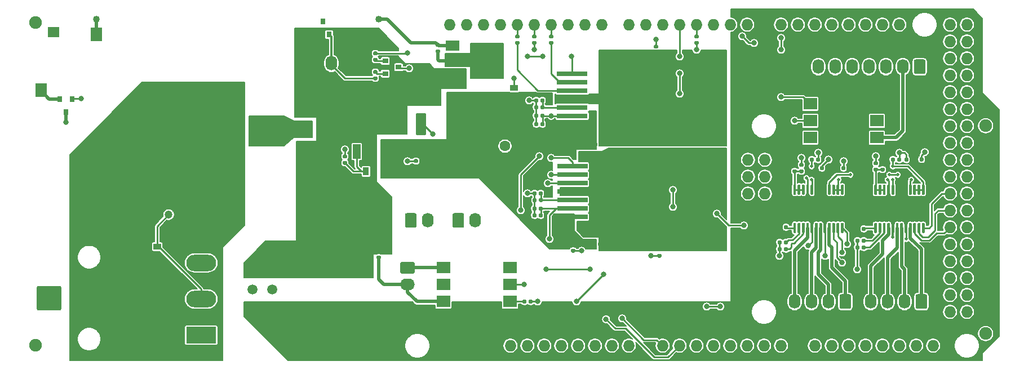
<source format=gbr>
G04 #@! TF.GenerationSoftware,KiCad,Pcbnew,(5.1.10)-1*
G04 #@! TF.CreationDate,2021-06-08T20:52:53+03:00*
G04 #@! TF.ProjectId,ScienceBoard-1,53636965-6e63-4654-926f-6172642d312e,rev?*
G04 #@! TF.SameCoordinates,Original*
G04 #@! TF.FileFunction,Copper,L1,Top*
G04 #@! TF.FilePolarity,Positive*
%FSLAX46Y46*%
G04 Gerber Fmt 4.6, Leading zero omitted, Abs format (unit mm)*
G04 Created by KiCad (PCBNEW (5.1.10)-1) date 2021-06-08 20:52:53*
%MOMM*%
%LPD*%
G01*
G04 APERTURE LIST*
G04 #@! TA.AperFunction,SMDPad,CuDef*
%ADD10R,2.000000X1.500000*%
G04 #@! TD*
G04 #@! TA.AperFunction,SMDPad,CuDef*
%ADD11R,2.000000X3.800000*%
G04 #@! TD*
G04 #@! TA.AperFunction,SMDPad,CuDef*
%ADD12R,1.800000X1.500000*%
G04 #@! TD*
G04 #@! TA.AperFunction,SMDPad,CuDef*
%ADD13R,1.800000X2.000000*%
G04 #@! TD*
G04 #@! TA.AperFunction,SMDPad,CuDef*
%ADD14R,0.800000X0.900000*%
G04 #@! TD*
G04 #@! TA.AperFunction,ComponentPad*
%ADD15C,1.500000*%
G04 #@! TD*
G04 #@! TA.AperFunction,ComponentPad*
%ADD16C,3.700000*%
G04 #@! TD*
G04 #@! TA.AperFunction,SMDPad,CuDef*
%ADD17R,2.000000X1.780000*%
G04 #@! TD*
G04 #@! TA.AperFunction,ComponentPad*
%ADD18O,1.727200X1.727200*%
G04 #@! TD*
G04 #@! TA.AperFunction,ComponentPad*
%ADD19O,1.740000X2.200000*%
G04 #@! TD*
G04 #@! TA.AperFunction,SMDPad,CuDef*
%ADD20R,0.900000X0.800000*%
G04 #@! TD*
G04 #@! TA.AperFunction,ComponentPad*
%ADD21O,2.200000X1.740000*%
G04 #@! TD*
G04 #@! TA.AperFunction,ComponentPad*
%ADD22O,4.500000X2.500000*%
G04 #@! TD*
G04 #@! TA.AperFunction,ComponentPad*
%ADD23R,4.500000X2.500000*%
G04 #@! TD*
G04 #@! TA.AperFunction,ComponentPad*
%ADD24C,1.200000*%
G04 #@! TD*
G04 #@! TA.AperFunction,ComponentPad*
%ADD25C,2.600000*%
G04 #@! TD*
G04 #@! TA.AperFunction,SMDPad,CuDef*
%ADD26R,1.200000X0.900000*%
G04 #@! TD*
G04 #@! TA.AperFunction,SMDPad,CuDef*
%ADD27R,1.200000X2.200000*%
G04 #@! TD*
G04 #@! TA.AperFunction,SMDPad,CuDef*
%ADD28R,5.800000X6.400000*%
G04 #@! TD*
G04 #@! TA.AperFunction,SMDPad,CuDef*
%ADD29R,4.600000X0.800000*%
G04 #@! TD*
G04 #@! TA.AperFunction,SMDPad,CuDef*
%ADD30R,9.400000X10.800000*%
G04 #@! TD*
G04 #@! TA.AperFunction,SMDPad,CuDef*
%ADD31R,0.900000X1.200000*%
G04 #@! TD*
G04 #@! TA.AperFunction,ComponentPad*
%ADD32C,1.600000*%
G04 #@! TD*
G04 #@! TA.AperFunction,ViaPad*
%ADD33C,1.905000*%
G04 #@! TD*
G04 #@! TA.AperFunction,ViaPad*
%ADD34C,0.800000*%
G04 #@! TD*
G04 #@! TA.AperFunction,ViaPad*
%ADD35C,0.500000*%
G04 #@! TD*
G04 #@! TA.AperFunction,ViaPad*
%ADD36C,1.016000*%
G04 #@! TD*
G04 #@! TA.AperFunction,Conductor*
%ADD37C,0.250000*%
G04 #@! TD*
G04 #@! TA.AperFunction,Conductor*
%ADD38C,0.304800*%
G04 #@! TD*
G04 #@! TA.AperFunction,Conductor*
%ADD39C,0.508000*%
G04 #@! TD*
G04 #@! TA.AperFunction,Conductor*
%ADD40C,0.152400*%
G04 #@! TD*
G04 #@! TA.AperFunction,Conductor*
%ADD41C,0.100000*%
G04 #@! TD*
G04 APERTURE END LIST*
D10*
X118516000Y-47108000D03*
X118516000Y-51708000D03*
X118516000Y-49408000D03*
D11*
X124816000Y-49408000D03*
G04 #@! TA.AperFunction,SMDPad,CuDef*
G36*
G01*
X116159500Y-47688000D02*
X116504500Y-47688000D01*
G75*
G02*
X116652000Y-47835500I0J-147500D01*
G01*
X116652000Y-48130500D01*
G75*
G02*
X116504500Y-48278000I-147500J0D01*
G01*
X116159500Y-48278000D01*
G75*
G02*
X116012000Y-48130500I0J147500D01*
G01*
X116012000Y-47835500D01*
G75*
G02*
X116159500Y-47688000I147500J0D01*
G01*
G37*
G04 #@! TD.AperFunction*
G04 #@! TA.AperFunction,SMDPad,CuDef*
G36*
G01*
X116159500Y-46718000D02*
X116504500Y-46718000D01*
G75*
G02*
X116652000Y-46865500I0J-147500D01*
G01*
X116652000Y-47160500D01*
G75*
G02*
X116504500Y-47308000I-147500J0D01*
G01*
X116159500Y-47308000D01*
G75*
G02*
X116012000Y-47160500I0J147500D01*
G01*
X116012000Y-46865500D01*
G75*
G02*
X116159500Y-46718000I147500J0D01*
G01*
G37*
G04 #@! TD.AperFunction*
D12*
X58598000Y-45080000D03*
D13*
X64998000Y-45430000D03*
X56698000Y-53830000D03*
D14*
X60452000Y-57134000D03*
X59502000Y-55134000D03*
X61402000Y-55134000D03*
D15*
X88440000Y-86772000D03*
X88440000Y-83772000D03*
X88440000Y-80772000D03*
X91440000Y-86772000D03*
X91440000Y-83772000D03*
G04 #@! TA.AperFunction,ComponentPad*
G36*
G01*
X90940000Y-80022000D02*
X91940000Y-80022000D01*
G75*
G02*
X92190000Y-80272000I0J-250000D01*
G01*
X92190000Y-81272000D01*
G75*
G02*
X91940000Y-81522000I-250000J0D01*
G01*
X90940000Y-81522000D01*
G75*
G02*
X90690000Y-81272000I0J250000D01*
G01*
X90690000Y-80272000D01*
G75*
G02*
X90940000Y-80022000I250000J0D01*
G01*
G37*
G04 #@! TD.AperFunction*
D16*
X63612000Y-85090000D03*
G04 #@! TA.AperFunction,ComponentPad*
G36*
G01*
X59512000Y-86940000D02*
X56312000Y-86940000D01*
G75*
G02*
X56062000Y-86690000I0J250000D01*
G01*
X56062000Y-83490000D01*
G75*
G02*
X56312000Y-83240000I250000J0D01*
G01*
X59512000Y-83240000D01*
G75*
G02*
X59762000Y-83490000I0J-250000D01*
G01*
X59762000Y-86690000D01*
G75*
G02*
X59512000Y-86940000I-250000J0D01*
G01*
G37*
G04 #@! TD.AperFunction*
D17*
X117174000Y-85598000D03*
X127174000Y-80518000D03*
X117174000Y-83058000D03*
X127174000Y-83058000D03*
X117174000Y-80518000D03*
X127174000Y-85598000D03*
X182292000Y-55880000D03*
X172292000Y-60960000D03*
X182292000Y-58420000D03*
X172292000Y-58420000D03*
X182292000Y-60960000D03*
X172292000Y-55880000D03*
D18*
X162912000Y-64300000D03*
X195805000Y-87160000D03*
X193265000Y-87160000D03*
X195805000Y-84620000D03*
X193265000Y-84620000D03*
X195805000Y-82080000D03*
X193265000Y-82080000D03*
X195805000Y-79540000D03*
X193265000Y-79540000D03*
X195805000Y-77000000D03*
X193265000Y-77000000D03*
X195805000Y-74460000D03*
X193265000Y-74460000D03*
X195805000Y-71920000D03*
X193265000Y-71920000D03*
X195805000Y-69380000D03*
X193265000Y-69380000D03*
X195805000Y-66840000D03*
X193265000Y-66840000D03*
X195805000Y-64300000D03*
X193265000Y-64300000D03*
X195805000Y-61760000D03*
X193265000Y-61760000D03*
X195805000Y-59220000D03*
X193265000Y-59220000D03*
X195805000Y-56680000D03*
X193265000Y-56680000D03*
X195805000Y-54140000D03*
X193265000Y-54140000D03*
X195805000Y-51600000D03*
X193265000Y-51600000D03*
X195805000Y-49060000D03*
X193265000Y-49060000D03*
X195805000Y-46520000D03*
X193265000Y-46520000D03*
X195805000Y-43980000D03*
X193265000Y-43980000D03*
X190725000Y-92240000D03*
X188185000Y-92240000D03*
X185645000Y-92240000D03*
X183105000Y-92240000D03*
X180565000Y-92240000D03*
X178025000Y-92240000D03*
X175485000Y-92240000D03*
X172945000Y-92240000D03*
X167865000Y-92240000D03*
X165325000Y-92240000D03*
X162785000Y-92240000D03*
X160245000Y-92240000D03*
X157705000Y-92240000D03*
X155165000Y-92240000D03*
X152625000Y-92240000D03*
X127225000Y-92240000D03*
X133321000Y-43980000D03*
X130781000Y-43980000D03*
X128241000Y-43980000D03*
X123161000Y-43980000D03*
X120621000Y-43980000D03*
X118081000Y-43980000D03*
X135861000Y-43980000D03*
X138401000Y-43980000D03*
X140941000Y-43980000D03*
X125701000Y-43980000D03*
X145005000Y-43980000D03*
X147545000Y-43980000D03*
X150085000Y-43980000D03*
X152625000Y-43980000D03*
X155165000Y-43980000D03*
X157705000Y-43980000D03*
X160245000Y-43980000D03*
X162785000Y-43980000D03*
X167865000Y-43980000D03*
X170405000Y-43980000D03*
X172945000Y-43980000D03*
X175485000Y-43980000D03*
X178025000Y-43980000D03*
X180565000Y-43980000D03*
X183105000Y-43980000D03*
X185645000Y-43980000D03*
X129765000Y-92240000D03*
X132305000Y-92240000D03*
X134845000Y-92240000D03*
X137385000Y-92240000D03*
X139925000Y-92240000D03*
X142465000Y-92240000D03*
X145005000Y-92240000D03*
X150085000Y-92240000D03*
X165452000Y-64300000D03*
X162912000Y-66840000D03*
X165452000Y-66840000D03*
X165452000Y-69380000D03*
X162912000Y-69380000D03*
D19*
X121938000Y-73406000D03*
G04 #@! TA.AperFunction,ComponentPad*
G36*
G01*
X118528000Y-74256001D02*
X118528000Y-72555999D01*
G75*
G02*
X118777999Y-72306000I249999J0D01*
G01*
X120018001Y-72306000D01*
G75*
G02*
X120268000Y-72555999I0J-249999D01*
G01*
X120268000Y-74256001D01*
G75*
G02*
X120018001Y-74506000I-249999J0D01*
G01*
X118777999Y-74506000D01*
G75*
G02*
X118528000Y-74256001I0J249999D01*
G01*
G37*
G04 #@! TD.AperFunction*
X114808000Y-73406000D03*
G04 #@! TA.AperFunction,ComponentPad*
G36*
G01*
X111398000Y-74256001D02*
X111398000Y-72555999D01*
G75*
G02*
X111647999Y-72306000I249999J0D01*
G01*
X112888001Y-72306000D01*
G75*
G02*
X113138000Y-72555999I0J-249999D01*
G01*
X113138000Y-74256001D01*
G75*
G02*
X112888001Y-74506000I-249999J0D01*
G01*
X111647999Y-74506000D01*
G75*
G02*
X111398000Y-74256001I0J249999D01*
G01*
G37*
G04 #@! TD.AperFunction*
G04 #@! TA.AperFunction,SMDPad,CuDef*
G36*
G01*
X107106500Y-51372000D02*
X106761500Y-51372000D01*
G75*
G02*
X106614000Y-51224500I0J147500D01*
G01*
X106614000Y-50929500D01*
G75*
G02*
X106761500Y-50782000I147500J0D01*
G01*
X107106500Y-50782000D01*
G75*
G02*
X107254000Y-50929500I0J-147500D01*
G01*
X107254000Y-51224500D01*
G75*
G02*
X107106500Y-51372000I-147500J0D01*
G01*
G37*
G04 #@! TD.AperFunction*
G04 #@! TA.AperFunction,SMDPad,CuDef*
G36*
G01*
X107106500Y-52342000D02*
X106761500Y-52342000D01*
G75*
G02*
X106614000Y-52194500I0J147500D01*
G01*
X106614000Y-51899500D01*
G75*
G02*
X106761500Y-51752000I147500J0D01*
G01*
X107106500Y-51752000D01*
G75*
G02*
X107254000Y-51899500I0J-147500D01*
G01*
X107254000Y-52194500D01*
G75*
G02*
X107106500Y-52342000I-147500J0D01*
G01*
G37*
G04 #@! TD.AperFunction*
G04 #@! TA.AperFunction,SMDPad,CuDef*
G36*
G01*
X107106500Y-48578000D02*
X106761500Y-48578000D01*
G75*
G02*
X106614000Y-48430500I0J147500D01*
G01*
X106614000Y-48135500D01*
G75*
G02*
X106761500Y-47988000I147500J0D01*
G01*
X107106500Y-47988000D01*
G75*
G02*
X107254000Y-48135500I0J-147500D01*
G01*
X107254000Y-48430500D01*
G75*
G02*
X107106500Y-48578000I-147500J0D01*
G01*
G37*
G04 #@! TD.AperFunction*
G04 #@! TA.AperFunction,SMDPad,CuDef*
G36*
G01*
X107106500Y-49548000D02*
X106761500Y-49548000D01*
G75*
G02*
X106614000Y-49400500I0J147500D01*
G01*
X106614000Y-49105500D01*
G75*
G02*
X106761500Y-48958000I147500J0D01*
G01*
X107106500Y-48958000D01*
G75*
G02*
X107254000Y-49105500I0J-147500D01*
G01*
X107254000Y-49400500D01*
G75*
G02*
X107106500Y-49548000I-147500J0D01*
G01*
G37*
G04 #@! TD.AperFunction*
D20*
X110440000Y-50380000D03*
X108440000Y-51330000D03*
X108440000Y-49430000D03*
G04 #@! TA.AperFunction,SMDPad,CuDef*
G36*
G01*
X107269500Y-78676000D02*
X107614500Y-78676000D01*
G75*
G02*
X107762000Y-78823500I0J-147500D01*
G01*
X107762000Y-79118500D01*
G75*
G02*
X107614500Y-79266000I-147500J0D01*
G01*
X107269500Y-79266000D01*
G75*
G02*
X107122000Y-79118500I0J147500D01*
G01*
X107122000Y-78823500D01*
G75*
G02*
X107269500Y-78676000I147500J0D01*
G01*
G37*
G04 #@! TD.AperFunction*
G04 #@! TA.AperFunction,SMDPad,CuDef*
G36*
G01*
X107269500Y-77706000D02*
X107614500Y-77706000D01*
G75*
G02*
X107762000Y-77853500I0J-147500D01*
G01*
X107762000Y-78148500D01*
G75*
G02*
X107614500Y-78296000I-147500J0D01*
G01*
X107269500Y-78296000D01*
G75*
G02*
X107122000Y-78148500I0J147500D01*
G01*
X107122000Y-77853500D01*
G75*
G02*
X107269500Y-77706000I147500J0D01*
G01*
G37*
G04 #@! TD.AperFunction*
G04 #@! TA.AperFunction,SMDPad,CuDef*
G36*
G01*
X129984000Y-85770500D02*
X129984000Y-85425500D01*
G75*
G02*
X130131500Y-85278000I147500J0D01*
G01*
X130426500Y-85278000D01*
G75*
G02*
X130574000Y-85425500I0J-147500D01*
G01*
X130574000Y-85770500D01*
G75*
G02*
X130426500Y-85918000I-147500J0D01*
G01*
X130131500Y-85918000D01*
G75*
G02*
X129984000Y-85770500I0J147500D01*
G01*
G37*
G04 #@! TD.AperFunction*
G04 #@! TA.AperFunction,SMDPad,CuDef*
G36*
G01*
X129014000Y-85770500D02*
X129014000Y-85425500D01*
G75*
G02*
X129161500Y-85278000I147500J0D01*
G01*
X129456500Y-85278000D01*
G75*
G02*
X129604000Y-85425500I0J-147500D01*
G01*
X129604000Y-85770500D01*
G75*
G02*
X129456500Y-85918000I-147500J0D01*
G01*
X129161500Y-85918000D01*
G75*
G02*
X129014000Y-85770500I0J147500D01*
G01*
G37*
G04 #@! TD.AperFunction*
D21*
X111760000Y-83058000D03*
G04 #@! TA.AperFunction,ComponentPad*
G36*
G01*
X110909999Y-79648000D02*
X112610001Y-79648000D01*
G75*
G02*
X112860000Y-79897999I0J-249999D01*
G01*
X112860000Y-81138001D01*
G75*
G02*
X112610001Y-81388000I-249999J0D01*
G01*
X110909999Y-81388000D01*
G75*
G02*
X110660000Y-81138001I0J249999D01*
G01*
X110660000Y-79897999D01*
G75*
G02*
X110909999Y-79648000I249999J0D01*
G01*
G37*
G04 #@! TD.AperFunction*
D19*
X100330000Y-49784000D03*
G04 #@! TA.AperFunction,ComponentPad*
G36*
G01*
X96920000Y-50634001D02*
X96920000Y-48933999D01*
G75*
G02*
X97169999Y-48684000I249999J0D01*
G01*
X98410001Y-48684000D01*
G75*
G02*
X98660000Y-48933999I0J-249999D01*
G01*
X98660000Y-50634001D01*
G75*
G02*
X98410001Y-50884000I-249999J0D01*
G01*
X97169999Y-50884000D01*
G75*
G02*
X96920000Y-50634001I0J249999D01*
G01*
G37*
G04 #@! TD.AperFunction*
D14*
X98110000Y-45450000D03*
X100010000Y-45450000D03*
X99060000Y-43450000D03*
D22*
X80772000Y-79778000D03*
X80772000Y-85228000D03*
D23*
X80772000Y-90678000D03*
D24*
X75896000Y-72542000D03*
D25*
X89896000Y-59742000D03*
X72096000Y-57242000D03*
D24*
X86096000Y-72542000D03*
G04 #@! TA.AperFunction,SMDPad,CuDef*
G36*
G01*
X95641000Y-58941000D02*
X96891000Y-58941000D01*
G75*
G02*
X97141000Y-59191000I0J-250000D01*
G01*
X97141000Y-59941000D01*
G75*
G02*
X96891000Y-60191000I-250000J0D01*
G01*
X95641000Y-60191000D01*
G75*
G02*
X95391000Y-59941000I0J250000D01*
G01*
X95391000Y-59191000D01*
G75*
G02*
X95641000Y-58941000I250000J0D01*
G01*
G37*
G04 #@! TD.AperFunction*
G04 #@! TA.AperFunction,SMDPad,CuDef*
G36*
G01*
X95641000Y-56141000D02*
X96891000Y-56141000D01*
G75*
G02*
X97141000Y-56391000I0J-250000D01*
G01*
X97141000Y-57141000D01*
G75*
G02*
X96891000Y-57391000I-250000J0D01*
G01*
X95641000Y-57391000D01*
G75*
G02*
X95391000Y-57141000I0J250000D01*
G01*
X95391000Y-56391000D01*
G75*
G02*
X95641000Y-56141000I250000J0D01*
G01*
G37*
G04 #@! TD.AperFunction*
D26*
X74168000Y-77344000D03*
X74168000Y-80644000D03*
D21*
X156210000Y-60960000D03*
G04 #@! TA.AperFunction,ComponentPad*
G36*
G01*
X157060001Y-64370000D02*
X155359999Y-64370000D01*
G75*
G02*
X155110000Y-64120001I0J249999D01*
G01*
X155110000Y-62879999D01*
G75*
G02*
X155359999Y-62630000I249999J0D01*
G01*
X157060001Y-62630000D01*
G75*
G02*
X157310000Y-62879999I0J-249999D01*
G01*
X157310000Y-64120001D01*
G75*
G02*
X157060001Y-64370000I-249999J0D01*
G01*
G37*
G04 #@! TD.AperFunction*
G04 #@! TA.AperFunction,SMDPad,CuDef*
G36*
G01*
X187924000Y-73266000D02*
X183424000Y-73266000D01*
G75*
G02*
X183174000Y-73016000I0J250000D01*
G01*
X183174000Y-70316000D01*
G75*
G02*
X183424000Y-70066000I250000J0D01*
G01*
X187924000Y-70066000D01*
G75*
G02*
X188174000Y-70316000I0J-250000D01*
G01*
X188174000Y-73016000D01*
G75*
G02*
X187924000Y-73266000I-250000J0D01*
G01*
G37*
G04 #@! TD.AperFunction*
G04 #@! TA.AperFunction,SMDPad,CuDef*
G36*
G01*
X182199000Y-75316000D02*
X181999000Y-75316000D01*
G75*
G02*
X181899000Y-75216000I0J100000D01*
G01*
X181899000Y-73866000D01*
G75*
G02*
X181999000Y-73766000I100000J0D01*
G01*
X182199000Y-73766000D01*
G75*
G02*
X182299000Y-73866000I0J-100000D01*
G01*
X182299000Y-75216000D01*
G75*
G02*
X182199000Y-75316000I-100000J0D01*
G01*
G37*
G04 #@! TD.AperFunction*
G04 #@! TA.AperFunction,SMDPad,CuDef*
G36*
G01*
X182849000Y-75316000D02*
X182649000Y-75316000D01*
G75*
G02*
X182549000Y-75216000I0J100000D01*
G01*
X182549000Y-73866000D01*
G75*
G02*
X182649000Y-73766000I100000J0D01*
G01*
X182849000Y-73766000D01*
G75*
G02*
X182949000Y-73866000I0J-100000D01*
G01*
X182949000Y-75216000D01*
G75*
G02*
X182849000Y-75316000I-100000J0D01*
G01*
G37*
G04 #@! TD.AperFunction*
G04 #@! TA.AperFunction,SMDPad,CuDef*
G36*
G01*
X183499000Y-75316000D02*
X183299000Y-75316000D01*
G75*
G02*
X183199000Y-75216000I0J100000D01*
G01*
X183199000Y-73866000D01*
G75*
G02*
X183299000Y-73766000I100000J0D01*
G01*
X183499000Y-73766000D01*
G75*
G02*
X183599000Y-73866000I0J-100000D01*
G01*
X183599000Y-75216000D01*
G75*
G02*
X183499000Y-75316000I-100000J0D01*
G01*
G37*
G04 #@! TD.AperFunction*
G04 #@! TA.AperFunction,SMDPad,CuDef*
G36*
G01*
X184149000Y-75316000D02*
X183949000Y-75316000D01*
G75*
G02*
X183849000Y-75216000I0J100000D01*
G01*
X183849000Y-73866000D01*
G75*
G02*
X183949000Y-73766000I100000J0D01*
G01*
X184149000Y-73766000D01*
G75*
G02*
X184249000Y-73866000I0J-100000D01*
G01*
X184249000Y-75216000D01*
G75*
G02*
X184149000Y-75316000I-100000J0D01*
G01*
G37*
G04 #@! TD.AperFunction*
G04 #@! TA.AperFunction,SMDPad,CuDef*
G36*
G01*
X184799000Y-75316000D02*
X184599000Y-75316000D01*
G75*
G02*
X184499000Y-75216000I0J100000D01*
G01*
X184499000Y-73866000D01*
G75*
G02*
X184599000Y-73766000I100000J0D01*
G01*
X184799000Y-73766000D01*
G75*
G02*
X184899000Y-73866000I0J-100000D01*
G01*
X184899000Y-75216000D01*
G75*
G02*
X184799000Y-75316000I-100000J0D01*
G01*
G37*
G04 #@! TD.AperFunction*
G04 #@! TA.AperFunction,SMDPad,CuDef*
G36*
G01*
X185449000Y-75316000D02*
X185249000Y-75316000D01*
G75*
G02*
X185149000Y-75216000I0J100000D01*
G01*
X185149000Y-73866000D01*
G75*
G02*
X185249000Y-73766000I100000J0D01*
G01*
X185449000Y-73766000D01*
G75*
G02*
X185549000Y-73866000I0J-100000D01*
G01*
X185549000Y-75216000D01*
G75*
G02*
X185449000Y-75316000I-100000J0D01*
G01*
G37*
G04 #@! TD.AperFunction*
G04 #@! TA.AperFunction,SMDPad,CuDef*
G36*
G01*
X186099000Y-75316000D02*
X185899000Y-75316000D01*
G75*
G02*
X185799000Y-75216000I0J100000D01*
G01*
X185799000Y-73866000D01*
G75*
G02*
X185899000Y-73766000I100000J0D01*
G01*
X186099000Y-73766000D01*
G75*
G02*
X186199000Y-73866000I0J-100000D01*
G01*
X186199000Y-75216000D01*
G75*
G02*
X186099000Y-75316000I-100000J0D01*
G01*
G37*
G04 #@! TD.AperFunction*
G04 #@! TA.AperFunction,SMDPad,CuDef*
G36*
G01*
X186749000Y-75316000D02*
X186549000Y-75316000D01*
G75*
G02*
X186449000Y-75216000I0J100000D01*
G01*
X186449000Y-73866000D01*
G75*
G02*
X186549000Y-73766000I100000J0D01*
G01*
X186749000Y-73766000D01*
G75*
G02*
X186849000Y-73866000I0J-100000D01*
G01*
X186849000Y-75216000D01*
G75*
G02*
X186749000Y-75316000I-100000J0D01*
G01*
G37*
G04 #@! TD.AperFunction*
G04 #@! TA.AperFunction,SMDPad,CuDef*
G36*
G01*
X187399000Y-75316000D02*
X187199000Y-75316000D01*
G75*
G02*
X187099000Y-75216000I0J100000D01*
G01*
X187099000Y-73866000D01*
G75*
G02*
X187199000Y-73766000I100000J0D01*
G01*
X187399000Y-73766000D01*
G75*
G02*
X187499000Y-73866000I0J-100000D01*
G01*
X187499000Y-75216000D01*
G75*
G02*
X187399000Y-75316000I-100000J0D01*
G01*
G37*
G04 #@! TD.AperFunction*
G04 #@! TA.AperFunction,SMDPad,CuDef*
G36*
G01*
X188049000Y-75316000D02*
X187849000Y-75316000D01*
G75*
G02*
X187749000Y-75216000I0J100000D01*
G01*
X187749000Y-73866000D01*
G75*
G02*
X187849000Y-73766000I100000J0D01*
G01*
X188049000Y-73766000D01*
G75*
G02*
X188149000Y-73866000I0J-100000D01*
G01*
X188149000Y-75216000D01*
G75*
G02*
X188049000Y-75316000I-100000J0D01*
G01*
G37*
G04 #@! TD.AperFunction*
G04 #@! TA.AperFunction,SMDPad,CuDef*
G36*
G01*
X188699000Y-75316000D02*
X188499000Y-75316000D01*
G75*
G02*
X188399000Y-75216000I0J100000D01*
G01*
X188399000Y-73866000D01*
G75*
G02*
X188499000Y-73766000I100000J0D01*
G01*
X188699000Y-73766000D01*
G75*
G02*
X188799000Y-73866000I0J-100000D01*
G01*
X188799000Y-75216000D01*
G75*
G02*
X188699000Y-75316000I-100000J0D01*
G01*
G37*
G04 #@! TD.AperFunction*
G04 #@! TA.AperFunction,SMDPad,CuDef*
G36*
G01*
X189349000Y-75316000D02*
X189149000Y-75316000D01*
G75*
G02*
X189049000Y-75216000I0J100000D01*
G01*
X189049000Y-73866000D01*
G75*
G02*
X189149000Y-73766000I100000J0D01*
G01*
X189349000Y-73766000D01*
G75*
G02*
X189449000Y-73866000I0J-100000D01*
G01*
X189449000Y-75216000D01*
G75*
G02*
X189349000Y-75316000I-100000J0D01*
G01*
G37*
G04 #@! TD.AperFunction*
G04 #@! TA.AperFunction,SMDPad,CuDef*
G36*
G01*
X189349000Y-69566000D02*
X189149000Y-69566000D01*
G75*
G02*
X189049000Y-69466000I0J100000D01*
G01*
X189049000Y-68116000D01*
G75*
G02*
X189149000Y-68016000I100000J0D01*
G01*
X189349000Y-68016000D01*
G75*
G02*
X189449000Y-68116000I0J-100000D01*
G01*
X189449000Y-69466000D01*
G75*
G02*
X189349000Y-69566000I-100000J0D01*
G01*
G37*
G04 #@! TD.AperFunction*
G04 #@! TA.AperFunction,SMDPad,CuDef*
G36*
G01*
X188699000Y-69566000D02*
X188499000Y-69566000D01*
G75*
G02*
X188399000Y-69466000I0J100000D01*
G01*
X188399000Y-68116000D01*
G75*
G02*
X188499000Y-68016000I100000J0D01*
G01*
X188699000Y-68016000D01*
G75*
G02*
X188799000Y-68116000I0J-100000D01*
G01*
X188799000Y-69466000D01*
G75*
G02*
X188699000Y-69566000I-100000J0D01*
G01*
G37*
G04 #@! TD.AperFunction*
G04 #@! TA.AperFunction,SMDPad,CuDef*
G36*
G01*
X188049000Y-69566000D02*
X187849000Y-69566000D01*
G75*
G02*
X187749000Y-69466000I0J100000D01*
G01*
X187749000Y-68116000D01*
G75*
G02*
X187849000Y-68016000I100000J0D01*
G01*
X188049000Y-68016000D01*
G75*
G02*
X188149000Y-68116000I0J-100000D01*
G01*
X188149000Y-69466000D01*
G75*
G02*
X188049000Y-69566000I-100000J0D01*
G01*
G37*
G04 #@! TD.AperFunction*
G04 #@! TA.AperFunction,SMDPad,CuDef*
G36*
G01*
X187399000Y-69566000D02*
X187199000Y-69566000D01*
G75*
G02*
X187099000Y-69466000I0J100000D01*
G01*
X187099000Y-68116000D01*
G75*
G02*
X187199000Y-68016000I100000J0D01*
G01*
X187399000Y-68016000D01*
G75*
G02*
X187499000Y-68116000I0J-100000D01*
G01*
X187499000Y-69466000D01*
G75*
G02*
X187399000Y-69566000I-100000J0D01*
G01*
G37*
G04 #@! TD.AperFunction*
G04 #@! TA.AperFunction,SMDPad,CuDef*
G36*
G01*
X186749000Y-69566000D02*
X186549000Y-69566000D01*
G75*
G02*
X186449000Y-69466000I0J100000D01*
G01*
X186449000Y-68116000D01*
G75*
G02*
X186549000Y-68016000I100000J0D01*
G01*
X186749000Y-68016000D01*
G75*
G02*
X186849000Y-68116000I0J-100000D01*
G01*
X186849000Y-69466000D01*
G75*
G02*
X186749000Y-69566000I-100000J0D01*
G01*
G37*
G04 #@! TD.AperFunction*
G04 #@! TA.AperFunction,SMDPad,CuDef*
G36*
G01*
X186099000Y-69566000D02*
X185899000Y-69566000D01*
G75*
G02*
X185799000Y-69466000I0J100000D01*
G01*
X185799000Y-68116000D01*
G75*
G02*
X185899000Y-68016000I100000J0D01*
G01*
X186099000Y-68016000D01*
G75*
G02*
X186199000Y-68116000I0J-100000D01*
G01*
X186199000Y-69466000D01*
G75*
G02*
X186099000Y-69566000I-100000J0D01*
G01*
G37*
G04 #@! TD.AperFunction*
G04 #@! TA.AperFunction,SMDPad,CuDef*
G36*
G01*
X185449000Y-69566000D02*
X185249000Y-69566000D01*
G75*
G02*
X185149000Y-69466000I0J100000D01*
G01*
X185149000Y-68116000D01*
G75*
G02*
X185249000Y-68016000I100000J0D01*
G01*
X185449000Y-68016000D01*
G75*
G02*
X185549000Y-68116000I0J-100000D01*
G01*
X185549000Y-69466000D01*
G75*
G02*
X185449000Y-69566000I-100000J0D01*
G01*
G37*
G04 #@! TD.AperFunction*
G04 #@! TA.AperFunction,SMDPad,CuDef*
G36*
G01*
X184799000Y-69566000D02*
X184599000Y-69566000D01*
G75*
G02*
X184499000Y-69466000I0J100000D01*
G01*
X184499000Y-68116000D01*
G75*
G02*
X184599000Y-68016000I100000J0D01*
G01*
X184799000Y-68016000D01*
G75*
G02*
X184899000Y-68116000I0J-100000D01*
G01*
X184899000Y-69466000D01*
G75*
G02*
X184799000Y-69566000I-100000J0D01*
G01*
G37*
G04 #@! TD.AperFunction*
G04 #@! TA.AperFunction,SMDPad,CuDef*
G36*
G01*
X184149000Y-69566000D02*
X183949000Y-69566000D01*
G75*
G02*
X183849000Y-69466000I0J100000D01*
G01*
X183849000Y-68116000D01*
G75*
G02*
X183949000Y-68016000I100000J0D01*
G01*
X184149000Y-68016000D01*
G75*
G02*
X184249000Y-68116000I0J-100000D01*
G01*
X184249000Y-69466000D01*
G75*
G02*
X184149000Y-69566000I-100000J0D01*
G01*
G37*
G04 #@! TD.AperFunction*
G04 #@! TA.AperFunction,SMDPad,CuDef*
G36*
G01*
X183499000Y-69566000D02*
X183299000Y-69566000D01*
G75*
G02*
X183199000Y-69466000I0J100000D01*
G01*
X183199000Y-68116000D01*
G75*
G02*
X183299000Y-68016000I100000J0D01*
G01*
X183499000Y-68016000D01*
G75*
G02*
X183599000Y-68116000I0J-100000D01*
G01*
X183599000Y-69466000D01*
G75*
G02*
X183499000Y-69566000I-100000J0D01*
G01*
G37*
G04 #@! TD.AperFunction*
G04 #@! TA.AperFunction,SMDPad,CuDef*
G36*
G01*
X182849000Y-69566000D02*
X182649000Y-69566000D01*
G75*
G02*
X182549000Y-69466000I0J100000D01*
G01*
X182549000Y-68116000D01*
G75*
G02*
X182649000Y-68016000I100000J0D01*
G01*
X182849000Y-68016000D01*
G75*
G02*
X182949000Y-68116000I0J-100000D01*
G01*
X182949000Y-69466000D01*
G75*
G02*
X182849000Y-69566000I-100000J0D01*
G01*
G37*
G04 #@! TD.AperFunction*
G04 #@! TA.AperFunction,SMDPad,CuDef*
G36*
G01*
X182199000Y-69566000D02*
X181999000Y-69566000D01*
G75*
G02*
X181899000Y-69466000I0J100000D01*
G01*
X181899000Y-68116000D01*
G75*
G02*
X181999000Y-68016000I100000J0D01*
G01*
X182199000Y-68016000D01*
G75*
G02*
X182299000Y-68116000I0J-100000D01*
G01*
X182299000Y-69466000D01*
G75*
G02*
X182199000Y-69566000I-100000J0D01*
G01*
G37*
G04 #@! TD.AperFunction*
G04 #@! TA.AperFunction,SMDPad,CuDef*
G36*
G01*
X175760000Y-73256000D02*
X171260000Y-73256000D01*
G75*
G02*
X171010000Y-73006000I0J250000D01*
G01*
X171010000Y-70306000D01*
G75*
G02*
X171260000Y-70056000I250000J0D01*
G01*
X175760000Y-70056000D01*
G75*
G02*
X176010000Y-70306000I0J-250000D01*
G01*
X176010000Y-73006000D01*
G75*
G02*
X175760000Y-73256000I-250000J0D01*
G01*
G37*
G04 #@! TD.AperFunction*
G04 #@! TA.AperFunction,SMDPad,CuDef*
G36*
G01*
X170035000Y-75306000D02*
X169835000Y-75306000D01*
G75*
G02*
X169735000Y-75206000I0J100000D01*
G01*
X169735000Y-73856000D01*
G75*
G02*
X169835000Y-73756000I100000J0D01*
G01*
X170035000Y-73756000D01*
G75*
G02*
X170135000Y-73856000I0J-100000D01*
G01*
X170135000Y-75206000D01*
G75*
G02*
X170035000Y-75306000I-100000J0D01*
G01*
G37*
G04 #@! TD.AperFunction*
G04 #@! TA.AperFunction,SMDPad,CuDef*
G36*
G01*
X170685000Y-75306000D02*
X170485000Y-75306000D01*
G75*
G02*
X170385000Y-75206000I0J100000D01*
G01*
X170385000Y-73856000D01*
G75*
G02*
X170485000Y-73756000I100000J0D01*
G01*
X170685000Y-73756000D01*
G75*
G02*
X170785000Y-73856000I0J-100000D01*
G01*
X170785000Y-75206000D01*
G75*
G02*
X170685000Y-75306000I-100000J0D01*
G01*
G37*
G04 #@! TD.AperFunction*
G04 #@! TA.AperFunction,SMDPad,CuDef*
G36*
G01*
X171335000Y-75306000D02*
X171135000Y-75306000D01*
G75*
G02*
X171035000Y-75206000I0J100000D01*
G01*
X171035000Y-73856000D01*
G75*
G02*
X171135000Y-73756000I100000J0D01*
G01*
X171335000Y-73756000D01*
G75*
G02*
X171435000Y-73856000I0J-100000D01*
G01*
X171435000Y-75206000D01*
G75*
G02*
X171335000Y-75306000I-100000J0D01*
G01*
G37*
G04 #@! TD.AperFunction*
G04 #@! TA.AperFunction,SMDPad,CuDef*
G36*
G01*
X171985000Y-75306000D02*
X171785000Y-75306000D01*
G75*
G02*
X171685000Y-75206000I0J100000D01*
G01*
X171685000Y-73856000D01*
G75*
G02*
X171785000Y-73756000I100000J0D01*
G01*
X171985000Y-73756000D01*
G75*
G02*
X172085000Y-73856000I0J-100000D01*
G01*
X172085000Y-75206000D01*
G75*
G02*
X171985000Y-75306000I-100000J0D01*
G01*
G37*
G04 #@! TD.AperFunction*
G04 #@! TA.AperFunction,SMDPad,CuDef*
G36*
G01*
X172635000Y-75306000D02*
X172435000Y-75306000D01*
G75*
G02*
X172335000Y-75206000I0J100000D01*
G01*
X172335000Y-73856000D01*
G75*
G02*
X172435000Y-73756000I100000J0D01*
G01*
X172635000Y-73756000D01*
G75*
G02*
X172735000Y-73856000I0J-100000D01*
G01*
X172735000Y-75206000D01*
G75*
G02*
X172635000Y-75306000I-100000J0D01*
G01*
G37*
G04 #@! TD.AperFunction*
G04 #@! TA.AperFunction,SMDPad,CuDef*
G36*
G01*
X173285000Y-75306000D02*
X173085000Y-75306000D01*
G75*
G02*
X172985000Y-75206000I0J100000D01*
G01*
X172985000Y-73856000D01*
G75*
G02*
X173085000Y-73756000I100000J0D01*
G01*
X173285000Y-73756000D01*
G75*
G02*
X173385000Y-73856000I0J-100000D01*
G01*
X173385000Y-75206000D01*
G75*
G02*
X173285000Y-75306000I-100000J0D01*
G01*
G37*
G04 #@! TD.AperFunction*
G04 #@! TA.AperFunction,SMDPad,CuDef*
G36*
G01*
X173935000Y-75306000D02*
X173735000Y-75306000D01*
G75*
G02*
X173635000Y-75206000I0J100000D01*
G01*
X173635000Y-73856000D01*
G75*
G02*
X173735000Y-73756000I100000J0D01*
G01*
X173935000Y-73756000D01*
G75*
G02*
X174035000Y-73856000I0J-100000D01*
G01*
X174035000Y-75206000D01*
G75*
G02*
X173935000Y-75306000I-100000J0D01*
G01*
G37*
G04 #@! TD.AperFunction*
G04 #@! TA.AperFunction,SMDPad,CuDef*
G36*
G01*
X174585000Y-75306000D02*
X174385000Y-75306000D01*
G75*
G02*
X174285000Y-75206000I0J100000D01*
G01*
X174285000Y-73856000D01*
G75*
G02*
X174385000Y-73756000I100000J0D01*
G01*
X174585000Y-73756000D01*
G75*
G02*
X174685000Y-73856000I0J-100000D01*
G01*
X174685000Y-75206000D01*
G75*
G02*
X174585000Y-75306000I-100000J0D01*
G01*
G37*
G04 #@! TD.AperFunction*
G04 #@! TA.AperFunction,SMDPad,CuDef*
G36*
G01*
X175235000Y-75306000D02*
X175035000Y-75306000D01*
G75*
G02*
X174935000Y-75206000I0J100000D01*
G01*
X174935000Y-73856000D01*
G75*
G02*
X175035000Y-73756000I100000J0D01*
G01*
X175235000Y-73756000D01*
G75*
G02*
X175335000Y-73856000I0J-100000D01*
G01*
X175335000Y-75206000D01*
G75*
G02*
X175235000Y-75306000I-100000J0D01*
G01*
G37*
G04 #@! TD.AperFunction*
G04 #@! TA.AperFunction,SMDPad,CuDef*
G36*
G01*
X175885000Y-75306000D02*
X175685000Y-75306000D01*
G75*
G02*
X175585000Y-75206000I0J100000D01*
G01*
X175585000Y-73856000D01*
G75*
G02*
X175685000Y-73756000I100000J0D01*
G01*
X175885000Y-73756000D01*
G75*
G02*
X175985000Y-73856000I0J-100000D01*
G01*
X175985000Y-75206000D01*
G75*
G02*
X175885000Y-75306000I-100000J0D01*
G01*
G37*
G04 #@! TD.AperFunction*
G04 #@! TA.AperFunction,SMDPad,CuDef*
G36*
G01*
X176535000Y-75306000D02*
X176335000Y-75306000D01*
G75*
G02*
X176235000Y-75206000I0J100000D01*
G01*
X176235000Y-73856000D01*
G75*
G02*
X176335000Y-73756000I100000J0D01*
G01*
X176535000Y-73756000D01*
G75*
G02*
X176635000Y-73856000I0J-100000D01*
G01*
X176635000Y-75206000D01*
G75*
G02*
X176535000Y-75306000I-100000J0D01*
G01*
G37*
G04 #@! TD.AperFunction*
G04 #@! TA.AperFunction,SMDPad,CuDef*
G36*
G01*
X177185000Y-75306000D02*
X176985000Y-75306000D01*
G75*
G02*
X176885000Y-75206000I0J100000D01*
G01*
X176885000Y-73856000D01*
G75*
G02*
X176985000Y-73756000I100000J0D01*
G01*
X177185000Y-73756000D01*
G75*
G02*
X177285000Y-73856000I0J-100000D01*
G01*
X177285000Y-75206000D01*
G75*
G02*
X177185000Y-75306000I-100000J0D01*
G01*
G37*
G04 #@! TD.AperFunction*
G04 #@! TA.AperFunction,SMDPad,CuDef*
G36*
G01*
X177185000Y-69556000D02*
X176985000Y-69556000D01*
G75*
G02*
X176885000Y-69456000I0J100000D01*
G01*
X176885000Y-68106000D01*
G75*
G02*
X176985000Y-68006000I100000J0D01*
G01*
X177185000Y-68006000D01*
G75*
G02*
X177285000Y-68106000I0J-100000D01*
G01*
X177285000Y-69456000D01*
G75*
G02*
X177185000Y-69556000I-100000J0D01*
G01*
G37*
G04 #@! TD.AperFunction*
G04 #@! TA.AperFunction,SMDPad,CuDef*
G36*
G01*
X176535000Y-69556000D02*
X176335000Y-69556000D01*
G75*
G02*
X176235000Y-69456000I0J100000D01*
G01*
X176235000Y-68106000D01*
G75*
G02*
X176335000Y-68006000I100000J0D01*
G01*
X176535000Y-68006000D01*
G75*
G02*
X176635000Y-68106000I0J-100000D01*
G01*
X176635000Y-69456000D01*
G75*
G02*
X176535000Y-69556000I-100000J0D01*
G01*
G37*
G04 #@! TD.AperFunction*
G04 #@! TA.AperFunction,SMDPad,CuDef*
G36*
G01*
X175885000Y-69556000D02*
X175685000Y-69556000D01*
G75*
G02*
X175585000Y-69456000I0J100000D01*
G01*
X175585000Y-68106000D01*
G75*
G02*
X175685000Y-68006000I100000J0D01*
G01*
X175885000Y-68006000D01*
G75*
G02*
X175985000Y-68106000I0J-100000D01*
G01*
X175985000Y-69456000D01*
G75*
G02*
X175885000Y-69556000I-100000J0D01*
G01*
G37*
G04 #@! TD.AperFunction*
G04 #@! TA.AperFunction,SMDPad,CuDef*
G36*
G01*
X175235000Y-69556000D02*
X175035000Y-69556000D01*
G75*
G02*
X174935000Y-69456000I0J100000D01*
G01*
X174935000Y-68106000D01*
G75*
G02*
X175035000Y-68006000I100000J0D01*
G01*
X175235000Y-68006000D01*
G75*
G02*
X175335000Y-68106000I0J-100000D01*
G01*
X175335000Y-69456000D01*
G75*
G02*
X175235000Y-69556000I-100000J0D01*
G01*
G37*
G04 #@! TD.AperFunction*
G04 #@! TA.AperFunction,SMDPad,CuDef*
G36*
G01*
X174585000Y-69556000D02*
X174385000Y-69556000D01*
G75*
G02*
X174285000Y-69456000I0J100000D01*
G01*
X174285000Y-68106000D01*
G75*
G02*
X174385000Y-68006000I100000J0D01*
G01*
X174585000Y-68006000D01*
G75*
G02*
X174685000Y-68106000I0J-100000D01*
G01*
X174685000Y-69456000D01*
G75*
G02*
X174585000Y-69556000I-100000J0D01*
G01*
G37*
G04 #@! TD.AperFunction*
G04 #@! TA.AperFunction,SMDPad,CuDef*
G36*
G01*
X173935000Y-69556000D02*
X173735000Y-69556000D01*
G75*
G02*
X173635000Y-69456000I0J100000D01*
G01*
X173635000Y-68106000D01*
G75*
G02*
X173735000Y-68006000I100000J0D01*
G01*
X173935000Y-68006000D01*
G75*
G02*
X174035000Y-68106000I0J-100000D01*
G01*
X174035000Y-69456000D01*
G75*
G02*
X173935000Y-69556000I-100000J0D01*
G01*
G37*
G04 #@! TD.AperFunction*
G04 #@! TA.AperFunction,SMDPad,CuDef*
G36*
G01*
X173285000Y-69556000D02*
X173085000Y-69556000D01*
G75*
G02*
X172985000Y-69456000I0J100000D01*
G01*
X172985000Y-68106000D01*
G75*
G02*
X173085000Y-68006000I100000J0D01*
G01*
X173285000Y-68006000D01*
G75*
G02*
X173385000Y-68106000I0J-100000D01*
G01*
X173385000Y-69456000D01*
G75*
G02*
X173285000Y-69556000I-100000J0D01*
G01*
G37*
G04 #@! TD.AperFunction*
G04 #@! TA.AperFunction,SMDPad,CuDef*
G36*
G01*
X172635000Y-69556000D02*
X172435000Y-69556000D01*
G75*
G02*
X172335000Y-69456000I0J100000D01*
G01*
X172335000Y-68106000D01*
G75*
G02*
X172435000Y-68006000I100000J0D01*
G01*
X172635000Y-68006000D01*
G75*
G02*
X172735000Y-68106000I0J-100000D01*
G01*
X172735000Y-69456000D01*
G75*
G02*
X172635000Y-69556000I-100000J0D01*
G01*
G37*
G04 #@! TD.AperFunction*
G04 #@! TA.AperFunction,SMDPad,CuDef*
G36*
G01*
X171985000Y-69556000D02*
X171785000Y-69556000D01*
G75*
G02*
X171685000Y-69456000I0J100000D01*
G01*
X171685000Y-68106000D01*
G75*
G02*
X171785000Y-68006000I100000J0D01*
G01*
X171985000Y-68006000D01*
G75*
G02*
X172085000Y-68106000I0J-100000D01*
G01*
X172085000Y-69456000D01*
G75*
G02*
X171985000Y-69556000I-100000J0D01*
G01*
G37*
G04 #@! TD.AperFunction*
G04 #@! TA.AperFunction,SMDPad,CuDef*
G36*
G01*
X171335000Y-69556000D02*
X171135000Y-69556000D01*
G75*
G02*
X171035000Y-69456000I0J100000D01*
G01*
X171035000Y-68106000D01*
G75*
G02*
X171135000Y-68006000I100000J0D01*
G01*
X171335000Y-68006000D01*
G75*
G02*
X171435000Y-68106000I0J-100000D01*
G01*
X171435000Y-69456000D01*
G75*
G02*
X171335000Y-69556000I-100000J0D01*
G01*
G37*
G04 #@! TD.AperFunction*
G04 #@! TA.AperFunction,SMDPad,CuDef*
G36*
G01*
X170685000Y-69556000D02*
X170485000Y-69556000D01*
G75*
G02*
X170385000Y-69456000I0J100000D01*
G01*
X170385000Y-68106000D01*
G75*
G02*
X170485000Y-68006000I100000J0D01*
G01*
X170685000Y-68006000D01*
G75*
G02*
X170785000Y-68106000I0J-100000D01*
G01*
X170785000Y-69456000D01*
G75*
G02*
X170685000Y-69556000I-100000J0D01*
G01*
G37*
G04 #@! TD.AperFunction*
G04 #@! TA.AperFunction,SMDPad,CuDef*
G36*
G01*
X170035000Y-69556000D02*
X169835000Y-69556000D01*
G75*
G02*
X169735000Y-69456000I0J100000D01*
G01*
X169735000Y-68106000D01*
G75*
G02*
X169835000Y-68006000I100000J0D01*
G01*
X170035000Y-68006000D01*
G75*
G02*
X170135000Y-68106000I0J-100000D01*
G01*
X170135000Y-69456000D01*
G75*
G02*
X170035000Y-69556000I-100000J0D01*
G01*
G37*
G04 #@! TD.AperFunction*
G04 #@! TA.AperFunction,SMDPad,CuDef*
G36*
G01*
X130637500Y-46418000D02*
X130982500Y-46418000D01*
G75*
G02*
X131130000Y-46565500I0J-147500D01*
G01*
X131130000Y-46860500D01*
G75*
G02*
X130982500Y-47008000I-147500J0D01*
G01*
X130637500Y-47008000D01*
G75*
G02*
X130490000Y-46860500I0J147500D01*
G01*
X130490000Y-46565500D01*
G75*
G02*
X130637500Y-46418000I147500J0D01*
G01*
G37*
G04 #@! TD.AperFunction*
G04 #@! TA.AperFunction,SMDPad,CuDef*
G36*
G01*
X130637500Y-45448000D02*
X130982500Y-45448000D01*
G75*
G02*
X131130000Y-45595500I0J-147500D01*
G01*
X131130000Y-45890500D01*
G75*
G02*
X130982500Y-46038000I-147500J0D01*
G01*
X130637500Y-46038000D01*
G75*
G02*
X130490000Y-45890500I0J147500D01*
G01*
X130490000Y-45595500D01*
G75*
G02*
X130637500Y-45448000I147500J0D01*
G01*
G37*
G04 #@! TD.AperFunction*
G04 #@! TA.AperFunction,SMDPad,CuDef*
G36*
G01*
X155021500Y-46418000D02*
X155366500Y-46418000D01*
G75*
G02*
X155514000Y-46565500I0J-147500D01*
G01*
X155514000Y-46860500D01*
G75*
G02*
X155366500Y-47008000I-147500J0D01*
G01*
X155021500Y-47008000D01*
G75*
G02*
X154874000Y-46860500I0J147500D01*
G01*
X154874000Y-46565500D01*
G75*
G02*
X155021500Y-46418000I147500J0D01*
G01*
G37*
G04 #@! TD.AperFunction*
G04 #@! TA.AperFunction,SMDPad,CuDef*
G36*
G01*
X155021500Y-45448000D02*
X155366500Y-45448000D01*
G75*
G02*
X155514000Y-45595500I0J-147500D01*
G01*
X155514000Y-45890500D01*
G75*
G02*
X155366500Y-46038000I-147500J0D01*
G01*
X155021500Y-46038000D01*
G75*
G02*
X154874000Y-45890500I0J147500D01*
G01*
X154874000Y-45595500D01*
G75*
G02*
X155021500Y-45448000I147500J0D01*
G01*
G37*
G04 #@! TD.AperFunction*
G04 #@! TA.AperFunction,SMDPad,CuDef*
G36*
G01*
X133177500Y-46418000D02*
X133522500Y-46418000D01*
G75*
G02*
X133670000Y-46565500I0J-147500D01*
G01*
X133670000Y-46860500D01*
G75*
G02*
X133522500Y-47008000I-147500J0D01*
G01*
X133177500Y-47008000D01*
G75*
G02*
X133030000Y-46860500I0J147500D01*
G01*
X133030000Y-46565500D01*
G75*
G02*
X133177500Y-46418000I147500J0D01*
G01*
G37*
G04 #@! TD.AperFunction*
G04 #@! TA.AperFunction,SMDPad,CuDef*
G36*
G01*
X133177500Y-45448000D02*
X133522500Y-45448000D01*
G75*
G02*
X133670000Y-45595500I0J-147500D01*
G01*
X133670000Y-45890500D01*
G75*
G02*
X133522500Y-46038000I-147500J0D01*
G01*
X133177500Y-46038000D01*
G75*
G02*
X133030000Y-45890500I0J147500D01*
G01*
X133030000Y-45595500D01*
G75*
G02*
X133177500Y-45448000I147500J0D01*
G01*
G37*
G04 #@! TD.AperFunction*
G04 #@! TA.AperFunction,SMDPad,CuDef*
G36*
G01*
X128442500Y-46038000D02*
X128097500Y-46038000D01*
G75*
G02*
X127950000Y-45890500I0J147500D01*
G01*
X127950000Y-45595500D01*
G75*
G02*
X128097500Y-45448000I147500J0D01*
G01*
X128442500Y-45448000D01*
G75*
G02*
X128590000Y-45595500I0J-147500D01*
G01*
X128590000Y-45890500D01*
G75*
G02*
X128442500Y-46038000I-147500J0D01*
G01*
G37*
G04 #@! TD.AperFunction*
G04 #@! TA.AperFunction,SMDPad,CuDef*
G36*
G01*
X128442500Y-47008000D02*
X128097500Y-47008000D01*
G75*
G02*
X127950000Y-46860500I0J147500D01*
G01*
X127950000Y-46565500D01*
G75*
G02*
X128097500Y-46418000I147500J0D01*
G01*
X128442500Y-46418000D01*
G75*
G02*
X128590000Y-46565500I0J-147500D01*
G01*
X128590000Y-46860500D01*
G75*
G02*
X128442500Y-47008000I-147500J0D01*
G01*
G37*
G04 #@! TD.AperFunction*
G04 #@! TA.AperFunction,SMDPad,CuDef*
G36*
G01*
X182290500Y-65088000D02*
X181945500Y-65088000D01*
G75*
G02*
X181798000Y-64940500I0J147500D01*
G01*
X181798000Y-64645500D01*
G75*
G02*
X181945500Y-64498000I147500J0D01*
G01*
X182290500Y-64498000D01*
G75*
G02*
X182438000Y-64645500I0J-147500D01*
G01*
X182438000Y-64940500D01*
G75*
G02*
X182290500Y-65088000I-147500J0D01*
G01*
G37*
G04 #@! TD.AperFunction*
G04 #@! TA.AperFunction,SMDPad,CuDef*
G36*
G01*
X182290500Y-66058000D02*
X181945500Y-66058000D01*
G75*
G02*
X181798000Y-65910500I0J147500D01*
G01*
X181798000Y-65615500D01*
G75*
G02*
X181945500Y-65468000I147500J0D01*
G01*
X182290500Y-65468000D01*
G75*
G02*
X182438000Y-65615500I0J-147500D01*
G01*
X182438000Y-65910500D01*
G75*
G02*
X182290500Y-66058000I-147500J0D01*
G01*
G37*
G04 #@! TD.AperFunction*
G04 #@! TA.AperFunction,SMDPad,CuDef*
G36*
G01*
X182961500Y-65468000D02*
X183306500Y-65468000D01*
G75*
G02*
X183454000Y-65615500I0J-147500D01*
G01*
X183454000Y-65910500D01*
G75*
G02*
X183306500Y-66058000I-147500J0D01*
G01*
X182961500Y-66058000D01*
G75*
G02*
X182814000Y-65910500I0J147500D01*
G01*
X182814000Y-65615500D01*
G75*
G02*
X182961500Y-65468000I147500J0D01*
G01*
G37*
G04 #@! TD.AperFunction*
G04 #@! TA.AperFunction,SMDPad,CuDef*
G36*
G01*
X182961500Y-64498000D02*
X183306500Y-64498000D01*
G75*
G02*
X183454000Y-64645500I0J-147500D01*
G01*
X183454000Y-64940500D01*
G75*
G02*
X183306500Y-65088000I-147500J0D01*
G01*
X182961500Y-65088000D01*
G75*
G02*
X182814000Y-64940500I0J147500D01*
G01*
X182814000Y-64645500D01*
G75*
G02*
X182961500Y-64498000I147500J0D01*
G01*
G37*
G04 #@! TD.AperFunction*
G04 #@! TA.AperFunction,SMDPad,CuDef*
G36*
G01*
X179642000Y-74503500D02*
X179642000Y-74848500D01*
G75*
G02*
X179494500Y-74996000I-147500J0D01*
G01*
X179199500Y-74996000D01*
G75*
G02*
X179052000Y-74848500I0J147500D01*
G01*
X179052000Y-74503500D01*
G75*
G02*
X179199500Y-74356000I147500J0D01*
G01*
X179494500Y-74356000D01*
G75*
G02*
X179642000Y-74503500I0J-147500D01*
G01*
G37*
G04 #@! TD.AperFunction*
G04 #@! TA.AperFunction,SMDPad,CuDef*
G36*
G01*
X180612000Y-74503500D02*
X180612000Y-74848500D01*
G75*
G02*
X180464500Y-74996000I-147500J0D01*
G01*
X180169500Y-74996000D01*
G75*
G02*
X180022000Y-74848500I0J147500D01*
G01*
X180022000Y-74503500D01*
G75*
G02*
X180169500Y-74356000I147500J0D01*
G01*
X180464500Y-74356000D01*
G75*
G02*
X180612000Y-74503500I0J-147500D01*
G01*
G37*
G04 #@! TD.AperFunction*
G04 #@! TA.AperFunction,SMDPad,CuDef*
G36*
G01*
X180022000Y-76626500D02*
X180022000Y-76281500D01*
G75*
G02*
X180169500Y-76134000I147500J0D01*
G01*
X180464500Y-76134000D01*
G75*
G02*
X180612000Y-76281500I0J-147500D01*
G01*
X180612000Y-76626500D01*
G75*
G02*
X180464500Y-76774000I-147500J0D01*
G01*
X180169500Y-76774000D01*
G75*
G02*
X180022000Y-76626500I0J147500D01*
G01*
G37*
G04 #@! TD.AperFunction*
G04 #@! TA.AperFunction,SMDPad,CuDef*
G36*
G01*
X179052000Y-76626500D02*
X179052000Y-76281500D01*
G75*
G02*
X179199500Y-76134000I147500J0D01*
G01*
X179494500Y-76134000D01*
G75*
G02*
X179642000Y-76281500I0J-147500D01*
G01*
X179642000Y-76626500D01*
G75*
G02*
X179494500Y-76774000I-147500J0D01*
G01*
X179199500Y-76774000D01*
G75*
G02*
X179052000Y-76626500I0J147500D01*
G01*
G37*
G04 #@! TD.AperFunction*
G04 #@! TA.AperFunction,SMDPad,CuDef*
G36*
G01*
X180022000Y-77642500D02*
X180022000Y-77297500D01*
G75*
G02*
X180169500Y-77150000I147500J0D01*
G01*
X180464500Y-77150000D01*
G75*
G02*
X180612000Y-77297500I0J-147500D01*
G01*
X180612000Y-77642500D01*
G75*
G02*
X180464500Y-77790000I-147500J0D01*
G01*
X180169500Y-77790000D01*
G75*
G02*
X180022000Y-77642500I0J147500D01*
G01*
G37*
G04 #@! TD.AperFunction*
G04 #@! TA.AperFunction,SMDPad,CuDef*
G36*
G01*
X179052000Y-77642500D02*
X179052000Y-77297500D01*
G75*
G02*
X179199500Y-77150000I147500J0D01*
G01*
X179494500Y-77150000D01*
G75*
G02*
X179642000Y-77297500I0J-147500D01*
G01*
X179642000Y-77642500D01*
G75*
G02*
X179494500Y-77790000I-147500J0D01*
G01*
X179199500Y-77790000D01*
G75*
G02*
X179052000Y-77642500I0J147500D01*
G01*
G37*
G04 #@! TD.AperFunction*
G04 #@! TA.AperFunction,SMDPad,CuDef*
G36*
G01*
X102534500Y-64072000D02*
X102189500Y-64072000D01*
G75*
G02*
X102042000Y-63924500I0J147500D01*
G01*
X102042000Y-63629500D01*
G75*
G02*
X102189500Y-63482000I147500J0D01*
G01*
X102534500Y-63482000D01*
G75*
G02*
X102682000Y-63629500I0J-147500D01*
G01*
X102682000Y-63924500D01*
G75*
G02*
X102534500Y-64072000I-147500J0D01*
G01*
G37*
G04 #@! TD.AperFunction*
G04 #@! TA.AperFunction,SMDPad,CuDef*
G36*
G01*
X102534500Y-65042000D02*
X102189500Y-65042000D01*
G75*
G02*
X102042000Y-64894500I0J147500D01*
G01*
X102042000Y-64599500D01*
G75*
G02*
X102189500Y-64452000I147500J0D01*
G01*
X102534500Y-64452000D01*
G75*
G02*
X102682000Y-64599500I0J-147500D01*
G01*
X102682000Y-64894500D01*
G75*
G02*
X102534500Y-65042000I-147500J0D01*
G01*
G37*
G04 #@! TD.AperFunction*
G04 #@! TA.AperFunction,SMDPad,CuDef*
G36*
G01*
X131762000Y-57830500D02*
X131762000Y-57485500D01*
G75*
G02*
X131909500Y-57338000I147500J0D01*
G01*
X132204500Y-57338000D01*
G75*
G02*
X132352000Y-57485500I0J-147500D01*
G01*
X132352000Y-57830500D01*
G75*
G02*
X132204500Y-57978000I-147500J0D01*
G01*
X131909500Y-57978000D01*
G75*
G02*
X131762000Y-57830500I0J147500D01*
G01*
G37*
G04 #@! TD.AperFunction*
G04 #@! TA.AperFunction,SMDPad,CuDef*
G36*
G01*
X130792000Y-57830500D02*
X130792000Y-57485500D01*
G75*
G02*
X130939500Y-57338000I147500J0D01*
G01*
X131234500Y-57338000D01*
G75*
G02*
X131382000Y-57485500I0J-147500D01*
G01*
X131382000Y-57830500D01*
G75*
G02*
X131234500Y-57978000I-147500J0D01*
G01*
X130939500Y-57978000D01*
G75*
G02*
X130792000Y-57830500I0J147500D01*
G01*
G37*
G04 #@! TD.AperFunction*
G04 #@! TA.AperFunction,SMDPad,CuDef*
G36*
G01*
X131508000Y-72816500D02*
X131508000Y-72471500D01*
G75*
G02*
X131655500Y-72324000I147500J0D01*
G01*
X131950500Y-72324000D01*
G75*
G02*
X132098000Y-72471500I0J-147500D01*
G01*
X132098000Y-72816500D01*
G75*
G02*
X131950500Y-72964000I-147500J0D01*
G01*
X131655500Y-72964000D01*
G75*
G02*
X131508000Y-72816500I0J147500D01*
G01*
G37*
G04 #@! TD.AperFunction*
G04 #@! TA.AperFunction,SMDPad,CuDef*
G36*
G01*
X130538000Y-72816500D02*
X130538000Y-72471500D01*
G75*
G02*
X130685500Y-72324000I147500J0D01*
G01*
X130980500Y-72324000D01*
G75*
G02*
X131128000Y-72471500I0J-147500D01*
G01*
X131128000Y-72816500D01*
G75*
G02*
X130980500Y-72964000I-147500J0D01*
G01*
X130685500Y-72964000D01*
G75*
G02*
X130538000Y-72816500I0J147500D01*
G01*
G37*
G04 #@! TD.AperFunction*
G04 #@! TA.AperFunction,SMDPad,CuDef*
G36*
G01*
X131762000Y-56560500D02*
X131762000Y-56215500D01*
G75*
G02*
X131909500Y-56068000I147500J0D01*
G01*
X132204500Y-56068000D01*
G75*
G02*
X132352000Y-56215500I0J-147500D01*
G01*
X132352000Y-56560500D01*
G75*
G02*
X132204500Y-56708000I-147500J0D01*
G01*
X131909500Y-56708000D01*
G75*
G02*
X131762000Y-56560500I0J147500D01*
G01*
G37*
G04 #@! TD.AperFunction*
G04 #@! TA.AperFunction,SMDPad,CuDef*
G36*
G01*
X130792000Y-56560500D02*
X130792000Y-56215500D01*
G75*
G02*
X130939500Y-56068000I147500J0D01*
G01*
X131234500Y-56068000D01*
G75*
G02*
X131382000Y-56215500I0J-147500D01*
G01*
X131382000Y-56560500D01*
G75*
G02*
X131234500Y-56708000I-147500J0D01*
G01*
X130939500Y-56708000D01*
G75*
G02*
X130792000Y-56560500I0J147500D01*
G01*
G37*
G04 #@! TD.AperFunction*
G04 #@! TA.AperFunction,SMDPad,CuDef*
G36*
G01*
X131508000Y-69514500D02*
X131508000Y-69169500D01*
G75*
G02*
X131655500Y-69022000I147500J0D01*
G01*
X131950500Y-69022000D01*
G75*
G02*
X132098000Y-69169500I0J-147500D01*
G01*
X132098000Y-69514500D01*
G75*
G02*
X131950500Y-69662000I-147500J0D01*
G01*
X131655500Y-69662000D01*
G75*
G02*
X131508000Y-69514500I0J147500D01*
G01*
G37*
G04 #@! TD.AperFunction*
G04 #@! TA.AperFunction,SMDPad,CuDef*
G36*
G01*
X130538000Y-69514500D02*
X130538000Y-69169500D01*
G75*
G02*
X130685500Y-69022000I147500J0D01*
G01*
X130980500Y-69022000D01*
G75*
G02*
X131128000Y-69169500I0J-147500D01*
G01*
X131128000Y-69514500D01*
G75*
G02*
X130980500Y-69662000I-147500J0D01*
G01*
X130685500Y-69662000D01*
G75*
G02*
X130538000Y-69514500I0J147500D01*
G01*
G37*
G04 #@! TD.AperFunction*
G04 #@! TA.AperFunction,SMDPad,CuDef*
G36*
G01*
X171114500Y-65342000D02*
X170769500Y-65342000D01*
G75*
G02*
X170622000Y-65194500I0J147500D01*
G01*
X170622000Y-64899500D01*
G75*
G02*
X170769500Y-64752000I147500J0D01*
G01*
X171114500Y-64752000D01*
G75*
G02*
X171262000Y-64899500I0J-147500D01*
G01*
X171262000Y-65194500D01*
G75*
G02*
X171114500Y-65342000I-147500J0D01*
G01*
G37*
G04 #@! TD.AperFunction*
G04 #@! TA.AperFunction,SMDPad,CuDef*
G36*
G01*
X171114500Y-66312000D02*
X170769500Y-66312000D01*
G75*
G02*
X170622000Y-66164500I0J147500D01*
G01*
X170622000Y-65869500D01*
G75*
G02*
X170769500Y-65722000I147500J0D01*
G01*
X171114500Y-65722000D01*
G75*
G02*
X171262000Y-65869500I0J-147500D01*
G01*
X171262000Y-66164500D01*
G75*
G02*
X171114500Y-66312000I-147500J0D01*
G01*
G37*
G04 #@! TD.AperFunction*
G04 #@! TA.AperFunction,SMDPad,CuDef*
G36*
G01*
X169753500Y-65722000D02*
X170098500Y-65722000D01*
G75*
G02*
X170246000Y-65869500I0J-147500D01*
G01*
X170246000Y-66164500D01*
G75*
G02*
X170098500Y-66312000I-147500J0D01*
G01*
X169753500Y-66312000D01*
G75*
G02*
X169606000Y-66164500I0J147500D01*
G01*
X169606000Y-65869500D01*
G75*
G02*
X169753500Y-65722000I147500J0D01*
G01*
G37*
G04 #@! TD.AperFunction*
G04 #@! TA.AperFunction,SMDPad,CuDef*
G36*
G01*
X169753500Y-64752000D02*
X170098500Y-64752000D01*
G75*
G02*
X170246000Y-64899500I0J-147500D01*
G01*
X170246000Y-65194500D01*
G75*
G02*
X170098500Y-65342000I-147500J0D01*
G01*
X169753500Y-65342000D01*
G75*
G02*
X169606000Y-65194500I0J147500D01*
G01*
X169606000Y-64899500D01*
G75*
G02*
X169753500Y-64752000I147500J0D01*
G01*
G37*
G04 #@! TD.AperFunction*
G04 #@! TA.AperFunction,SMDPad,CuDef*
G36*
G01*
X167958000Y-74249500D02*
X167958000Y-74594500D01*
G75*
G02*
X167810500Y-74742000I-147500J0D01*
G01*
X167515500Y-74742000D01*
G75*
G02*
X167368000Y-74594500I0J147500D01*
G01*
X167368000Y-74249500D01*
G75*
G02*
X167515500Y-74102000I147500J0D01*
G01*
X167810500Y-74102000D01*
G75*
G02*
X167958000Y-74249500I0J-147500D01*
G01*
G37*
G04 #@! TD.AperFunction*
G04 #@! TA.AperFunction,SMDPad,CuDef*
G36*
G01*
X168928000Y-74249500D02*
X168928000Y-74594500D01*
G75*
G02*
X168780500Y-74742000I-147500J0D01*
G01*
X168485500Y-74742000D01*
G75*
G02*
X168338000Y-74594500I0J147500D01*
G01*
X168338000Y-74249500D01*
G75*
G02*
X168485500Y-74102000I147500J0D01*
G01*
X168780500Y-74102000D01*
G75*
G02*
X168928000Y-74249500I0J-147500D01*
G01*
G37*
G04 #@! TD.AperFunction*
G04 #@! TA.AperFunction,SMDPad,CuDef*
G36*
G01*
X168338000Y-76880500D02*
X168338000Y-76535500D01*
G75*
G02*
X168485500Y-76388000I147500J0D01*
G01*
X168780500Y-76388000D01*
G75*
G02*
X168928000Y-76535500I0J-147500D01*
G01*
X168928000Y-76880500D01*
G75*
G02*
X168780500Y-77028000I-147500J0D01*
G01*
X168485500Y-77028000D01*
G75*
G02*
X168338000Y-76880500I0J147500D01*
G01*
G37*
G04 #@! TD.AperFunction*
G04 #@! TA.AperFunction,SMDPad,CuDef*
G36*
G01*
X167368000Y-76880500D02*
X167368000Y-76535500D01*
G75*
G02*
X167515500Y-76388000I147500J0D01*
G01*
X167810500Y-76388000D01*
G75*
G02*
X167958000Y-76535500I0J-147500D01*
G01*
X167958000Y-76880500D01*
G75*
G02*
X167810500Y-77028000I-147500J0D01*
G01*
X167515500Y-77028000D01*
G75*
G02*
X167368000Y-76880500I0J147500D01*
G01*
G37*
G04 #@! TD.AperFunction*
G04 #@! TA.AperFunction,SMDPad,CuDef*
G36*
G01*
X168338000Y-77896500D02*
X168338000Y-77551500D01*
G75*
G02*
X168485500Y-77404000I147500J0D01*
G01*
X168780500Y-77404000D01*
G75*
G02*
X168928000Y-77551500I0J-147500D01*
G01*
X168928000Y-77896500D01*
G75*
G02*
X168780500Y-78044000I-147500J0D01*
G01*
X168485500Y-78044000D01*
G75*
G02*
X168338000Y-77896500I0J147500D01*
G01*
G37*
G04 #@! TD.AperFunction*
G04 #@! TA.AperFunction,SMDPad,CuDef*
G36*
G01*
X167368000Y-77896500D02*
X167368000Y-77551500D01*
G75*
G02*
X167515500Y-77404000I147500J0D01*
G01*
X167810500Y-77404000D01*
G75*
G02*
X167958000Y-77551500I0J-147500D01*
G01*
X167958000Y-77896500D01*
G75*
G02*
X167810500Y-78044000I-147500J0D01*
G01*
X167515500Y-78044000D01*
G75*
G02*
X167368000Y-77896500I0J147500D01*
G01*
G37*
G04 #@! TD.AperFunction*
D27*
X104145000Y-63045000D03*
X108705000Y-63045000D03*
D28*
X106425000Y-56745000D03*
D29*
X136507000Y-51327000D03*
X136507000Y-52597000D03*
X136507000Y-53867000D03*
X136507000Y-55137000D03*
X136507000Y-56407000D03*
X136507000Y-57677000D03*
X136507000Y-58947000D03*
D30*
X145657000Y-55137000D03*
D29*
X136531000Y-65259000D03*
X136531000Y-66529000D03*
X136531000Y-67799000D03*
X136531000Y-69069000D03*
X136531000Y-70339000D03*
X136531000Y-71609000D03*
X136531000Y-72879000D03*
D30*
X145681000Y-69069000D03*
D19*
X181356000Y-85598000D03*
X183896000Y-85598000D03*
X186436000Y-85598000D03*
G04 #@! TA.AperFunction,ComponentPad*
G36*
G01*
X189846000Y-84747999D02*
X189846000Y-86448001D01*
G75*
G02*
X189596001Y-86698000I-249999J0D01*
G01*
X188355999Y-86698000D01*
G75*
G02*
X188106000Y-86448001I0J249999D01*
G01*
X188106000Y-84747999D01*
G75*
G02*
X188355999Y-84498000I249999J0D01*
G01*
X189596001Y-84498000D01*
G75*
G02*
X189846000Y-84747999I0J-249999D01*
G01*
G37*
G04 #@! TD.AperFunction*
X169926000Y-85598000D03*
X172466000Y-85598000D03*
X175006000Y-85598000D03*
G04 #@! TA.AperFunction,ComponentPad*
G36*
G01*
X178416000Y-84747999D02*
X178416000Y-86448001D01*
G75*
G02*
X178166001Y-86698000I-249999J0D01*
G01*
X176925999Y-86698000D01*
G75*
G02*
X176676000Y-86448001I0J249999D01*
G01*
X176676000Y-84747999D01*
G75*
G02*
X176925999Y-84498000I249999J0D01*
G01*
X178166001Y-84498000D01*
G75*
G02*
X178416000Y-84747999I0J-249999D01*
G01*
G37*
G04 #@! TD.AperFunction*
X170942000Y-50292000D03*
X173482000Y-50292000D03*
X176022000Y-50292000D03*
X178562000Y-50292000D03*
X181102000Y-50292000D03*
X183642000Y-50292000D03*
X186182000Y-50292000D03*
G04 #@! TA.AperFunction,ComponentPad*
G36*
G01*
X189592000Y-49441999D02*
X189592000Y-51142001D01*
G75*
G02*
X189342001Y-51392000I-249999J0D01*
G01*
X188101999Y-51392000D01*
G75*
G02*
X187852000Y-51142001I0J249999D01*
G01*
X187852000Y-49441999D01*
G75*
G02*
X188101999Y-49192000I249999J0D01*
G01*
X189342001Y-49192000D01*
G75*
G02*
X189592000Y-49441999I0J-249999D01*
G01*
G37*
G04 #@! TD.AperFunction*
D26*
X127762000Y-53468000D03*
X127762000Y-56768000D03*
D31*
X105538000Y-66040000D03*
X108838000Y-66040000D03*
D32*
X126412000Y-62230000D03*
X121412000Y-62230000D03*
G04 #@! TA.AperFunction,SMDPad,CuDef*
G36*
G01*
X113242000Y-52188000D02*
X114342000Y-52188000D01*
G75*
G02*
X114592000Y-52438000I0J-250000D01*
G01*
X114592000Y-55263000D01*
G75*
G02*
X114342000Y-55513000I-250000J0D01*
G01*
X113242000Y-55513000D01*
G75*
G02*
X112992000Y-55263000I0J250000D01*
G01*
X112992000Y-52438000D01*
G75*
G02*
X113242000Y-52188000I250000J0D01*
G01*
G37*
G04 #@! TD.AperFunction*
G04 #@! TA.AperFunction,SMDPad,CuDef*
G36*
G01*
X113242000Y-57263000D02*
X114342000Y-57263000D01*
G75*
G02*
X114592000Y-57513000I0J-250000D01*
G01*
X114592000Y-60338000D01*
G75*
G02*
X114342000Y-60588000I-250000J0D01*
G01*
X113242000Y-60588000D01*
G75*
G02*
X112992000Y-60338000I0J250000D01*
G01*
X112992000Y-57513000D01*
G75*
G02*
X113242000Y-57263000I250000J0D01*
G01*
G37*
G04 #@! TD.AperFunction*
G04 #@! TA.AperFunction,SMDPad,CuDef*
G36*
G01*
X131762000Y-59100500D02*
X131762000Y-58755500D01*
G75*
G02*
X131909500Y-58608000I147500J0D01*
G01*
X132204500Y-58608000D01*
G75*
G02*
X132352000Y-58755500I0J-147500D01*
G01*
X132352000Y-59100500D01*
G75*
G02*
X132204500Y-59248000I-147500J0D01*
G01*
X131909500Y-59248000D01*
G75*
G02*
X131762000Y-59100500I0J147500D01*
G01*
G37*
G04 #@! TD.AperFunction*
G04 #@! TA.AperFunction,SMDPad,CuDef*
G36*
G01*
X130792000Y-59100500D02*
X130792000Y-58755500D01*
G75*
G02*
X130939500Y-58608000I147500J0D01*
G01*
X131234500Y-58608000D01*
G75*
G02*
X131382000Y-58755500I0J-147500D01*
G01*
X131382000Y-59100500D01*
G75*
G02*
X131234500Y-59248000I-147500J0D01*
G01*
X130939500Y-59248000D01*
G75*
G02*
X130792000Y-59100500I0J147500D01*
G01*
G37*
G04 #@! TD.AperFunction*
G04 #@! TA.AperFunction,SMDPad,CuDef*
G36*
G01*
X131508000Y-71800500D02*
X131508000Y-71455500D01*
G75*
G02*
X131655500Y-71308000I147500J0D01*
G01*
X131950500Y-71308000D01*
G75*
G02*
X132098000Y-71455500I0J-147500D01*
G01*
X132098000Y-71800500D01*
G75*
G02*
X131950500Y-71948000I-147500J0D01*
G01*
X131655500Y-71948000D01*
G75*
G02*
X131508000Y-71800500I0J147500D01*
G01*
G37*
G04 #@! TD.AperFunction*
G04 #@! TA.AperFunction,SMDPad,CuDef*
G36*
G01*
X130538000Y-71800500D02*
X130538000Y-71455500D01*
G75*
G02*
X130685500Y-71308000I147500J0D01*
G01*
X130980500Y-71308000D01*
G75*
G02*
X131128000Y-71455500I0J-147500D01*
G01*
X131128000Y-71800500D01*
G75*
G02*
X130980500Y-71948000I-147500J0D01*
G01*
X130685500Y-71948000D01*
G75*
G02*
X130538000Y-71800500I0J147500D01*
G01*
G37*
G04 #@! TD.AperFunction*
G04 #@! TA.AperFunction,SMDPad,CuDef*
G36*
G01*
X131382000Y-55199500D02*
X131382000Y-55544500D01*
G75*
G02*
X131234500Y-55692000I-147500J0D01*
G01*
X130939500Y-55692000D01*
G75*
G02*
X130792000Y-55544500I0J147500D01*
G01*
X130792000Y-55199500D01*
G75*
G02*
X130939500Y-55052000I147500J0D01*
G01*
X131234500Y-55052000D01*
G75*
G02*
X131382000Y-55199500I0J-147500D01*
G01*
G37*
G04 #@! TD.AperFunction*
G04 #@! TA.AperFunction,SMDPad,CuDef*
G36*
G01*
X132352000Y-55199500D02*
X132352000Y-55544500D01*
G75*
G02*
X132204500Y-55692000I-147500J0D01*
G01*
X131909500Y-55692000D01*
G75*
G02*
X131762000Y-55544500I0J147500D01*
G01*
X131762000Y-55199500D01*
G75*
G02*
X131909500Y-55052000I147500J0D01*
G01*
X132204500Y-55052000D01*
G75*
G02*
X132352000Y-55199500I0J-147500D01*
G01*
G37*
G04 #@! TD.AperFunction*
G04 #@! TA.AperFunction,SMDPad,CuDef*
G36*
G01*
X131151000Y-70185500D02*
X131151000Y-70530500D01*
G75*
G02*
X131003500Y-70678000I-147500J0D01*
G01*
X130708500Y-70678000D01*
G75*
G02*
X130561000Y-70530500I0J147500D01*
G01*
X130561000Y-70185500D01*
G75*
G02*
X130708500Y-70038000I147500J0D01*
G01*
X131003500Y-70038000D01*
G75*
G02*
X131151000Y-70185500I0J-147500D01*
G01*
G37*
G04 #@! TD.AperFunction*
G04 #@! TA.AperFunction,SMDPad,CuDef*
G36*
G01*
X132121000Y-70185500D02*
X132121000Y-70530500D01*
G75*
G02*
X131973500Y-70678000I-147500J0D01*
G01*
X131678500Y-70678000D01*
G75*
G02*
X131531000Y-70530500I0J147500D01*
G01*
X131531000Y-70185500D01*
G75*
G02*
X131678500Y-70038000I147500J0D01*
G01*
X131973500Y-70038000D01*
G75*
G02*
X132121000Y-70185500I0J-147500D01*
G01*
G37*
G04 #@! TD.AperFunction*
G04 #@! TA.AperFunction,SMDPad,CuDef*
G36*
G01*
X112857500Y-64175000D02*
X113202500Y-64175000D01*
G75*
G02*
X113350000Y-64322500I0J-147500D01*
G01*
X113350000Y-64617500D01*
G75*
G02*
X113202500Y-64765000I-147500J0D01*
G01*
X112857500Y-64765000D01*
G75*
G02*
X112710000Y-64617500I0J147500D01*
G01*
X112710000Y-64322500D01*
G75*
G02*
X112857500Y-64175000I147500J0D01*
G01*
G37*
G04 #@! TD.AperFunction*
G04 #@! TA.AperFunction,SMDPad,CuDef*
G36*
G01*
X112857500Y-63205000D02*
X113202500Y-63205000D01*
G75*
G02*
X113350000Y-63352500I0J-147500D01*
G01*
X113350000Y-63647500D01*
G75*
G02*
X113202500Y-63795000I-147500J0D01*
G01*
X112857500Y-63795000D01*
G75*
G02*
X112710000Y-63647500I0J147500D01*
G01*
X112710000Y-63352500D01*
G75*
G02*
X112857500Y-63205000I147500J0D01*
G01*
G37*
G04 #@! TD.AperFunction*
G04 #@! TA.AperFunction,SMDPad,CuDef*
G36*
G01*
X136479500Y-77660000D02*
X136824500Y-77660000D01*
G75*
G02*
X136972000Y-77807500I0J-147500D01*
G01*
X136972000Y-78102500D01*
G75*
G02*
X136824500Y-78250000I-147500J0D01*
G01*
X136479500Y-78250000D01*
G75*
G02*
X136332000Y-78102500I0J147500D01*
G01*
X136332000Y-77807500D01*
G75*
G02*
X136479500Y-77660000I147500J0D01*
G01*
G37*
G04 #@! TD.AperFunction*
G04 #@! TA.AperFunction,SMDPad,CuDef*
G36*
G01*
X136479500Y-76690000D02*
X136824500Y-76690000D01*
G75*
G02*
X136972000Y-76837500I0J-147500D01*
G01*
X136972000Y-77132500D01*
G75*
G02*
X136824500Y-77280000I-147500J0D01*
G01*
X136479500Y-77280000D01*
G75*
G02*
X136332000Y-77132500I0J147500D01*
G01*
X136332000Y-76837500D01*
G75*
G02*
X136479500Y-76690000I147500J0D01*
G01*
G37*
G04 #@! TD.AperFunction*
G04 #@! TA.AperFunction,SMDPad,CuDef*
G36*
G01*
X140272000Y-61803500D02*
X140272000Y-62148500D01*
G75*
G02*
X140124500Y-62296000I-147500J0D01*
G01*
X139829500Y-62296000D01*
G75*
G02*
X139682000Y-62148500I0J147500D01*
G01*
X139682000Y-61803500D01*
G75*
G02*
X139829500Y-61656000I147500J0D01*
G01*
X140124500Y-61656000D01*
G75*
G02*
X140272000Y-61803500I0J-147500D01*
G01*
G37*
G04 #@! TD.AperFunction*
G04 #@! TA.AperFunction,SMDPad,CuDef*
G36*
G01*
X141242000Y-61803500D02*
X141242000Y-62148500D01*
G75*
G02*
X141094500Y-62296000I-147500J0D01*
G01*
X140799500Y-62296000D01*
G75*
G02*
X140652000Y-62148500I0J147500D01*
G01*
X140652000Y-61803500D01*
G75*
G02*
X140799500Y-61656000I147500J0D01*
G01*
X141094500Y-61656000D01*
G75*
G02*
X141242000Y-61803500I0J-147500D01*
G01*
G37*
G04 #@! TD.AperFunction*
G04 #@! TA.AperFunction,SMDPad,CuDef*
G36*
G01*
X140018000Y-76789500D02*
X140018000Y-77134500D01*
G75*
G02*
X139870500Y-77282000I-147500J0D01*
G01*
X139575500Y-77282000D01*
G75*
G02*
X139428000Y-77134500I0J147500D01*
G01*
X139428000Y-76789500D01*
G75*
G02*
X139575500Y-76642000I147500J0D01*
G01*
X139870500Y-76642000D01*
G75*
G02*
X140018000Y-76789500I0J-147500D01*
G01*
G37*
G04 #@! TD.AperFunction*
G04 #@! TA.AperFunction,SMDPad,CuDef*
G36*
G01*
X140988000Y-76789500D02*
X140988000Y-77134500D01*
G75*
G02*
X140840500Y-77282000I-147500J0D01*
G01*
X140545500Y-77282000D01*
G75*
G02*
X140398000Y-77134500I0J147500D01*
G01*
X140398000Y-76789500D01*
G75*
G02*
X140545500Y-76642000I147500J0D01*
G01*
X140840500Y-76642000D01*
G75*
G02*
X140988000Y-76789500I0J-147500D01*
G01*
G37*
G04 #@! TD.AperFunction*
G04 #@! TA.AperFunction,SMDPad,CuDef*
G36*
G01*
X149270500Y-47562000D02*
X148925500Y-47562000D01*
G75*
G02*
X148778000Y-47414500I0J147500D01*
G01*
X148778000Y-47119500D01*
G75*
G02*
X148925500Y-46972000I147500J0D01*
G01*
X149270500Y-46972000D01*
G75*
G02*
X149418000Y-47119500I0J-147500D01*
G01*
X149418000Y-47414500D01*
G75*
G02*
X149270500Y-47562000I-147500J0D01*
G01*
G37*
G04 #@! TD.AperFunction*
G04 #@! TA.AperFunction,SMDPad,CuDef*
G36*
G01*
X149270500Y-48532000D02*
X148925500Y-48532000D01*
G75*
G02*
X148778000Y-48384500I0J147500D01*
G01*
X148778000Y-48089500D01*
G75*
G02*
X148925500Y-47942000I147500J0D01*
G01*
X149270500Y-47942000D01*
G75*
G02*
X149418000Y-48089500I0J-147500D01*
G01*
X149418000Y-48384500D01*
G75*
G02*
X149270500Y-48532000I-147500J0D01*
G01*
G37*
G04 #@! TD.AperFunction*
G04 #@! TA.AperFunction,SMDPad,CuDef*
G36*
G01*
X149433500Y-78445000D02*
X149778500Y-78445000D01*
G75*
G02*
X149926000Y-78592500I0J-147500D01*
G01*
X149926000Y-78887500D01*
G75*
G02*
X149778500Y-79035000I-147500J0D01*
G01*
X149433500Y-79035000D01*
G75*
G02*
X149286000Y-78887500I0J147500D01*
G01*
X149286000Y-78592500D01*
G75*
G02*
X149433500Y-78445000I147500J0D01*
G01*
G37*
G04 #@! TD.AperFunction*
G04 #@! TA.AperFunction,SMDPad,CuDef*
G36*
G01*
X149433500Y-77475000D02*
X149778500Y-77475000D01*
G75*
G02*
X149926000Y-77622500I0J-147500D01*
G01*
X149926000Y-77917500D01*
G75*
G02*
X149778500Y-78065000I-147500J0D01*
G01*
X149433500Y-78065000D01*
G75*
G02*
X149286000Y-77917500I0J147500D01*
G01*
X149286000Y-77622500D01*
G75*
G02*
X149433500Y-77475000I147500J0D01*
G01*
G37*
G04 #@! TD.AperFunction*
G04 #@! TA.AperFunction,SMDPad,CuDef*
G36*
G01*
X173164000Y-64434500D02*
X173164000Y-64089500D01*
G75*
G02*
X173311500Y-63942000I147500J0D01*
G01*
X173606500Y-63942000D01*
G75*
G02*
X173754000Y-64089500I0J-147500D01*
G01*
X173754000Y-64434500D01*
G75*
G02*
X173606500Y-64582000I-147500J0D01*
G01*
X173311500Y-64582000D01*
G75*
G02*
X173164000Y-64434500I0J147500D01*
G01*
G37*
G04 #@! TD.AperFunction*
G04 #@! TA.AperFunction,SMDPad,CuDef*
G36*
G01*
X172194000Y-64434500D02*
X172194000Y-64089500D01*
G75*
G02*
X172341500Y-63942000I147500J0D01*
G01*
X172636500Y-63942000D01*
G75*
G02*
X172784000Y-64089500I0J-147500D01*
G01*
X172784000Y-64434500D01*
G75*
G02*
X172636500Y-64582000I-147500J0D01*
G01*
X172341500Y-64582000D01*
G75*
G02*
X172194000Y-64434500I0J147500D01*
G01*
G37*
G04 #@! TD.AperFunction*
G04 #@! TA.AperFunction,SMDPad,CuDef*
G36*
G01*
X176974000Y-65704500D02*
X176974000Y-65359500D01*
G75*
G02*
X177121500Y-65212000I147500J0D01*
G01*
X177416500Y-65212000D01*
G75*
G02*
X177564000Y-65359500I0J-147500D01*
G01*
X177564000Y-65704500D01*
G75*
G02*
X177416500Y-65852000I-147500J0D01*
G01*
X177121500Y-65852000D01*
G75*
G02*
X176974000Y-65704500I0J147500D01*
G01*
G37*
G04 #@! TD.AperFunction*
G04 #@! TA.AperFunction,SMDPad,CuDef*
G36*
G01*
X176004000Y-65704500D02*
X176004000Y-65359500D01*
G75*
G02*
X176151500Y-65212000I147500J0D01*
G01*
X176446500Y-65212000D01*
G75*
G02*
X176594000Y-65359500I0J-147500D01*
G01*
X176594000Y-65704500D01*
G75*
G02*
X176446500Y-65852000I-147500J0D01*
G01*
X176151500Y-65852000D01*
G75*
G02*
X176004000Y-65704500I0J147500D01*
G01*
G37*
G04 #@! TD.AperFunction*
G04 #@! TA.AperFunction,SMDPad,CuDef*
G36*
G01*
X174308000Y-65359500D02*
X174308000Y-65704500D01*
G75*
G02*
X174160500Y-65852000I-147500J0D01*
G01*
X173865500Y-65852000D01*
G75*
G02*
X173718000Y-65704500I0J147500D01*
G01*
X173718000Y-65359500D01*
G75*
G02*
X173865500Y-65212000I147500J0D01*
G01*
X174160500Y-65212000D01*
G75*
G02*
X174308000Y-65359500I0J-147500D01*
G01*
G37*
G04 #@! TD.AperFunction*
G04 #@! TA.AperFunction,SMDPad,CuDef*
G36*
G01*
X175278000Y-65359500D02*
X175278000Y-65704500D01*
G75*
G02*
X175130500Y-65852000I-147500J0D01*
G01*
X174835500Y-65852000D01*
G75*
G02*
X174688000Y-65704500I0J147500D01*
G01*
X174688000Y-65359500D01*
G75*
G02*
X174835500Y-65212000I147500J0D01*
G01*
X175130500Y-65212000D01*
G75*
G02*
X175278000Y-65359500I0J-147500D01*
G01*
G37*
G04 #@! TD.AperFunction*
G04 #@! TA.AperFunction,SMDPad,CuDef*
G36*
G01*
X185356000Y-64434500D02*
X185356000Y-64089500D01*
G75*
G02*
X185503500Y-63942000I147500J0D01*
G01*
X185798500Y-63942000D01*
G75*
G02*
X185946000Y-64089500I0J-147500D01*
G01*
X185946000Y-64434500D01*
G75*
G02*
X185798500Y-64582000I-147500J0D01*
G01*
X185503500Y-64582000D01*
G75*
G02*
X185356000Y-64434500I0J147500D01*
G01*
G37*
G04 #@! TD.AperFunction*
G04 #@! TA.AperFunction,SMDPad,CuDef*
G36*
G01*
X184386000Y-64434500D02*
X184386000Y-64089500D01*
G75*
G02*
X184533500Y-63942000I147500J0D01*
G01*
X184828500Y-63942000D01*
G75*
G02*
X184976000Y-64089500I0J-147500D01*
G01*
X184976000Y-64434500D01*
G75*
G02*
X184828500Y-64582000I-147500J0D01*
G01*
X184533500Y-64582000D01*
G75*
G02*
X184386000Y-64434500I0J147500D01*
G01*
G37*
G04 #@! TD.AperFunction*
G04 #@! TA.AperFunction,SMDPad,CuDef*
G36*
G01*
X187978000Y-64089500D02*
X187978000Y-64434500D01*
G75*
G02*
X187830500Y-64582000I-147500J0D01*
G01*
X187535500Y-64582000D01*
G75*
G02*
X187388000Y-64434500I0J147500D01*
G01*
X187388000Y-64089500D01*
G75*
G02*
X187535500Y-63942000I147500J0D01*
G01*
X187830500Y-63942000D01*
G75*
G02*
X187978000Y-64089500I0J-147500D01*
G01*
G37*
G04 #@! TD.AperFunction*
G04 #@! TA.AperFunction,SMDPad,CuDef*
G36*
G01*
X187008000Y-64089500D02*
X187008000Y-64434500D01*
G75*
G02*
X186860500Y-64582000I-147500J0D01*
G01*
X186565500Y-64582000D01*
G75*
G02*
X186418000Y-64434500I0J147500D01*
G01*
X186418000Y-64089500D01*
G75*
G02*
X186565500Y-63942000I147500J0D01*
G01*
X186860500Y-63942000D01*
G75*
G02*
X187008000Y-64089500I0J-147500D01*
G01*
G37*
G04 #@! TD.AperFunction*
G04 #@! TA.AperFunction,SMDPad,CuDef*
G36*
G01*
X189293854Y-64045860D02*
X189293854Y-64390860D01*
G75*
G02*
X189146354Y-64538360I-147500J0D01*
G01*
X188851354Y-64538360D01*
G75*
G02*
X188703854Y-64390860I0J147500D01*
G01*
X188703854Y-64045860D01*
G75*
G02*
X188851354Y-63898360I147500J0D01*
G01*
X189146354Y-63898360D01*
G75*
G02*
X189293854Y-64045860I0J-147500D01*
G01*
G37*
G04 #@! TD.AperFunction*
G04 #@! TA.AperFunction,SMDPad,CuDef*
G36*
G01*
X190263854Y-64045860D02*
X190263854Y-64390860D01*
G75*
G02*
X190116354Y-64538360I-147500J0D01*
G01*
X189821354Y-64538360D01*
G75*
G02*
X189673854Y-64390860I0J147500D01*
G01*
X189673854Y-64045860D01*
G75*
G02*
X189821354Y-63898360I147500J0D01*
G01*
X190116354Y-63898360D01*
G75*
G02*
X190263854Y-64045860I0J-147500D01*
G01*
G37*
G04 #@! TD.AperFunction*
D33*
X55880000Y-92202000D03*
X55880000Y-43688000D03*
X198628000Y-59182000D03*
X198628000Y-90424000D03*
D34*
X60452000Y-58674000D03*
X169926000Y-58420000D03*
X129286000Y-83058000D03*
D35*
X184658000Y-75946000D03*
X186690000Y-76200000D03*
D34*
X112014000Y-50546000D03*
X182118000Y-63754000D03*
X170942000Y-64008000D03*
X133350000Y-64008000D03*
X148336000Y-78740000D03*
X137922000Y-77978000D03*
X179324000Y-80772000D03*
X127762000Y-52070000D03*
X167640000Y-78740000D03*
X111760000Y-64516000D03*
X102362000Y-62738000D03*
X171450000Y-72644000D03*
X171450000Y-71628000D03*
X171450000Y-70612000D03*
X172466000Y-70612000D03*
X172466000Y-71628000D03*
X172466000Y-72644000D03*
X173482000Y-72644000D03*
X173482000Y-71628000D03*
X173482000Y-70612000D03*
X174498000Y-70612000D03*
X174498000Y-71628000D03*
X174498000Y-72644000D03*
X175514000Y-72644000D03*
X175514000Y-71628000D03*
X175514000Y-70612000D03*
X183642000Y-70612000D03*
X184658000Y-70612000D03*
X185674000Y-70612000D03*
X186690000Y-70612000D03*
X187706000Y-70612000D03*
X187706000Y-71628000D03*
X186690000Y-71628000D03*
X185674000Y-71628000D03*
X184658000Y-71628000D03*
X183642000Y-71628000D03*
X183642000Y-72644000D03*
X184658000Y-72644000D03*
X185674000Y-72644000D03*
X186690000Y-72644000D03*
X187706000Y-72644000D03*
D35*
X171704000Y-67056000D03*
X183896000Y-67310000D03*
D34*
X177292000Y-64516000D03*
X173482000Y-63246000D03*
X175006000Y-64262000D03*
X185674000Y-63246000D03*
X189483854Y-63140729D03*
X115570000Y-60452000D03*
X136398000Y-48768000D03*
X149098000Y-46228000D03*
X130048000Y-55372000D03*
X129794000Y-69342000D03*
X182118000Y-70612000D03*
X181102000Y-70612000D03*
X180086000Y-70612000D03*
X179070000Y-70612000D03*
X178054000Y-70612000D03*
X177038000Y-70612000D03*
X177038000Y-71628000D03*
X178054000Y-71628000D03*
X179070000Y-71628000D03*
X180086000Y-71628000D03*
X181102000Y-71628000D03*
X182118000Y-71628000D03*
X182118000Y-72644000D03*
X181102000Y-72644000D03*
X180086000Y-72644000D03*
X179070000Y-72644000D03*
X178054000Y-72644000D03*
X177038000Y-72644000D03*
X171958000Y-77216000D03*
X174498000Y-78740000D03*
D35*
X184658000Y-67310000D03*
X184658000Y-65278000D03*
D34*
X133096000Y-76200000D03*
X144018000Y-88138000D03*
X128778000Y-71882000D03*
X141605000Y-88265000D03*
X133331000Y-57677000D03*
X131572000Y-63754000D03*
X162052000Y-45720000D03*
X163830000Y-46736000D03*
D36*
X65024000Y-43180000D03*
X107442000Y-43180000D03*
D34*
X130810000Y-47752000D03*
X132842000Y-67818000D03*
X133350000Y-66548000D03*
X155194000Y-47752000D03*
X62738000Y-55118000D03*
D35*
X185420000Y-66548000D03*
X178308000Y-66548000D03*
X184150000Y-66548000D03*
D34*
X177800000Y-76962000D03*
X177038000Y-78232000D03*
X177038000Y-79756000D03*
D35*
X187452000Y-67310000D03*
X172489000Y-65278000D03*
X176530000Y-67310000D03*
X172489000Y-67310000D03*
D34*
X111760000Y-48260000D03*
X129794000Y-48768000D03*
X132080000Y-48768000D03*
X141224000Y-81534000D03*
X131318000Y-85598000D03*
X137160000Y-85598000D03*
X152654000Y-51308000D03*
X151638000Y-71374000D03*
X151638000Y-68834000D03*
X152654000Y-48768000D03*
X152654000Y-54356000D03*
X158242000Y-72390000D03*
X162306000Y-74168000D03*
X156718000Y-86360000D03*
X158750000Y-86360000D03*
X158750000Y-86360000D03*
X139192000Y-80772000D03*
X132588000Y-80772000D03*
X167894000Y-45974000D03*
X167894000Y-47752000D03*
X167894000Y-54864000D03*
D37*
X130833000Y-72644000D02*
X130833000Y-69342000D01*
X129794000Y-69342000D02*
X130833000Y-69342000D01*
X131087000Y-58928000D02*
X131087000Y-55372000D01*
X130048000Y-55372000D02*
X131087000Y-55372000D01*
X149098000Y-47267000D02*
X149098000Y-46228000D01*
X136507000Y-48877000D02*
X136398000Y-48768000D01*
X136507000Y-51327000D02*
X136507000Y-48877000D01*
X114043500Y-58925500D02*
X115570000Y-60452000D01*
X113792000Y-58925500D02*
X114043500Y-58925500D01*
X188998854Y-64218360D02*
X188998854Y-63625730D01*
X185651000Y-63269000D02*
X185674000Y-63246000D01*
X185651000Y-64262000D02*
X185651000Y-63269000D01*
X174013000Y-65255000D02*
X175006000Y-64262000D01*
X174013000Y-65532000D02*
X174013000Y-65255000D01*
X173459000Y-63269000D02*
X173482000Y-63246000D01*
X173459000Y-64262000D02*
X173459000Y-63269000D01*
X184049000Y-67463000D02*
X183896000Y-67310000D01*
X184049000Y-68791000D02*
X184049000Y-67463000D01*
X183873000Y-67333000D02*
X183896000Y-67310000D01*
X171885000Y-67237000D02*
X171704000Y-67056000D01*
X102362000Y-63777000D02*
X102362000Y-62738000D01*
X167640000Y-76731000D02*
X167663000Y-76708000D01*
X167640000Y-78740000D02*
X167640000Y-76731000D01*
X177269000Y-64539000D02*
X177292000Y-64516000D01*
X177269000Y-65532000D02*
X177269000Y-64539000D01*
X188998854Y-63625730D02*
X189483854Y-63140729D01*
X179324000Y-76477000D02*
X179347000Y-76454000D01*
X111806000Y-64470000D02*
X111760000Y-64516000D01*
X113030000Y-64470000D02*
X111806000Y-64470000D01*
X136675000Y-77978000D02*
X136652000Y-77955000D01*
X137922000Y-77978000D02*
X136675000Y-77978000D01*
X149606000Y-78740000D02*
X148336000Y-78740000D01*
X133915685Y-64008000D02*
X133350000Y-64008000D01*
X135930000Y-64008000D02*
X134169685Y-64008000D01*
X136531000Y-64609000D02*
X135930000Y-64008000D01*
X136531000Y-65259000D02*
X136531000Y-64609000D01*
X134169685Y-64008000D02*
X133350000Y-64008000D01*
X170942000Y-65047000D02*
X170942000Y-64008000D01*
X182118000Y-64793000D02*
X182118000Y-63754000D01*
X172466000Y-74600000D02*
X172535000Y-74531000D01*
X171885000Y-68781000D02*
X171885000Y-67237000D01*
X184658000Y-74582000D02*
X184699000Y-74541000D01*
D38*
X184699000Y-75905000D02*
X184699000Y-74541000D01*
D37*
X186690000Y-74582000D02*
X186649000Y-74541000D01*
X186690000Y-76200000D02*
X186690000Y-74582000D01*
X174498000Y-74544000D02*
X174485000Y-74531000D01*
X110606000Y-50546000D02*
X110440000Y-50380000D01*
X112014000Y-50546000D02*
X110606000Y-50546000D01*
X172535000Y-76639000D02*
X172535000Y-74531000D01*
X171958000Y-77216000D02*
X172535000Y-76639000D01*
X174498000Y-78740000D02*
X174498000Y-74544000D01*
X179324000Y-79248000D02*
X179324000Y-76477000D01*
X179324000Y-80772000D02*
X179324000Y-79248000D01*
X179324000Y-80010000D02*
X179324000Y-79248000D01*
X186713000Y-64262000D02*
X186713000Y-63523000D01*
X186436000Y-63246000D02*
X185674000Y-63246000D01*
X186713000Y-63523000D02*
X186436000Y-63246000D01*
D39*
X117174000Y-80518000D02*
X111760000Y-80518000D01*
D37*
X129286000Y-83058000D02*
X127174000Y-83058000D01*
X172292000Y-58420000D02*
X169926000Y-58420000D01*
X127762000Y-53468000D02*
X127762000Y-52070000D01*
D39*
X60452000Y-58674000D02*
X60452000Y-57134000D01*
D37*
X189249000Y-68791000D02*
X187949000Y-68791000D01*
X184699000Y-67351000D02*
X184658000Y-67310000D01*
X184699000Y-68791000D02*
X184699000Y-67351000D01*
X184658000Y-64285000D02*
X184681000Y-64262000D01*
X184658000Y-65278000D02*
X184658000Y-64285000D01*
X186944000Y-65278000D02*
X184658000Y-65278000D01*
X189249000Y-67583000D02*
X186944000Y-65278000D01*
X189249000Y-68791000D02*
X189249000Y-67583000D01*
X131845000Y-70339000D02*
X131826000Y-70358000D01*
X136531000Y-70339000D02*
X131845000Y-70339000D01*
X131826000Y-69365000D02*
X131803000Y-69342000D01*
X131826000Y-70358000D02*
X131826000Y-69365000D01*
X132076000Y-56407000D02*
X132057000Y-56388000D01*
X136507000Y-56407000D02*
X132076000Y-56407000D01*
X132057000Y-55372000D02*
X132057000Y-56388000D01*
X131822000Y-71609000D02*
X131803000Y-71628000D01*
X131803000Y-71628000D02*
X131803000Y-72644000D01*
X134093000Y-71609000D02*
X133096000Y-72606000D01*
X136531000Y-71609000D02*
X134093000Y-71609000D01*
X134093000Y-71609000D02*
X131822000Y-71609000D01*
X149221401Y-91376401D02*
X147256401Y-91376401D01*
X150085000Y-92240000D02*
X149221401Y-91376401D01*
X147256401Y-91376401D02*
X144018000Y-88138000D01*
X133096000Y-76200000D02*
X133096000Y-72606000D01*
X132076000Y-57677000D02*
X132057000Y-57658000D01*
X132057000Y-58928000D02*
X132057000Y-57658000D01*
X133877000Y-57677000D02*
X133839000Y-57677000D01*
X136507000Y-57677000D02*
X133877000Y-57677000D01*
X133877000Y-57677000D02*
X133331000Y-57677000D01*
X128778000Y-66548000D02*
X128778000Y-71882000D01*
X143002000Y-89662000D02*
X144526000Y-89662000D01*
X144526000Y-89662000D02*
X148844000Y-93980000D01*
X150885000Y-93980000D02*
X152625000Y-92240000D01*
X148844000Y-93980000D02*
X150885000Y-93980000D01*
X141605000Y-88265000D02*
X143002000Y-89662000D01*
X133331000Y-57677000D02*
X132076000Y-57677000D01*
X128778000Y-66548000D02*
X131572000Y-63754000D01*
X104838000Y-66040000D02*
X105538000Y-66040000D01*
X104145000Y-65347000D02*
X104838000Y-66040000D01*
X104145000Y-63045000D02*
X104145000Y-65347000D01*
X103655000Y-66040000D02*
X102362000Y-64747000D01*
X104838000Y-66040000D02*
X103655000Y-66040000D01*
X163068000Y-46736000D02*
X162052000Y-45720000D01*
X163830000Y-46736000D02*
X163068000Y-46736000D01*
D39*
X186182000Y-50292000D02*
X186182000Y-59944000D01*
X185166000Y-60960000D02*
X182292000Y-60960000D01*
X186182000Y-59944000D02*
X185166000Y-60960000D01*
X108735000Y-43180000D02*
X107442000Y-43180000D01*
D37*
X116427000Y-47108000D02*
X116332000Y-47013000D01*
D39*
X118516000Y-47108000D02*
X116427000Y-47108000D01*
X115997832Y-46678832D02*
X112233832Y-46678832D01*
X112233832Y-46678832D02*
X108735000Y-43180000D01*
X116332000Y-47013000D02*
X115997832Y-46678832D01*
X64998000Y-43206000D02*
X65024000Y-43180000D01*
X64998000Y-45430000D02*
X64998000Y-43206000D01*
X171885000Y-76019000D02*
X169926000Y-77978000D01*
X171885000Y-74531000D02*
X171885000Y-76019000D01*
X169926000Y-85598000D02*
X169926000Y-80518000D01*
X169926000Y-80518000D02*
X169926000Y-81534000D01*
X169926000Y-77978000D02*
X169926000Y-80518000D01*
D37*
X173185000Y-75406000D02*
X173185000Y-74531000D01*
D39*
X173185000Y-77513000D02*
X173185000Y-74531000D01*
X172466000Y-78232000D02*
X173185000Y-77513000D01*
X172466000Y-85598000D02*
X172466000Y-80518000D01*
X172466000Y-80518000D02*
X172466000Y-78232000D01*
X172466000Y-81534000D02*
X172466000Y-80518000D01*
X173482000Y-81534000D02*
X173482000Y-78232000D01*
X173835000Y-77879000D02*
X173835000Y-74531000D01*
X173482000Y-78232000D02*
X173835000Y-77879000D01*
X175006000Y-83058000D02*
X173482000Y-81534000D01*
X175006000Y-85598000D02*
X175006000Y-83058000D01*
X175514000Y-77470000D02*
X175514000Y-80518000D01*
X175135000Y-74531000D02*
X175135000Y-77091000D01*
X175135000Y-77091000D02*
X175514000Y-77470000D01*
X177546000Y-82550000D02*
X175514000Y-80518000D01*
X177546000Y-85598000D02*
X177546000Y-82550000D01*
X184049000Y-75481998D02*
X183134000Y-76396998D01*
X183134000Y-78486000D02*
X181356000Y-80264000D01*
X183134000Y-76396998D02*
X183134000Y-78486000D01*
X184049000Y-74541000D02*
X184049000Y-75481998D01*
X181356000Y-85598000D02*
X181356000Y-81026000D01*
X181356000Y-81026000D02*
X181356000Y-81534000D01*
X181356000Y-80264000D02*
X181356000Y-81026000D01*
X183896000Y-85598000D02*
X183896000Y-78994000D01*
X185349000Y-77541000D02*
X185349000Y-74541000D01*
X183896000Y-78994000D02*
X185349000Y-77541000D01*
X185999000Y-74541000D02*
X185999000Y-80335000D01*
X186436000Y-80772000D02*
X186436000Y-85598000D01*
X185999000Y-80335000D02*
X186436000Y-80772000D01*
X188976000Y-85598000D02*
X188976000Y-77724000D01*
X187299000Y-76047000D02*
X187299000Y-74541000D01*
X188976000Y-77724000D02*
X187299000Y-76047000D01*
D37*
X130810000Y-47752000D02*
X130810000Y-46713000D01*
X132861000Y-67799000D02*
X132842000Y-67818000D01*
X136531000Y-67799000D02*
X132861000Y-67799000D01*
X133369000Y-66529000D02*
X133350000Y-66548000D01*
X136531000Y-66529000D02*
X133369000Y-66529000D01*
X155194000Y-47752000D02*
X155194000Y-46713000D01*
X128270000Y-46713000D02*
X128270000Y-50800000D01*
X131337000Y-53867000D02*
X136507000Y-53867000D01*
X128270000Y-50800000D02*
X131337000Y-53867000D01*
X133350000Y-47108000D02*
X133350000Y-46713000D01*
X133350000Y-51340000D02*
X133350000Y-47108000D01*
X134607000Y-52597000D02*
X133350000Y-51340000D01*
X136507000Y-52597000D02*
X134607000Y-52597000D01*
X169164000Y-77724000D02*
X168633000Y-77724000D01*
X169418000Y-77470000D02*
X169164000Y-77724000D01*
X169418000Y-76939000D02*
X169418000Y-77470000D01*
X171235000Y-75406000D02*
X169817158Y-76823842D01*
X169533158Y-76823842D02*
X169418000Y-76939000D01*
X169817158Y-76823842D02*
X169533158Y-76823842D01*
X171235000Y-74531000D02*
X171235000Y-75406000D01*
X170585000Y-75406000D02*
X170585000Y-74531000D01*
X169617168Y-76373832D02*
X170585000Y-75406000D01*
X168967168Y-76373832D02*
X169617168Y-76373832D01*
X168633000Y-76708000D02*
X168967168Y-76373832D01*
X168742000Y-74531000D02*
X168633000Y-74422000D01*
X169935000Y-74531000D02*
X168742000Y-74531000D01*
X182118000Y-68772000D02*
X182099000Y-68791000D01*
X182099000Y-68791000D02*
X183399000Y-68791000D01*
X183134000Y-65763000D02*
X182118000Y-65763000D01*
X182099000Y-65782000D02*
X182118000Y-65763000D01*
X182099000Y-68791000D02*
X182099000Y-65782000D01*
X61418000Y-55118000D02*
X61402000Y-55134000D01*
X62738000Y-55118000D02*
X61418000Y-55118000D01*
X180712000Y-77470000D02*
X180317000Y-77470000D01*
X181196058Y-77470000D02*
X180712000Y-77470000D01*
X183399000Y-75267058D02*
X181196058Y-77470000D01*
X183399000Y-74541000D02*
X183399000Y-75267058D01*
X182749000Y-75280648D02*
X181575648Y-76454000D01*
X180712000Y-76454000D02*
X180317000Y-76454000D01*
X181575648Y-76454000D02*
X180712000Y-76454000D01*
X182749000Y-74541000D02*
X182749000Y-75280648D01*
X180452000Y-74541000D02*
X180317000Y-74676000D01*
X182099000Y-74541000D02*
X180452000Y-74541000D01*
X128270000Y-44009000D02*
X128241000Y-43980000D01*
X128270000Y-45743000D02*
X128270000Y-44009000D01*
X133350000Y-44009000D02*
X133321000Y-43980000D01*
X133350000Y-45743000D02*
X133350000Y-44009000D01*
X155194000Y-44009000D02*
X155165000Y-43980000D01*
X155194000Y-45743000D02*
X155194000Y-44009000D01*
X130810000Y-44009000D02*
X130781000Y-43980000D01*
X130810000Y-45743000D02*
X130810000Y-44009000D01*
X175135000Y-68781000D02*
X175135000Y-67689000D01*
X176276000Y-66548000D02*
X175260000Y-67564000D01*
X178308000Y-66548000D02*
X176276000Y-66548000D01*
X175260000Y-67564000D02*
X175514000Y-67310000D01*
X175135000Y-67689000D02*
X175260000Y-67564000D01*
X185420000Y-66548000D02*
X184150000Y-66548000D01*
X177800000Y-75246000D02*
X177085000Y-74531000D01*
X177800000Y-76962000D02*
X177800000Y-75246000D01*
X177038000Y-78232000D02*
X177038000Y-76454000D01*
X177038000Y-76454000D02*
X176435000Y-75851000D01*
X176435000Y-74531000D02*
X176435000Y-75851000D01*
X175785000Y-76217000D02*
X175785000Y-74531000D01*
X176276000Y-76708000D02*
X175785000Y-76217000D01*
X176276000Y-78994000D02*
X176276000Y-76708000D01*
X177038000Y-79756000D02*
X176276000Y-78994000D01*
X187299000Y-67463000D02*
X187452000Y-67310000D01*
X187299000Y-68791000D02*
X187299000Y-67463000D01*
X189249000Y-74541000D02*
X190127000Y-74541000D01*
X192043686Y-69380000D02*
X190500000Y-70923686D01*
X193265000Y-69380000D02*
X192043686Y-69380000D01*
X190500000Y-74168000D02*
X190127000Y-74541000D01*
X190500000Y-70923686D02*
X190500000Y-74168000D01*
X188599000Y-75416000D02*
X189129000Y-75946000D01*
X188599000Y-74541000D02*
X188599000Y-75416000D01*
X189129000Y-75946000D02*
X189992000Y-75946000D01*
X189992000Y-75946000D02*
X191008000Y-74930000D01*
X191008000Y-74930000D02*
X191008000Y-72390000D01*
X191478000Y-71920000D02*
X193265000Y-71920000D01*
X191008000Y-72390000D02*
X191478000Y-71920000D01*
X188942600Y-76396010D02*
X190178401Y-76396009D01*
X187949000Y-75416000D02*
X187962590Y-75416000D01*
X187962590Y-75416000D02*
X188942600Y-76396010D01*
X187949000Y-74541000D02*
X187949000Y-75416000D01*
X191250811Y-75323599D02*
X190178401Y-76396009D01*
X192401401Y-75323599D02*
X191250811Y-75323599D01*
X193265000Y-74460000D02*
X192401401Y-75323599D01*
X172489000Y-68735000D02*
X172535000Y-68781000D01*
X175785000Y-68781000D02*
X177085000Y-68781000D01*
X176435000Y-67405000D02*
X176530000Y-67310000D01*
X176435000Y-68781000D02*
X176435000Y-67405000D01*
X172535000Y-67356000D02*
X172489000Y-67310000D01*
X172535000Y-68781000D02*
X172535000Y-67356000D01*
X172489000Y-64262000D02*
X172489000Y-65278000D01*
X169926000Y-66017000D02*
X170942000Y-66017000D01*
X169935000Y-66026000D02*
X169926000Y-66017000D01*
X169935000Y-68781000D02*
X169935000Y-66026000D01*
X169935000Y-68781000D02*
X171235000Y-68781000D01*
X74388000Y-77344000D02*
X74168000Y-77344000D01*
X80772000Y-83728000D02*
X74388000Y-77344000D01*
X80772000Y-85228000D02*
X80772000Y-83728000D01*
X74168000Y-74270000D02*
X75896000Y-72542000D01*
X74168000Y-77344000D02*
X74168000Y-74270000D01*
D38*
X100330000Y-45770000D02*
X100010000Y-45450000D01*
X100330000Y-49784000D02*
X100330000Y-45770000D01*
D37*
X100330000Y-50014000D02*
X100330000Y-49784000D01*
X102363000Y-52047000D02*
X100330000Y-50014000D01*
X106934000Y-52047000D02*
X102363000Y-52047000D01*
X132080000Y-48768000D02*
X132080000Y-48768000D01*
X132080000Y-48768000D02*
X129794000Y-48768000D01*
X111737000Y-48283000D02*
X111760000Y-48260000D01*
X106934000Y-48283000D02*
X111737000Y-48283000D01*
X116666000Y-86106000D02*
X117174000Y-85598000D01*
D39*
X112157000Y-83058000D02*
X111760000Y-83058000D01*
X111760000Y-83058000D02*
X108204000Y-83058000D01*
X108204000Y-83058000D02*
X107442000Y-82296000D01*
X107442000Y-82296000D02*
X107442000Y-78971000D01*
X111760000Y-84178000D02*
X113180000Y-85598000D01*
X111760000Y-83058000D02*
X111760000Y-84178000D01*
X113180000Y-85598000D02*
X117174000Y-85598000D01*
D37*
X131318000Y-85598000D02*
X130279000Y-85598000D01*
X137160000Y-85598000D02*
X141224000Y-81534000D01*
X151638000Y-71374000D02*
X151638000Y-68834000D01*
X151638000Y-68834000D02*
X151638000Y-68834000D01*
X152654000Y-54356000D02*
X152654000Y-54356000D01*
X152654000Y-54356000D02*
X152654000Y-51308000D01*
X152654000Y-44009000D02*
X152625000Y-43980000D01*
X152654000Y-48768000D02*
X152654000Y-44009000D01*
X107187000Y-51330000D02*
X106934000Y-51077000D01*
X108440000Y-51330000D02*
X107187000Y-51330000D01*
X107111000Y-49430000D02*
X106934000Y-49253000D01*
X108440000Y-49430000D02*
X107111000Y-49430000D01*
X193265000Y-61760000D02*
X193089000Y-61760000D01*
X160020000Y-74168000D02*
X158242000Y-72390000D01*
X162306000Y-74168000D02*
X160020000Y-74168000D01*
X158750000Y-86360000D02*
X156718000Y-86360000D01*
X139192000Y-80772000D02*
X132588000Y-80772000D01*
D39*
X56698000Y-53930000D02*
X56698000Y-53830000D01*
X57902000Y-55134000D02*
X56698000Y-53930000D01*
X59502000Y-55134000D02*
X57902000Y-55134000D01*
D37*
X129309000Y-85598000D02*
X127174000Y-85598000D01*
X167894000Y-47752000D02*
X167894000Y-45974000D01*
X172182000Y-55880000D02*
X171166000Y-54864000D01*
X172292000Y-55880000D02*
X172182000Y-55880000D01*
X171166000Y-54864000D02*
X168656000Y-54864000D01*
X168656000Y-54864000D02*
X167894000Y-54864000D01*
X118516000Y-49408000D02*
X118266000Y-49408000D01*
D39*
X118516000Y-49408000D02*
X116464000Y-49408000D01*
X116332000Y-49276000D02*
X116332000Y-47983000D01*
X116464000Y-49408000D02*
X116332000Y-49276000D01*
D40*
X172057464Y-69456000D02*
X172064718Y-69529654D01*
X172086202Y-69600477D01*
X172121090Y-69665748D01*
X172168042Y-69722958D01*
X172225252Y-69769910D01*
X172290523Y-69804798D01*
X172361346Y-69826282D01*
X172435000Y-69833536D01*
X172635000Y-69833536D01*
X172708654Y-69826282D01*
X172779477Y-69804798D01*
X172844748Y-69769910D01*
X172860000Y-69757393D01*
X172875252Y-69769910D01*
X172940523Y-69804798D01*
X173011346Y-69826282D01*
X173085000Y-69833536D01*
X173285000Y-69833536D01*
X173358654Y-69826282D01*
X173429477Y-69804798D01*
X173494748Y-69769910D01*
X173510000Y-69757393D01*
X173525252Y-69769910D01*
X173590523Y-69804798D01*
X173661346Y-69826282D01*
X173735000Y-69833536D01*
X173935000Y-69833536D01*
X174008654Y-69826282D01*
X174079477Y-69804798D01*
X174144748Y-69769910D01*
X174160000Y-69757393D01*
X174175252Y-69769910D01*
X174240523Y-69804798D01*
X174311346Y-69826282D01*
X174385000Y-69833536D01*
X174585000Y-69833536D01*
X174658654Y-69826282D01*
X174729477Y-69804798D01*
X174794748Y-69769910D01*
X174810000Y-69757393D01*
X174825252Y-69769910D01*
X174890523Y-69804798D01*
X174961346Y-69826282D01*
X175035000Y-69833536D01*
X175235000Y-69833536D01*
X175308654Y-69826282D01*
X175379477Y-69804798D01*
X175444748Y-69769910D01*
X175460000Y-69757393D01*
X175475252Y-69769910D01*
X175540523Y-69804798D01*
X175611346Y-69826282D01*
X175685000Y-69833536D01*
X175885000Y-69833536D01*
X175958654Y-69826282D01*
X176029477Y-69804798D01*
X176094748Y-69769910D01*
X176110000Y-69757393D01*
X176125252Y-69769910D01*
X176190523Y-69804798D01*
X176261346Y-69826282D01*
X176335000Y-69833536D01*
X176535000Y-69833536D01*
X176608654Y-69826282D01*
X176679477Y-69804798D01*
X176744748Y-69769910D01*
X176760000Y-69757393D01*
X176775252Y-69769910D01*
X176840523Y-69804798D01*
X176911346Y-69826282D01*
X176985000Y-69833536D01*
X177185000Y-69833536D01*
X177258654Y-69826282D01*
X177329477Y-69804798D01*
X177394748Y-69769910D01*
X177451958Y-69722958D01*
X177498910Y-69665748D01*
X177533798Y-69600477D01*
X177555282Y-69529654D01*
X177562536Y-69456000D01*
X177562536Y-69418200D01*
X181621464Y-69418200D01*
X181621464Y-69466000D01*
X181628718Y-69539654D01*
X181650202Y-69610477D01*
X181685090Y-69675748D01*
X181732042Y-69732958D01*
X181789252Y-69779910D01*
X181854523Y-69814798D01*
X181925346Y-69836282D01*
X181999000Y-69843536D01*
X182199000Y-69843536D01*
X182272654Y-69836282D01*
X182343477Y-69814798D01*
X182408748Y-69779910D01*
X182424000Y-69767393D01*
X182439252Y-69779910D01*
X182504523Y-69814798D01*
X182575346Y-69836282D01*
X182649000Y-69843536D01*
X182849000Y-69843536D01*
X182922654Y-69836282D01*
X182993477Y-69814798D01*
X183058748Y-69779910D01*
X183074000Y-69767393D01*
X183089252Y-69779910D01*
X183154523Y-69814798D01*
X183225346Y-69836282D01*
X183299000Y-69843536D01*
X183499000Y-69843536D01*
X183572654Y-69836282D01*
X183643477Y-69814798D01*
X183708748Y-69779910D01*
X183765958Y-69732958D01*
X183812910Y-69675748D01*
X183847798Y-69610477D01*
X183869282Y-69539654D01*
X183876536Y-69466000D01*
X183876536Y-69418200D01*
X184221464Y-69418200D01*
X184221464Y-69466000D01*
X184228718Y-69539654D01*
X184250202Y-69610477D01*
X184285090Y-69675748D01*
X184332042Y-69732958D01*
X184389252Y-69779910D01*
X184454523Y-69814798D01*
X184525346Y-69836282D01*
X184599000Y-69843536D01*
X184799000Y-69843536D01*
X184872654Y-69836282D01*
X184943477Y-69814798D01*
X185008748Y-69779910D01*
X185024000Y-69767393D01*
X185039252Y-69779910D01*
X185104523Y-69814798D01*
X185175346Y-69836282D01*
X185249000Y-69843536D01*
X185449000Y-69843536D01*
X185522654Y-69836282D01*
X185593477Y-69814798D01*
X185658748Y-69779910D01*
X185674000Y-69767393D01*
X185689252Y-69779910D01*
X185754523Y-69814798D01*
X185825346Y-69836282D01*
X185899000Y-69843536D01*
X186099000Y-69843536D01*
X186172654Y-69836282D01*
X186243477Y-69814798D01*
X186308748Y-69779910D01*
X186324000Y-69767393D01*
X186339252Y-69779910D01*
X186404523Y-69814798D01*
X186475346Y-69836282D01*
X186549000Y-69843536D01*
X186749000Y-69843536D01*
X186822654Y-69836282D01*
X186893477Y-69814798D01*
X186958748Y-69779910D01*
X186974000Y-69767393D01*
X186989252Y-69779910D01*
X187054523Y-69814798D01*
X187125346Y-69836282D01*
X187199000Y-69843536D01*
X187399000Y-69843536D01*
X187472654Y-69836282D01*
X187543477Y-69814798D01*
X187608748Y-69779910D01*
X187624000Y-69767393D01*
X187639252Y-69779910D01*
X187704523Y-69814798D01*
X187775346Y-69836282D01*
X187849000Y-69843536D01*
X188049000Y-69843536D01*
X188122654Y-69836282D01*
X188193477Y-69814798D01*
X188258748Y-69779910D01*
X188274000Y-69767393D01*
X188289252Y-69779910D01*
X188354523Y-69814798D01*
X188391800Y-69826106D01*
X188391800Y-73505894D01*
X188354523Y-73517202D01*
X188289252Y-73552090D01*
X188274000Y-73564607D01*
X188258748Y-73552090D01*
X188193477Y-73517202D01*
X188122654Y-73495718D01*
X188049000Y-73488464D01*
X187849000Y-73488464D01*
X187775346Y-73495718D01*
X187704523Y-73517202D01*
X187639252Y-73552090D01*
X187624000Y-73564607D01*
X187608748Y-73552090D01*
X187543477Y-73517202D01*
X187472654Y-73495718D01*
X187399000Y-73488464D01*
X187199000Y-73488464D01*
X187125346Y-73495718D01*
X187054523Y-73517202D01*
X186989252Y-73552090D01*
X186932042Y-73599042D01*
X186885090Y-73656252D01*
X186850202Y-73721523D01*
X186828718Y-73792346D01*
X186824241Y-73837800D01*
X186473759Y-73837800D01*
X186469282Y-73792346D01*
X186447798Y-73721523D01*
X186412910Y-73656252D01*
X186365958Y-73599042D01*
X186308748Y-73552090D01*
X186243477Y-73517202D01*
X186172654Y-73495718D01*
X186099000Y-73488464D01*
X185899000Y-73488464D01*
X185825346Y-73495718D01*
X185754523Y-73517202D01*
X185689252Y-73552090D01*
X185674000Y-73564607D01*
X185658748Y-73552090D01*
X185593477Y-73517202D01*
X185522654Y-73495718D01*
X185449000Y-73488464D01*
X185249000Y-73488464D01*
X185175346Y-73495718D01*
X185104523Y-73517202D01*
X185039252Y-73552090D01*
X184982042Y-73599042D01*
X184935090Y-73656252D01*
X184900202Y-73721523D01*
X184878718Y-73792346D01*
X184874241Y-73837800D01*
X184523759Y-73837800D01*
X184519282Y-73792346D01*
X184497798Y-73721523D01*
X184462910Y-73656252D01*
X184415958Y-73599042D01*
X184358748Y-73552090D01*
X184293477Y-73517202D01*
X184222654Y-73495718D01*
X184149000Y-73488464D01*
X183949000Y-73488464D01*
X183875346Y-73495718D01*
X183804523Y-73517202D01*
X183739252Y-73552090D01*
X183724000Y-73564607D01*
X183708748Y-73552090D01*
X183643477Y-73517202D01*
X183572654Y-73495718D01*
X183499000Y-73488464D01*
X183299000Y-73488464D01*
X183225346Y-73495718D01*
X183154523Y-73517202D01*
X183089252Y-73552090D01*
X183074000Y-73564607D01*
X183058748Y-73552090D01*
X182993477Y-73517202D01*
X182922654Y-73495718D01*
X182849000Y-73488464D01*
X182649000Y-73488464D01*
X182575346Y-73495718D01*
X182504523Y-73517202D01*
X182439252Y-73552090D01*
X182424000Y-73564607D01*
X182408748Y-73552090D01*
X182343477Y-73517202D01*
X182272654Y-73495718D01*
X182199000Y-73488464D01*
X181999000Y-73488464D01*
X181925346Y-73495718D01*
X181854523Y-73517202D01*
X181789252Y-73552090D01*
X181732042Y-73599042D01*
X181685090Y-73656252D01*
X181650202Y-73721523D01*
X181628718Y-73792346D01*
X181624241Y-73837800D01*
X177560744Y-73837800D01*
X177555282Y-73782346D01*
X177533798Y-73711523D01*
X177498910Y-73646252D01*
X177451958Y-73589042D01*
X177394748Y-73542090D01*
X177329477Y-73507202D01*
X177258654Y-73485718D01*
X177185000Y-73478464D01*
X176985000Y-73478464D01*
X176911346Y-73485718D01*
X176840523Y-73507202D01*
X176775252Y-73542090D01*
X176760000Y-73554607D01*
X176744748Y-73542090D01*
X176679477Y-73507202D01*
X176608654Y-73485718D01*
X176535000Y-73478464D01*
X176335000Y-73478464D01*
X176261346Y-73485718D01*
X176190523Y-73507202D01*
X176125252Y-73542090D01*
X176110000Y-73554607D01*
X176094748Y-73542090D01*
X176029477Y-73507202D01*
X175958654Y-73485718D01*
X175885000Y-73478464D01*
X175685000Y-73478464D01*
X175611346Y-73485718D01*
X175540523Y-73507202D01*
X175475252Y-73542090D01*
X175460000Y-73554607D01*
X175444748Y-73542090D01*
X175379477Y-73507202D01*
X175308654Y-73485718D01*
X175235000Y-73478464D01*
X175035000Y-73478464D01*
X174961346Y-73485718D01*
X174890523Y-73507202D01*
X174825252Y-73542090D01*
X174768042Y-73589042D01*
X174721090Y-73646252D01*
X174686202Y-73711523D01*
X174664718Y-73782346D01*
X174659256Y-73837800D01*
X174310744Y-73837800D01*
X174305282Y-73782346D01*
X174283798Y-73711523D01*
X174248910Y-73646252D01*
X174201958Y-73589042D01*
X174144748Y-73542090D01*
X174079477Y-73507202D01*
X174008654Y-73485718D01*
X173935000Y-73478464D01*
X173735000Y-73478464D01*
X173661346Y-73485718D01*
X173590523Y-73507202D01*
X173525252Y-73542090D01*
X173510000Y-73554607D01*
X173494748Y-73542090D01*
X173429477Y-73507202D01*
X173358654Y-73485718D01*
X173285000Y-73478464D01*
X173085000Y-73478464D01*
X173011346Y-73485718D01*
X172940523Y-73507202D01*
X172875252Y-73542090D01*
X172818042Y-73589042D01*
X172771090Y-73646252D01*
X172736202Y-73711523D01*
X172714718Y-73782346D01*
X172709256Y-73837800D01*
X172360744Y-73837800D01*
X172355282Y-73782346D01*
X172333798Y-73711523D01*
X172298910Y-73646252D01*
X172251958Y-73589042D01*
X172194748Y-73542090D01*
X172129477Y-73507202D01*
X172058654Y-73485718D01*
X171985000Y-73478464D01*
X171785000Y-73478464D01*
X171711346Y-73485718D01*
X171640523Y-73507202D01*
X171575252Y-73542090D01*
X171560000Y-73554607D01*
X171544748Y-73542090D01*
X171479477Y-73507202D01*
X171408654Y-73485718D01*
X171335000Y-73478464D01*
X171135000Y-73478464D01*
X171061346Y-73485718D01*
X170990523Y-73507202D01*
X170925252Y-73542090D01*
X170910000Y-73554607D01*
X170894748Y-73542090D01*
X170829477Y-73507202D01*
X170764200Y-73487400D01*
X170764200Y-69824600D01*
X170829477Y-69804798D01*
X170894748Y-69769910D01*
X170910000Y-69757393D01*
X170925252Y-69769910D01*
X170990523Y-69804798D01*
X171061346Y-69826282D01*
X171135000Y-69833536D01*
X171335000Y-69833536D01*
X171408654Y-69826282D01*
X171479477Y-69804798D01*
X171544748Y-69769910D01*
X171601958Y-69722958D01*
X171648910Y-69665748D01*
X171683798Y-69600477D01*
X171705282Y-69529654D01*
X171712536Y-69456000D01*
X171712536Y-69418200D01*
X172057464Y-69418200D01*
X172057464Y-69456000D01*
G04 #@! TA.AperFunction,Conductor*
D41*
G36*
X172057464Y-69456000D02*
G01*
X172064718Y-69529654D01*
X172086202Y-69600477D01*
X172121090Y-69665748D01*
X172168042Y-69722958D01*
X172225252Y-69769910D01*
X172290523Y-69804798D01*
X172361346Y-69826282D01*
X172435000Y-69833536D01*
X172635000Y-69833536D01*
X172708654Y-69826282D01*
X172779477Y-69804798D01*
X172844748Y-69769910D01*
X172860000Y-69757393D01*
X172875252Y-69769910D01*
X172940523Y-69804798D01*
X173011346Y-69826282D01*
X173085000Y-69833536D01*
X173285000Y-69833536D01*
X173358654Y-69826282D01*
X173429477Y-69804798D01*
X173494748Y-69769910D01*
X173510000Y-69757393D01*
X173525252Y-69769910D01*
X173590523Y-69804798D01*
X173661346Y-69826282D01*
X173735000Y-69833536D01*
X173935000Y-69833536D01*
X174008654Y-69826282D01*
X174079477Y-69804798D01*
X174144748Y-69769910D01*
X174160000Y-69757393D01*
X174175252Y-69769910D01*
X174240523Y-69804798D01*
X174311346Y-69826282D01*
X174385000Y-69833536D01*
X174585000Y-69833536D01*
X174658654Y-69826282D01*
X174729477Y-69804798D01*
X174794748Y-69769910D01*
X174810000Y-69757393D01*
X174825252Y-69769910D01*
X174890523Y-69804798D01*
X174961346Y-69826282D01*
X175035000Y-69833536D01*
X175235000Y-69833536D01*
X175308654Y-69826282D01*
X175379477Y-69804798D01*
X175444748Y-69769910D01*
X175460000Y-69757393D01*
X175475252Y-69769910D01*
X175540523Y-69804798D01*
X175611346Y-69826282D01*
X175685000Y-69833536D01*
X175885000Y-69833536D01*
X175958654Y-69826282D01*
X176029477Y-69804798D01*
X176094748Y-69769910D01*
X176110000Y-69757393D01*
X176125252Y-69769910D01*
X176190523Y-69804798D01*
X176261346Y-69826282D01*
X176335000Y-69833536D01*
X176535000Y-69833536D01*
X176608654Y-69826282D01*
X176679477Y-69804798D01*
X176744748Y-69769910D01*
X176760000Y-69757393D01*
X176775252Y-69769910D01*
X176840523Y-69804798D01*
X176911346Y-69826282D01*
X176985000Y-69833536D01*
X177185000Y-69833536D01*
X177258654Y-69826282D01*
X177329477Y-69804798D01*
X177394748Y-69769910D01*
X177451958Y-69722958D01*
X177498910Y-69665748D01*
X177533798Y-69600477D01*
X177555282Y-69529654D01*
X177562536Y-69456000D01*
X177562536Y-69418200D01*
X181621464Y-69418200D01*
X181621464Y-69466000D01*
X181628718Y-69539654D01*
X181650202Y-69610477D01*
X181685090Y-69675748D01*
X181732042Y-69732958D01*
X181789252Y-69779910D01*
X181854523Y-69814798D01*
X181925346Y-69836282D01*
X181999000Y-69843536D01*
X182199000Y-69843536D01*
X182272654Y-69836282D01*
X182343477Y-69814798D01*
X182408748Y-69779910D01*
X182424000Y-69767393D01*
X182439252Y-69779910D01*
X182504523Y-69814798D01*
X182575346Y-69836282D01*
X182649000Y-69843536D01*
X182849000Y-69843536D01*
X182922654Y-69836282D01*
X182993477Y-69814798D01*
X183058748Y-69779910D01*
X183074000Y-69767393D01*
X183089252Y-69779910D01*
X183154523Y-69814798D01*
X183225346Y-69836282D01*
X183299000Y-69843536D01*
X183499000Y-69843536D01*
X183572654Y-69836282D01*
X183643477Y-69814798D01*
X183708748Y-69779910D01*
X183765958Y-69732958D01*
X183812910Y-69675748D01*
X183847798Y-69610477D01*
X183869282Y-69539654D01*
X183876536Y-69466000D01*
X183876536Y-69418200D01*
X184221464Y-69418200D01*
X184221464Y-69466000D01*
X184228718Y-69539654D01*
X184250202Y-69610477D01*
X184285090Y-69675748D01*
X184332042Y-69732958D01*
X184389252Y-69779910D01*
X184454523Y-69814798D01*
X184525346Y-69836282D01*
X184599000Y-69843536D01*
X184799000Y-69843536D01*
X184872654Y-69836282D01*
X184943477Y-69814798D01*
X185008748Y-69779910D01*
X185024000Y-69767393D01*
X185039252Y-69779910D01*
X185104523Y-69814798D01*
X185175346Y-69836282D01*
X185249000Y-69843536D01*
X185449000Y-69843536D01*
X185522654Y-69836282D01*
X185593477Y-69814798D01*
X185658748Y-69779910D01*
X185674000Y-69767393D01*
X185689252Y-69779910D01*
X185754523Y-69814798D01*
X185825346Y-69836282D01*
X185899000Y-69843536D01*
X186099000Y-69843536D01*
X186172654Y-69836282D01*
X186243477Y-69814798D01*
X186308748Y-69779910D01*
X186324000Y-69767393D01*
X186339252Y-69779910D01*
X186404523Y-69814798D01*
X186475346Y-69836282D01*
X186549000Y-69843536D01*
X186749000Y-69843536D01*
X186822654Y-69836282D01*
X186893477Y-69814798D01*
X186958748Y-69779910D01*
X186974000Y-69767393D01*
X186989252Y-69779910D01*
X187054523Y-69814798D01*
X187125346Y-69836282D01*
X187199000Y-69843536D01*
X187399000Y-69843536D01*
X187472654Y-69836282D01*
X187543477Y-69814798D01*
X187608748Y-69779910D01*
X187624000Y-69767393D01*
X187639252Y-69779910D01*
X187704523Y-69814798D01*
X187775346Y-69836282D01*
X187849000Y-69843536D01*
X188049000Y-69843536D01*
X188122654Y-69836282D01*
X188193477Y-69814798D01*
X188258748Y-69779910D01*
X188274000Y-69767393D01*
X188289252Y-69779910D01*
X188354523Y-69814798D01*
X188391800Y-69826106D01*
X188391800Y-73505894D01*
X188354523Y-73517202D01*
X188289252Y-73552090D01*
X188274000Y-73564607D01*
X188258748Y-73552090D01*
X188193477Y-73517202D01*
X188122654Y-73495718D01*
X188049000Y-73488464D01*
X187849000Y-73488464D01*
X187775346Y-73495718D01*
X187704523Y-73517202D01*
X187639252Y-73552090D01*
X187624000Y-73564607D01*
X187608748Y-73552090D01*
X187543477Y-73517202D01*
X187472654Y-73495718D01*
X187399000Y-73488464D01*
X187199000Y-73488464D01*
X187125346Y-73495718D01*
X187054523Y-73517202D01*
X186989252Y-73552090D01*
X186932042Y-73599042D01*
X186885090Y-73656252D01*
X186850202Y-73721523D01*
X186828718Y-73792346D01*
X186824241Y-73837800D01*
X186473759Y-73837800D01*
X186469282Y-73792346D01*
X186447798Y-73721523D01*
X186412910Y-73656252D01*
X186365958Y-73599042D01*
X186308748Y-73552090D01*
X186243477Y-73517202D01*
X186172654Y-73495718D01*
X186099000Y-73488464D01*
X185899000Y-73488464D01*
X185825346Y-73495718D01*
X185754523Y-73517202D01*
X185689252Y-73552090D01*
X185674000Y-73564607D01*
X185658748Y-73552090D01*
X185593477Y-73517202D01*
X185522654Y-73495718D01*
X185449000Y-73488464D01*
X185249000Y-73488464D01*
X185175346Y-73495718D01*
X185104523Y-73517202D01*
X185039252Y-73552090D01*
X184982042Y-73599042D01*
X184935090Y-73656252D01*
X184900202Y-73721523D01*
X184878718Y-73792346D01*
X184874241Y-73837800D01*
X184523759Y-73837800D01*
X184519282Y-73792346D01*
X184497798Y-73721523D01*
X184462910Y-73656252D01*
X184415958Y-73599042D01*
X184358748Y-73552090D01*
X184293477Y-73517202D01*
X184222654Y-73495718D01*
X184149000Y-73488464D01*
X183949000Y-73488464D01*
X183875346Y-73495718D01*
X183804523Y-73517202D01*
X183739252Y-73552090D01*
X183724000Y-73564607D01*
X183708748Y-73552090D01*
X183643477Y-73517202D01*
X183572654Y-73495718D01*
X183499000Y-73488464D01*
X183299000Y-73488464D01*
X183225346Y-73495718D01*
X183154523Y-73517202D01*
X183089252Y-73552090D01*
X183074000Y-73564607D01*
X183058748Y-73552090D01*
X182993477Y-73517202D01*
X182922654Y-73495718D01*
X182849000Y-73488464D01*
X182649000Y-73488464D01*
X182575346Y-73495718D01*
X182504523Y-73517202D01*
X182439252Y-73552090D01*
X182424000Y-73564607D01*
X182408748Y-73552090D01*
X182343477Y-73517202D01*
X182272654Y-73495718D01*
X182199000Y-73488464D01*
X181999000Y-73488464D01*
X181925346Y-73495718D01*
X181854523Y-73517202D01*
X181789252Y-73552090D01*
X181732042Y-73599042D01*
X181685090Y-73656252D01*
X181650202Y-73721523D01*
X181628718Y-73792346D01*
X181624241Y-73837800D01*
X177560744Y-73837800D01*
X177555282Y-73782346D01*
X177533798Y-73711523D01*
X177498910Y-73646252D01*
X177451958Y-73589042D01*
X177394748Y-73542090D01*
X177329477Y-73507202D01*
X177258654Y-73485718D01*
X177185000Y-73478464D01*
X176985000Y-73478464D01*
X176911346Y-73485718D01*
X176840523Y-73507202D01*
X176775252Y-73542090D01*
X176760000Y-73554607D01*
X176744748Y-73542090D01*
X176679477Y-73507202D01*
X176608654Y-73485718D01*
X176535000Y-73478464D01*
X176335000Y-73478464D01*
X176261346Y-73485718D01*
X176190523Y-73507202D01*
X176125252Y-73542090D01*
X176110000Y-73554607D01*
X176094748Y-73542090D01*
X176029477Y-73507202D01*
X175958654Y-73485718D01*
X175885000Y-73478464D01*
X175685000Y-73478464D01*
X175611346Y-73485718D01*
X175540523Y-73507202D01*
X175475252Y-73542090D01*
X175460000Y-73554607D01*
X175444748Y-73542090D01*
X175379477Y-73507202D01*
X175308654Y-73485718D01*
X175235000Y-73478464D01*
X175035000Y-73478464D01*
X174961346Y-73485718D01*
X174890523Y-73507202D01*
X174825252Y-73542090D01*
X174768042Y-73589042D01*
X174721090Y-73646252D01*
X174686202Y-73711523D01*
X174664718Y-73782346D01*
X174659256Y-73837800D01*
X174310744Y-73837800D01*
X174305282Y-73782346D01*
X174283798Y-73711523D01*
X174248910Y-73646252D01*
X174201958Y-73589042D01*
X174144748Y-73542090D01*
X174079477Y-73507202D01*
X174008654Y-73485718D01*
X173935000Y-73478464D01*
X173735000Y-73478464D01*
X173661346Y-73485718D01*
X173590523Y-73507202D01*
X173525252Y-73542090D01*
X173510000Y-73554607D01*
X173494748Y-73542090D01*
X173429477Y-73507202D01*
X173358654Y-73485718D01*
X173285000Y-73478464D01*
X173085000Y-73478464D01*
X173011346Y-73485718D01*
X172940523Y-73507202D01*
X172875252Y-73542090D01*
X172818042Y-73589042D01*
X172771090Y-73646252D01*
X172736202Y-73711523D01*
X172714718Y-73782346D01*
X172709256Y-73837800D01*
X172360744Y-73837800D01*
X172355282Y-73782346D01*
X172333798Y-73711523D01*
X172298910Y-73646252D01*
X172251958Y-73589042D01*
X172194748Y-73542090D01*
X172129477Y-73507202D01*
X172058654Y-73485718D01*
X171985000Y-73478464D01*
X171785000Y-73478464D01*
X171711346Y-73485718D01*
X171640523Y-73507202D01*
X171575252Y-73542090D01*
X171560000Y-73554607D01*
X171544748Y-73542090D01*
X171479477Y-73507202D01*
X171408654Y-73485718D01*
X171335000Y-73478464D01*
X171135000Y-73478464D01*
X171061346Y-73485718D01*
X170990523Y-73507202D01*
X170925252Y-73542090D01*
X170910000Y-73554607D01*
X170894748Y-73542090D01*
X170829477Y-73507202D01*
X170764200Y-73487400D01*
X170764200Y-69824600D01*
X170829477Y-69804798D01*
X170894748Y-69769910D01*
X170910000Y-69757393D01*
X170925252Y-69769910D01*
X170990523Y-69804798D01*
X171061346Y-69826282D01*
X171135000Y-69833536D01*
X171335000Y-69833536D01*
X171408654Y-69826282D01*
X171479477Y-69804798D01*
X171544748Y-69769910D01*
X171601958Y-69722958D01*
X171648910Y-69665748D01*
X171683798Y-69600477D01*
X171705282Y-69529654D01*
X171712536Y-69456000D01*
X171712536Y-69418200D01*
X172057464Y-69418200D01*
X172057464Y-69456000D01*
G37*
G04 #@! TD.AperFunction*
D40*
X159689800Y-73270418D02*
X158911195Y-72491814D01*
X158918200Y-72456600D01*
X158918200Y-72323400D01*
X158892214Y-72192760D01*
X158841241Y-72069699D01*
X158767239Y-71958948D01*
X158673052Y-71864761D01*
X158562301Y-71790759D01*
X158439240Y-71739786D01*
X158308600Y-71713800D01*
X158175400Y-71713800D01*
X158044760Y-71739786D01*
X157921699Y-71790759D01*
X157810948Y-71864761D01*
X157716761Y-71958948D01*
X157642759Y-72069699D01*
X157591786Y-72192760D01*
X157565800Y-72323400D01*
X157565800Y-72456600D01*
X157591786Y-72587240D01*
X157642759Y-72710301D01*
X157716761Y-72821052D01*
X157810948Y-72915239D01*
X157921699Y-72989241D01*
X158044760Y-73040214D01*
X158175400Y-73066200D01*
X158308600Y-73066200D01*
X158343814Y-73059195D01*
X159689800Y-74405183D01*
X159689800Y-77901800D01*
X140538200Y-77901800D01*
X140538200Y-75946000D01*
X140536736Y-75931134D01*
X140532400Y-75916840D01*
X140525358Y-75903666D01*
X140515882Y-75892118D01*
X140504334Y-75882642D01*
X140491160Y-75875600D01*
X140476866Y-75871264D01*
X140462000Y-75869800D01*
X138207564Y-75869800D01*
X137236200Y-74898436D01*
X137236200Y-73556536D01*
X138831000Y-73556536D01*
X138885145Y-73551203D01*
X138937208Y-73535410D01*
X138985191Y-73509763D01*
X139027248Y-73475248D01*
X139061763Y-73433191D01*
X139087410Y-73385208D01*
X139103203Y-73333145D01*
X139108536Y-73279000D01*
X139108536Y-72479000D01*
X139103203Y-72424855D01*
X139087410Y-72372792D01*
X139061763Y-72324809D01*
X139027248Y-72282752D01*
X138985191Y-72248237D01*
X138977264Y-72244000D01*
X138985191Y-72239763D01*
X139027248Y-72205248D01*
X139061763Y-72163191D01*
X139087410Y-72115208D01*
X139103203Y-72063145D01*
X139108536Y-72009000D01*
X139108536Y-71209000D01*
X139103203Y-71154855D01*
X139087410Y-71102792D01*
X139061763Y-71054809D01*
X139027248Y-71012752D01*
X138985191Y-70978237D01*
X138977264Y-70974000D01*
X138985191Y-70969763D01*
X139027248Y-70935248D01*
X139061763Y-70893191D01*
X139087410Y-70845208D01*
X139103203Y-70793145D01*
X139108536Y-70739000D01*
X139108536Y-69939000D01*
X139103203Y-69884855D01*
X139087410Y-69832792D01*
X139061763Y-69784809D01*
X139027248Y-69742752D01*
X138985191Y-69708237D01*
X138937208Y-69682590D01*
X138885145Y-69666797D01*
X138831000Y-69661464D01*
X134696200Y-69661464D01*
X134696200Y-68767400D01*
X150961800Y-68767400D01*
X150961800Y-68900600D01*
X150987786Y-69031240D01*
X151038759Y-69154301D01*
X151112761Y-69265052D01*
X151206948Y-69359239D01*
X151236801Y-69379186D01*
X151236800Y-70828814D01*
X151206948Y-70848761D01*
X151112761Y-70942948D01*
X151038759Y-71053699D01*
X150987786Y-71176760D01*
X150961800Y-71307400D01*
X150961800Y-71440600D01*
X150987786Y-71571240D01*
X151038759Y-71694301D01*
X151112761Y-71805052D01*
X151206948Y-71899239D01*
X151317699Y-71973241D01*
X151440760Y-72024214D01*
X151571400Y-72050200D01*
X151704600Y-72050200D01*
X151835240Y-72024214D01*
X151958301Y-71973241D01*
X152069052Y-71899239D01*
X152163239Y-71805052D01*
X152237241Y-71694301D01*
X152288214Y-71571240D01*
X152314200Y-71440600D01*
X152314200Y-71307400D01*
X152288214Y-71176760D01*
X152237241Y-71053699D01*
X152163239Y-70942948D01*
X152069052Y-70848761D01*
X152039200Y-70828814D01*
X152039200Y-69379186D01*
X152069052Y-69359239D01*
X152163239Y-69265052D01*
X152237241Y-69154301D01*
X152288214Y-69031240D01*
X152314200Y-68900600D01*
X152314200Y-68767400D01*
X152288214Y-68636760D01*
X152237241Y-68513699D01*
X152163239Y-68402948D01*
X152069052Y-68308761D01*
X151958301Y-68234759D01*
X151835240Y-68183786D01*
X151704600Y-68157800D01*
X151571400Y-68157800D01*
X151440760Y-68183786D01*
X151317699Y-68234759D01*
X151206948Y-68308761D01*
X151112761Y-68402948D01*
X151038759Y-68513699D01*
X150987786Y-68636760D01*
X150961800Y-68767400D01*
X134696200Y-68767400D01*
X134696200Y-68476536D01*
X138831000Y-68476536D01*
X138885145Y-68471203D01*
X138937208Y-68455410D01*
X138985191Y-68429763D01*
X139027248Y-68395248D01*
X139061763Y-68353191D01*
X139087410Y-68305208D01*
X139103203Y-68253145D01*
X139108536Y-68199000D01*
X139108536Y-67399000D01*
X139103203Y-67344855D01*
X139087410Y-67292792D01*
X139061763Y-67244809D01*
X139027248Y-67202752D01*
X138985191Y-67168237D01*
X138977264Y-67164000D01*
X138985191Y-67159763D01*
X139027248Y-67125248D01*
X139061763Y-67083191D01*
X139087410Y-67035208D01*
X139103203Y-66983145D01*
X139108536Y-66929000D01*
X139108536Y-66129000D01*
X139103203Y-66074855D01*
X139087410Y-66022792D01*
X139061763Y-65974809D01*
X139027248Y-65932752D01*
X138985191Y-65898237D01*
X138977264Y-65894000D01*
X138985191Y-65889763D01*
X139027248Y-65855248D01*
X139061763Y-65813191D01*
X139087410Y-65765208D01*
X139103203Y-65713145D01*
X139108536Y-65659000D01*
X139108536Y-64859000D01*
X139103203Y-64804855D01*
X139087410Y-64752792D01*
X139061763Y-64704809D01*
X139027248Y-64662752D01*
X138985191Y-64628237D01*
X138937208Y-64602590D01*
X138885145Y-64586797D01*
X138831000Y-64581464D01*
X137490200Y-64581464D01*
X137490200Y-63068200D01*
X140970000Y-63068200D01*
X140984866Y-63066736D01*
X141004078Y-63060155D01*
X142003988Y-62560200D01*
X159689800Y-62560200D01*
X159689800Y-73270418D01*
G04 #@! TA.AperFunction,Conductor*
D41*
G36*
X159689800Y-73270418D02*
G01*
X158911195Y-72491814D01*
X158918200Y-72456600D01*
X158918200Y-72323400D01*
X158892214Y-72192760D01*
X158841241Y-72069699D01*
X158767239Y-71958948D01*
X158673052Y-71864761D01*
X158562301Y-71790759D01*
X158439240Y-71739786D01*
X158308600Y-71713800D01*
X158175400Y-71713800D01*
X158044760Y-71739786D01*
X157921699Y-71790759D01*
X157810948Y-71864761D01*
X157716761Y-71958948D01*
X157642759Y-72069699D01*
X157591786Y-72192760D01*
X157565800Y-72323400D01*
X157565800Y-72456600D01*
X157591786Y-72587240D01*
X157642759Y-72710301D01*
X157716761Y-72821052D01*
X157810948Y-72915239D01*
X157921699Y-72989241D01*
X158044760Y-73040214D01*
X158175400Y-73066200D01*
X158308600Y-73066200D01*
X158343814Y-73059195D01*
X159689800Y-74405183D01*
X159689800Y-77901800D01*
X140538200Y-77901800D01*
X140538200Y-75946000D01*
X140536736Y-75931134D01*
X140532400Y-75916840D01*
X140525358Y-75903666D01*
X140515882Y-75892118D01*
X140504334Y-75882642D01*
X140491160Y-75875600D01*
X140476866Y-75871264D01*
X140462000Y-75869800D01*
X138207564Y-75869800D01*
X137236200Y-74898436D01*
X137236200Y-73556536D01*
X138831000Y-73556536D01*
X138885145Y-73551203D01*
X138937208Y-73535410D01*
X138985191Y-73509763D01*
X139027248Y-73475248D01*
X139061763Y-73433191D01*
X139087410Y-73385208D01*
X139103203Y-73333145D01*
X139108536Y-73279000D01*
X139108536Y-72479000D01*
X139103203Y-72424855D01*
X139087410Y-72372792D01*
X139061763Y-72324809D01*
X139027248Y-72282752D01*
X138985191Y-72248237D01*
X138977264Y-72244000D01*
X138985191Y-72239763D01*
X139027248Y-72205248D01*
X139061763Y-72163191D01*
X139087410Y-72115208D01*
X139103203Y-72063145D01*
X139108536Y-72009000D01*
X139108536Y-71209000D01*
X139103203Y-71154855D01*
X139087410Y-71102792D01*
X139061763Y-71054809D01*
X139027248Y-71012752D01*
X138985191Y-70978237D01*
X138977264Y-70974000D01*
X138985191Y-70969763D01*
X139027248Y-70935248D01*
X139061763Y-70893191D01*
X139087410Y-70845208D01*
X139103203Y-70793145D01*
X139108536Y-70739000D01*
X139108536Y-69939000D01*
X139103203Y-69884855D01*
X139087410Y-69832792D01*
X139061763Y-69784809D01*
X139027248Y-69742752D01*
X138985191Y-69708237D01*
X138937208Y-69682590D01*
X138885145Y-69666797D01*
X138831000Y-69661464D01*
X134696200Y-69661464D01*
X134696200Y-68767400D01*
X150961800Y-68767400D01*
X150961800Y-68900600D01*
X150987786Y-69031240D01*
X151038759Y-69154301D01*
X151112761Y-69265052D01*
X151206948Y-69359239D01*
X151236801Y-69379186D01*
X151236800Y-70828814D01*
X151206948Y-70848761D01*
X151112761Y-70942948D01*
X151038759Y-71053699D01*
X150987786Y-71176760D01*
X150961800Y-71307400D01*
X150961800Y-71440600D01*
X150987786Y-71571240D01*
X151038759Y-71694301D01*
X151112761Y-71805052D01*
X151206948Y-71899239D01*
X151317699Y-71973241D01*
X151440760Y-72024214D01*
X151571400Y-72050200D01*
X151704600Y-72050200D01*
X151835240Y-72024214D01*
X151958301Y-71973241D01*
X152069052Y-71899239D01*
X152163239Y-71805052D01*
X152237241Y-71694301D01*
X152288214Y-71571240D01*
X152314200Y-71440600D01*
X152314200Y-71307400D01*
X152288214Y-71176760D01*
X152237241Y-71053699D01*
X152163239Y-70942948D01*
X152069052Y-70848761D01*
X152039200Y-70828814D01*
X152039200Y-69379186D01*
X152069052Y-69359239D01*
X152163239Y-69265052D01*
X152237241Y-69154301D01*
X152288214Y-69031240D01*
X152314200Y-68900600D01*
X152314200Y-68767400D01*
X152288214Y-68636760D01*
X152237241Y-68513699D01*
X152163239Y-68402948D01*
X152069052Y-68308761D01*
X151958301Y-68234759D01*
X151835240Y-68183786D01*
X151704600Y-68157800D01*
X151571400Y-68157800D01*
X151440760Y-68183786D01*
X151317699Y-68234759D01*
X151206948Y-68308761D01*
X151112761Y-68402948D01*
X151038759Y-68513699D01*
X150987786Y-68636760D01*
X150961800Y-68767400D01*
X134696200Y-68767400D01*
X134696200Y-68476536D01*
X138831000Y-68476536D01*
X138885145Y-68471203D01*
X138937208Y-68455410D01*
X138985191Y-68429763D01*
X139027248Y-68395248D01*
X139061763Y-68353191D01*
X139087410Y-68305208D01*
X139103203Y-68253145D01*
X139108536Y-68199000D01*
X139108536Y-67399000D01*
X139103203Y-67344855D01*
X139087410Y-67292792D01*
X139061763Y-67244809D01*
X139027248Y-67202752D01*
X138985191Y-67168237D01*
X138977264Y-67164000D01*
X138985191Y-67159763D01*
X139027248Y-67125248D01*
X139061763Y-67083191D01*
X139087410Y-67035208D01*
X139103203Y-66983145D01*
X139108536Y-66929000D01*
X139108536Y-66129000D01*
X139103203Y-66074855D01*
X139087410Y-66022792D01*
X139061763Y-65974809D01*
X139027248Y-65932752D01*
X138985191Y-65898237D01*
X138977264Y-65894000D01*
X138985191Y-65889763D01*
X139027248Y-65855248D01*
X139061763Y-65813191D01*
X139087410Y-65765208D01*
X139103203Y-65713145D01*
X139108536Y-65659000D01*
X139108536Y-64859000D01*
X139103203Y-64804855D01*
X139087410Y-64752792D01*
X139061763Y-64704809D01*
X139027248Y-64662752D01*
X138985191Y-64628237D01*
X138937208Y-64602590D01*
X138885145Y-64586797D01*
X138831000Y-64581464D01*
X137490200Y-64581464D01*
X137490200Y-63068200D01*
X140970000Y-63068200D01*
X140984866Y-63066736D01*
X141004078Y-63060155D01*
X142003988Y-62560200D01*
X159689800Y-62560200D01*
X159689800Y-73270418D01*
G37*
G04 #@! TD.AperFunction*
D40*
X94707922Y-58488155D02*
X94721874Y-58493494D01*
X94742000Y-58496200D01*
X97459800Y-58496200D01*
X97459800Y-60883800D01*
X94742000Y-60883800D01*
X94727134Y-60885264D01*
X94712840Y-60889600D01*
X94699666Y-60896642D01*
X94693218Y-60901462D01*
X93190412Y-62153800D01*
X87960200Y-62153800D01*
X87960200Y-57734200D01*
X93200012Y-57734200D01*
X94707922Y-58488155D01*
G04 #@! TA.AperFunction,Conductor*
D41*
G36*
X94707922Y-58488155D02*
G01*
X94721874Y-58493494D01*
X94742000Y-58496200D01*
X97459800Y-58496200D01*
X97459800Y-60883800D01*
X94742000Y-60883800D01*
X94727134Y-60885264D01*
X94712840Y-60889600D01*
X94699666Y-60896642D01*
X94693218Y-60901462D01*
X93190412Y-62153800D01*
X87960200Y-62153800D01*
X87960200Y-57734200D01*
X93200012Y-57734200D01*
X94707922Y-58488155D01*
G37*
G04 #@! TD.AperFunction*
D40*
X127107855Y-54190203D02*
X127162000Y-54195536D01*
X128362000Y-54195536D01*
X128416145Y-54190203D01*
X128455714Y-54178200D01*
X131083784Y-54178200D01*
X131087961Y-54181628D01*
X131113026Y-54202199D01*
X131150281Y-54222112D01*
X131182725Y-54239454D01*
X131258351Y-54262395D01*
X131317292Y-54268200D01*
X131317295Y-54268200D01*
X131337000Y-54270141D01*
X131356705Y-54268200D01*
X133527800Y-54268200D01*
X133527800Y-56005800D01*
X132572036Y-56005800D01*
X132557905Y-55979363D01*
X132505046Y-55914954D01*
X132462454Y-55880000D01*
X132505046Y-55845046D01*
X132557905Y-55780637D01*
X132597182Y-55707154D01*
X132621369Y-55627420D01*
X132629536Y-55544500D01*
X132629536Y-55199500D01*
X132621369Y-55116580D01*
X132597182Y-55036846D01*
X132557905Y-54963363D01*
X132505046Y-54898954D01*
X132440637Y-54846095D01*
X132367154Y-54806818D01*
X132287420Y-54782631D01*
X132204500Y-54774464D01*
X131909500Y-54774464D01*
X131826580Y-54782631D01*
X131746846Y-54806818D01*
X131673363Y-54846095D01*
X131608954Y-54898954D01*
X131572000Y-54943983D01*
X131535046Y-54898954D01*
X131470637Y-54846095D01*
X131397154Y-54806818D01*
X131317420Y-54782631D01*
X131234500Y-54774464D01*
X130939500Y-54774464D01*
X130856580Y-54782631D01*
X130776846Y-54806818D01*
X130703363Y-54846095D01*
X130638954Y-54898954D01*
X130587264Y-54961938D01*
X130573239Y-54940948D01*
X130479052Y-54846761D01*
X130368301Y-54772759D01*
X130245240Y-54721786D01*
X130114600Y-54695800D01*
X129981400Y-54695800D01*
X129850760Y-54721786D01*
X129727699Y-54772759D01*
X129616948Y-54846761D01*
X129522761Y-54940948D01*
X129448759Y-55051699D01*
X129397786Y-55174760D01*
X129371800Y-55305400D01*
X129371800Y-55438600D01*
X129397786Y-55569240D01*
X129448759Y-55692301D01*
X129522761Y-55803052D01*
X129616948Y-55897239D01*
X129727699Y-55971241D01*
X129850760Y-56022214D01*
X129981400Y-56048200D01*
X130114600Y-56048200D01*
X130245240Y-56022214D01*
X130368301Y-55971241D01*
X130479052Y-55897239D01*
X130573239Y-55803052D01*
X130587264Y-55782062D01*
X130638954Y-55845046D01*
X130681546Y-55880000D01*
X130638954Y-55914954D01*
X130586095Y-55979363D01*
X130546818Y-56052846D01*
X130522631Y-56132580D01*
X130514464Y-56215500D01*
X130514464Y-56560500D01*
X130522631Y-56643420D01*
X130546818Y-56723154D01*
X130586095Y-56796637D01*
X130638954Y-56861046D01*
X130685801Y-56899492D01*
X130685801Y-57146508D01*
X130638954Y-57184954D01*
X130586095Y-57249363D01*
X130546818Y-57322846D01*
X130522631Y-57402580D01*
X130514464Y-57485500D01*
X130514464Y-57830500D01*
X130522631Y-57913420D01*
X130546818Y-57993154D01*
X130586095Y-58066637D01*
X130638954Y-58131046D01*
X130685800Y-58169492D01*
X130685800Y-58416508D01*
X130638954Y-58454954D01*
X130586095Y-58519363D01*
X130546818Y-58592846D01*
X130522631Y-58672580D01*
X130514464Y-58755500D01*
X130514464Y-59100500D01*
X130522631Y-59183420D01*
X130546818Y-59263154D01*
X130586095Y-59336637D01*
X130638954Y-59401046D01*
X130703363Y-59453905D01*
X130776846Y-59493182D01*
X130856580Y-59517369D01*
X130939500Y-59525536D01*
X131234500Y-59525536D01*
X131317420Y-59517369D01*
X131397154Y-59493182D01*
X131470637Y-59453905D01*
X131535046Y-59401046D01*
X131572000Y-59356017D01*
X131608954Y-59401046D01*
X131673363Y-59453905D01*
X131746846Y-59493182D01*
X131826580Y-59517369D01*
X131909500Y-59525536D01*
X132204500Y-59525536D01*
X132287420Y-59517369D01*
X132367154Y-59493182D01*
X132440637Y-59453905D01*
X132505046Y-59401046D01*
X132557905Y-59336637D01*
X132597182Y-59263154D01*
X132621369Y-59183420D01*
X132629536Y-59100500D01*
X132629536Y-58755500D01*
X132621369Y-58672580D01*
X132597182Y-58592846D01*
X132557905Y-58519363D01*
X132505046Y-58454954D01*
X132458200Y-58416509D01*
X132458200Y-58169491D01*
X132505046Y-58131046D01*
X132548416Y-58078200D01*
X132785814Y-58078200D01*
X132805761Y-58108052D01*
X132899948Y-58202239D01*
X133010699Y-58276241D01*
X133133760Y-58327214D01*
X133264400Y-58353200D01*
X133397600Y-58353200D01*
X133528240Y-58327214D01*
X133651301Y-58276241D01*
X133762052Y-58202239D01*
X133856239Y-58108052D01*
X133876186Y-58078200D01*
X133929582Y-58078200D01*
X133934797Y-58131145D01*
X133950590Y-58183208D01*
X133976237Y-58231191D01*
X134010752Y-58273248D01*
X134052809Y-58307763D01*
X134100792Y-58333410D01*
X134152855Y-58349203D01*
X134207000Y-58354536D01*
X138807000Y-58354536D01*
X138861145Y-58349203D01*
X138913208Y-58333410D01*
X138961191Y-58307763D01*
X139003248Y-58273248D01*
X139037763Y-58231191D01*
X139063410Y-58183208D01*
X139079203Y-58131145D01*
X139084536Y-58077000D01*
X139084536Y-57277000D01*
X139079203Y-57222855D01*
X139063410Y-57170792D01*
X139037763Y-57122809D01*
X139003248Y-57080752D01*
X138961191Y-57046237D01*
X138953264Y-57042000D01*
X138961191Y-57037763D01*
X139003248Y-57003248D01*
X139028728Y-56972200D01*
X140131800Y-56972200D01*
X140131800Y-62661800D01*
X137160000Y-62661800D01*
X137145134Y-62663264D01*
X137130840Y-62667600D01*
X137117666Y-62674642D01*
X137106118Y-62684118D01*
X137096642Y-62695666D01*
X137089600Y-62708840D01*
X137085264Y-62723134D01*
X137083800Y-62738000D01*
X137083800Y-64185800D01*
X136675182Y-64185800D01*
X136227634Y-63738253D01*
X136215064Y-63722936D01*
X136153973Y-63672801D01*
X136084275Y-63635546D01*
X136008649Y-63612605D01*
X135949708Y-63606800D01*
X135949705Y-63606800D01*
X135930000Y-63604859D01*
X135910295Y-63606800D01*
X133895186Y-63606800D01*
X133875239Y-63576948D01*
X133781052Y-63482761D01*
X133670301Y-63408759D01*
X133547240Y-63357786D01*
X133416600Y-63331800D01*
X133283400Y-63331800D01*
X133152760Y-63357786D01*
X133029699Y-63408759D01*
X132918948Y-63482761D01*
X132824761Y-63576948D01*
X132750759Y-63687699D01*
X132699786Y-63810760D01*
X132673800Y-63941400D01*
X132673800Y-64074600D01*
X132699786Y-64205240D01*
X132750759Y-64328301D01*
X132824761Y-64439052D01*
X132918948Y-64533239D01*
X133029699Y-64607241D01*
X133152760Y-64658214D01*
X133283400Y-64684200D01*
X133416600Y-64684200D01*
X133527800Y-64662081D01*
X133527800Y-65893919D01*
X133416600Y-65871800D01*
X133283400Y-65871800D01*
X133152760Y-65897786D01*
X133029699Y-65948759D01*
X132918948Y-66022761D01*
X132824761Y-66116948D01*
X132750759Y-66227699D01*
X132699786Y-66350760D01*
X132673800Y-66481400D01*
X132673800Y-66614600D01*
X132699786Y-66745240D01*
X132750759Y-66868301D01*
X132824761Y-66979052D01*
X132918948Y-67073239D01*
X133029699Y-67147241D01*
X133152760Y-67198214D01*
X133283400Y-67224200D01*
X133416600Y-67224200D01*
X133527800Y-67202081D01*
X133527800Y-67397800D01*
X133374490Y-67397800D01*
X133367239Y-67386948D01*
X133273052Y-67292761D01*
X133162301Y-67218759D01*
X133039240Y-67167786D01*
X132908600Y-67141800D01*
X132775400Y-67141800D01*
X132644760Y-67167786D01*
X132521699Y-67218759D01*
X132410948Y-67292761D01*
X132316761Y-67386948D01*
X132242759Y-67497699D01*
X132191786Y-67620760D01*
X132165800Y-67751400D01*
X132165800Y-67884600D01*
X132191786Y-68015240D01*
X132242759Y-68138301D01*
X132316761Y-68249052D01*
X132410948Y-68343239D01*
X132521699Y-68417241D01*
X132644760Y-68468214D01*
X132775400Y-68494200D01*
X132908600Y-68494200D01*
X133039240Y-68468214D01*
X133162301Y-68417241D01*
X133273052Y-68343239D01*
X133367239Y-68249052D01*
X133399881Y-68200200D01*
X133527800Y-68200200D01*
X133527800Y-69937800D01*
X132317416Y-69937800D01*
X132274046Y-69884954D01*
X132227200Y-69846509D01*
X132227200Y-69834616D01*
X132251046Y-69815046D01*
X132303905Y-69750637D01*
X132343182Y-69677154D01*
X132367369Y-69597420D01*
X132375536Y-69514500D01*
X132375536Y-69169500D01*
X132367369Y-69086580D01*
X132343182Y-69006846D01*
X132303905Y-68933363D01*
X132251046Y-68868954D01*
X132186637Y-68816095D01*
X132113154Y-68776818D01*
X132033420Y-68752631D01*
X131950500Y-68744464D01*
X131655500Y-68744464D01*
X131572580Y-68752631D01*
X131492846Y-68776818D01*
X131419363Y-68816095D01*
X131354954Y-68868954D01*
X131318000Y-68913983D01*
X131281046Y-68868954D01*
X131216637Y-68816095D01*
X131143154Y-68776818D01*
X131063420Y-68752631D01*
X130980500Y-68744464D01*
X130685500Y-68744464D01*
X130602580Y-68752631D01*
X130522846Y-68776818D01*
X130449363Y-68816095D01*
X130384954Y-68868954D01*
X130333264Y-68931938D01*
X130319239Y-68910948D01*
X130225052Y-68816761D01*
X130114301Y-68742759D01*
X129991240Y-68691786D01*
X129860600Y-68665800D01*
X129727400Y-68665800D01*
X129596760Y-68691786D01*
X129473699Y-68742759D01*
X129362948Y-68816761D01*
X129268761Y-68910948D01*
X129194759Y-69021699D01*
X129179200Y-69059262D01*
X129179200Y-66714181D01*
X131470187Y-64423196D01*
X131505400Y-64430200D01*
X131638600Y-64430200D01*
X131769240Y-64404214D01*
X131892301Y-64353241D01*
X132003052Y-64279239D01*
X132097239Y-64185052D01*
X132171241Y-64074301D01*
X132222214Y-63951240D01*
X132248200Y-63820600D01*
X132248200Y-63687400D01*
X132222214Y-63556760D01*
X132171241Y-63433699D01*
X132097239Y-63322948D01*
X132003052Y-63228761D01*
X131892301Y-63154759D01*
X131769240Y-63103786D01*
X131638600Y-63077800D01*
X131505400Y-63077800D01*
X131374760Y-63103786D01*
X131251699Y-63154759D01*
X131140948Y-63228761D01*
X131046761Y-63322948D01*
X130972759Y-63433699D01*
X130921786Y-63556760D01*
X130895800Y-63687400D01*
X130895800Y-63820600D01*
X130902804Y-63855813D01*
X128508253Y-66250366D01*
X128492936Y-66262936D01*
X128458394Y-66305027D01*
X128442801Y-66324027D01*
X128428512Y-66350760D01*
X128405546Y-66393726D01*
X128382605Y-66469352D01*
X128376800Y-66528292D01*
X128374859Y-66548000D01*
X128376800Y-66567705D01*
X128376801Y-71336814D01*
X128346948Y-71356761D01*
X128252761Y-71450948D01*
X128178759Y-71561699D01*
X128127786Y-71684760D01*
X128101800Y-71815400D01*
X128101800Y-71948600D01*
X128127786Y-72079240D01*
X128178759Y-72202301D01*
X128252761Y-72313052D01*
X128346948Y-72407239D01*
X128457699Y-72481241D01*
X128580760Y-72532214D01*
X128711400Y-72558200D01*
X128844600Y-72558200D01*
X128975240Y-72532214D01*
X129098301Y-72481241D01*
X129209052Y-72407239D01*
X129303239Y-72313052D01*
X129377241Y-72202301D01*
X129428214Y-72079240D01*
X129454200Y-71948600D01*
X129454200Y-71815400D01*
X129428214Y-71684760D01*
X129377241Y-71561699D01*
X129303239Y-71450948D01*
X129209052Y-71356761D01*
X129179200Y-71336814D01*
X129179200Y-69624738D01*
X129194759Y-69662301D01*
X129268761Y-69773052D01*
X129362948Y-69867239D01*
X129473699Y-69941241D01*
X129596760Y-69992214D01*
X129727400Y-70018200D01*
X129860600Y-70018200D01*
X129991240Y-69992214D01*
X130114301Y-69941241D01*
X130225052Y-69867239D01*
X130319239Y-69773052D01*
X130333264Y-69752062D01*
X130384954Y-69815046D01*
X130431801Y-69853492D01*
X130431801Y-69865383D01*
X130407954Y-69884954D01*
X130355095Y-69949363D01*
X130315818Y-70022846D01*
X130291631Y-70102580D01*
X130283464Y-70185500D01*
X130283464Y-70530500D01*
X130291631Y-70613420D01*
X130315818Y-70693154D01*
X130355095Y-70766637D01*
X130407954Y-70831046D01*
X130431801Y-70850616D01*
X130431800Y-71116508D01*
X130384954Y-71154954D01*
X130332095Y-71219363D01*
X130292818Y-71292846D01*
X130268631Y-71372580D01*
X130260464Y-71455500D01*
X130260464Y-71800500D01*
X130268631Y-71883420D01*
X130292818Y-71963154D01*
X130332095Y-72036637D01*
X130384954Y-72101046D01*
X130427546Y-72136000D01*
X130384954Y-72170954D01*
X130332095Y-72235363D01*
X130292818Y-72308846D01*
X130268631Y-72388580D01*
X130260464Y-72471500D01*
X130260464Y-72816500D01*
X130268631Y-72899420D01*
X130292818Y-72979154D01*
X130332095Y-73052637D01*
X130384954Y-73117046D01*
X130449363Y-73169905D01*
X130522846Y-73209182D01*
X130602580Y-73233369D01*
X130685500Y-73241536D01*
X130980500Y-73241536D01*
X131063420Y-73233369D01*
X131143154Y-73209182D01*
X131216637Y-73169905D01*
X131281046Y-73117046D01*
X131318000Y-73072017D01*
X131354954Y-73117046D01*
X131419363Y-73169905D01*
X131492846Y-73209182D01*
X131572580Y-73233369D01*
X131655500Y-73241536D01*
X131950500Y-73241536D01*
X132033420Y-73233369D01*
X132113154Y-73209182D01*
X132186637Y-73169905D01*
X132251046Y-73117046D01*
X132303905Y-73052637D01*
X132343182Y-72979154D01*
X132367369Y-72899420D01*
X132375536Y-72816500D01*
X132375536Y-72471500D01*
X132367369Y-72388580D01*
X132343182Y-72308846D01*
X132303905Y-72235363D01*
X132251046Y-72170954D01*
X132208454Y-72136000D01*
X132251046Y-72101046D01*
X132303905Y-72036637D01*
X132318036Y-72010200D01*
X133124419Y-72010200D01*
X132826249Y-72308370D01*
X132810937Y-72320936D01*
X132798374Y-72336245D01*
X132760801Y-72382027D01*
X132723547Y-72451725D01*
X132700606Y-72527352D01*
X132692859Y-72606000D01*
X132694801Y-72625715D01*
X132694800Y-75654814D01*
X132664948Y-75674761D01*
X132570761Y-75768948D01*
X132496759Y-75879699D01*
X132445786Y-76002760D01*
X132419800Y-76133400D01*
X132419800Y-76266600D01*
X132445786Y-76397240D01*
X132496759Y-76520301D01*
X132570761Y-76631052D01*
X132664948Y-76725239D01*
X132775699Y-76799241D01*
X132898760Y-76850214D01*
X133029400Y-76876200D01*
X133162600Y-76876200D01*
X133293240Y-76850214D01*
X133416301Y-76799241D01*
X133527052Y-76725239D01*
X133621239Y-76631052D01*
X133695241Y-76520301D01*
X133746214Y-76397240D01*
X133772200Y-76266600D01*
X133772200Y-76133400D01*
X133746214Y-76002760D01*
X133695241Y-75879699D01*
X133621239Y-75768948D01*
X133527052Y-75674761D01*
X133497200Y-75654814D01*
X133497200Y-72772181D01*
X133803182Y-72466200D01*
X136829800Y-72466200D01*
X136829800Y-74930000D01*
X136831264Y-74944866D01*
X136835600Y-74959160D01*
X136842642Y-74972334D01*
X136852118Y-74983882D01*
X138122118Y-76253882D01*
X138133666Y-76263358D01*
X138146840Y-76270400D01*
X138161134Y-76274736D01*
X138176000Y-76276200D01*
X140131800Y-76276200D01*
X140131800Y-76696133D01*
X140128631Y-76706580D01*
X140120464Y-76789500D01*
X140120464Y-77134500D01*
X140128631Y-77217420D01*
X140131800Y-77227867D01*
X140131800Y-77647800D01*
X138514627Y-77647800D01*
X138447239Y-77546948D01*
X138353052Y-77452761D01*
X138242301Y-77378759D01*
X138119240Y-77327786D01*
X137988600Y-77301800D01*
X137855400Y-77301800D01*
X137724760Y-77327786D01*
X137601699Y-77378759D01*
X137490948Y-77452761D01*
X137396761Y-77546948D01*
X137376814Y-77576800D01*
X137180811Y-77576800D01*
X137177905Y-77571363D01*
X137125046Y-77506954D01*
X137060637Y-77454095D01*
X136987154Y-77414818D01*
X136907420Y-77390631D01*
X136824500Y-77382464D01*
X136479500Y-77382464D01*
X136396580Y-77390631D01*
X136316846Y-77414818D01*
X136243363Y-77454095D01*
X136178954Y-77506954D01*
X136126095Y-77571363D01*
X136086818Y-77644846D01*
X136085922Y-77647800D01*
X133127564Y-77647800D01*
X122481882Y-67002118D01*
X122470334Y-66992642D01*
X122457160Y-66985600D01*
X122442866Y-66981264D01*
X122428000Y-66979800D01*
X107772200Y-66979800D01*
X107772200Y-64449400D01*
X111083800Y-64449400D01*
X111083800Y-64582600D01*
X111109786Y-64713240D01*
X111160759Y-64836301D01*
X111234761Y-64947052D01*
X111328948Y-65041239D01*
X111439699Y-65115241D01*
X111562760Y-65166214D01*
X111693400Y-65192200D01*
X111826600Y-65192200D01*
X111957240Y-65166214D01*
X112080301Y-65115241D01*
X112191052Y-65041239D01*
X112285239Y-64947052D01*
X112335922Y-64871200D01*
X112518509Y-64871200D01*
X112556954Y-64918046D01*
X112621363Y-64970905D01*
X112694846Y-65010182D01*
X112774580Y-65034369D01*
X112857500Y-65042536D01*
X113202500Y-65042536D01*
X113285420Y-65034369D01*
X113365154Y-65010182D01*
X113438637Y-64970905D01*
X113503046Y-64918046D01*
X113555905Y-64853637D01*
X113595182Y-64780154D01*
X113619369Y-64700420D01*
X113627536Y-64617500D01*
X113627536Y-64322500D01*
X113619369Y-64239580D01*
X113595182Y-64159846D01*
X113555905Y-64086363D01*
X113503046Y-64021954D01*
X113438637Y-63969095D01*
X113365154Y-63929818D01*
X113285420Y-63905631D01*
X113202500Y-63897464D01*
X112857500Y-63897464D01*
X112774580Y-63905631D01*
X112694846Y-63929818D01*
X112621363Y-63969095D01*
X112556954Y-64021954D01*
X112518509Y-64068800D01*
X112269091Y-64068800D01*
X112191052Y-63990761D01*
X112080301Y-63916759D01*
X111957240Y-63865786D01*
X111826600Y-63839800D01*
X111693400Y-63839800D01*
X111562760Y-63865786D01*
X111439699Y-63916759D01*
X111328948Y-63990761D01*
X111234761Y-64084948D01*
X111160759Y-64195699D01*
X111109786Y-64318760D01*
X111083800Y-64449400D01*
X107772200Y-64449400D01*
X107772200Y-62124004D01*
X125335800Y-62124004D01*
X125335800Y-62335996D01*
X125377158Y-62543916D01*
X125458284Y-62739772D01*
X125576061Y-62916037D01*
X125725963Y-63065939D01*
X125902228Y-63183716D01*
X126098084Y-63264842D01*
X126306004Y-63306200D01*
X126517996Y-63306200D01*
X126725916Y-63264842D01*
X126921772Y-63183716D01*
X127098037Y-63065939D01*
X127247939Y-62916037D01*
X127365716Y-62739772D01*
X127446842Y-62543916D01*
X127488200Y-62335996D01*
X127488200Y-62124004D01*
X127446842Y-61916084D01*
X127365716Y-61720228D01*
X127247939Y-61543963D01*
X127098037Y-61394061D01*
X126921772Y-61276284D01*
X126725916Y-61195158D01*
X126517996Y-61153800D01*
X126306004Y-61153800D01*
X126098084Y-61195158D01*
X125902228Y-61276284D01*
X125725963Y-61394061D01*
X125576061Y-61543963D01*
X125458284Y-61720228D01*
X125377158Y-61916084D01*
X125335800Y-62124004D01*
X107772200Y-62124004D01*
X107772200Y-61290200D01*
X117602000Y-61290200D01*
X117616866Y-61288736D01*
X117631160Y-61284400D01*
X117644334Y-61277358D01*
X117655882Y-61267882D01*
X117665358Y-61256334D01*
X117672400Y-61243160D01*
X117676736Y-61228866D01*
X117678200Y-61214000D01*
X117678200Y-54178200D01*
X127068286Y-54178200D01*
X127107855Y-54190203D01*
G04 #@! TA.AperFunction,Conductor*
D41*
G36*
X127107855Y-54190203D02*
G01*
X127162000Y-54195536D01*
X128362000Y-54195536D01*
X128416145Y-54190203D01*
X128455714Y-54178200D01*
X131083784Y-54178200D01*
X131087961Y-54181628D01*
X131113026Y-54202199D01*
X131150281Y-54222112D01*
X131182725Y-54239454D01*
X131258351Y-54262395D01*
X131317292Y-54268200D01*
X131317295Y-54268200D01*
X131337000Y-54270141D01*
X131356705Y-54268200D01*
X133527800Y-54268200D01*
X133527800Y-56005800D01*
X132572036Y-56005800D01*
X132557905Y-55979363D01*
X132505046Y-55914954D01*
X132462454Y-55880000D01*
X132505046Y-55845046D01*
X132557905Y-55780637D01*
X132597182Y-55707154D01*
X132621369Y-55627420D01*
X132629536Y-55544500D01*
X132629536Y-55199500D01*
X132621369Y-55116580D01*
X132597182Y-55036846D01*
X132557905Y-54963363D01*
X132505046Y-54898954D01*
X132440637Y-54846095D01*
X132367154Y-54806818D01*
X132287420Y-54782631D01*
X132204500Y-54774464D01*
X131909500Y-54774464D01*
X131826580Y-54782631D01*
X131746846Y-54806818D01*
X131673363Y-54846095D01*
X131608954Y-54898954D01*
X131572000Y-54943983D01*
X131535046Y-54898954D01*
X131470637Y-54846095D01*
X131397154Y-54806818D01*
X131317420Y-54782631D01*
X131234500Y-54774464D01*
X130939500Y-54774464D01*
X130856580Y-54782631D01*
X130776846Y-54806818D01*
X130703363Y-54846095D01*
X130638954Y-54898954D01*
X130587264Y-54961938D01*
X130573239Y-54940948D01*
X130479052Y-54846761D01*
X130368301Y-54772759D01*
X130245240Y-54721786D01*
X130114600Y-54695800D01*
X129981400Y-54695800D01*
X129850760Y-54721786D01*
X129727699Y-54772759D01*
X129616948Y-54846761D01*
X129522761Y-54940948D01*
X129448759Y-55051699D01*
X129397786Y-55174760D01*
X129371800Y-55305400D01*
X129371800Y-55438600D01*
X129397786Y-55569240D01*
X129448759Y-55692301D01*
X129522761Y-55803052D01*
X129616948Y-55897239D01*
X129727699Y-55971241D01*
X129850760Y-56022214D01*
X129981400Y-56048200D01*
X130114600Y-56048200D01*
X130245240Y-56022214D01*
X130368301Y-55971241D01*
X130479052Y-55897239D01*
X130573239Y-55803052D01*
X130587264Y-55782062D01*
X130638954Y-55845046D01*
X130681546Y-55880000D01*
X130638954Y-55914954D01*
X130586095Y-55979363D01*
X130546818Y-56052846D01*
X130522631Y-56132580D01*
X130514464Y-56215500D01*
X130514464Y-56560500D01*
X130522631Y-56643420D01*
X130546818Y-56723154D01*
X130586095Y-56796637D01*
X130638954Y-56861046D01*
X130685801Y-56899492D01*
X130685801Y-57146508D01*
X130638954Y-57184954D01*
X130586095Y-57249363D01*
X130546818Y-57322846D01*
X130522631Y-57402580D01*
X130514464Y-57485500D01*
X130514464Y-57830500D01*
X130522631Y-57913420D01*
X130546818Y-57993154D01*
X130586095Y-58066637D01*
X130638954Y-58131046D01*
X130685800Y-58169492D01*
X130685800Y-58416508D01*
X130638954Y-58454954D01*
X130586095Y-58519363D01*
X130546818Y-58592846D01*
X130522631Y-58672580D01*
X130514464Y-58755500D01*
X130514464Y-59100500D01*
X130522631Y-59183420D01*
X130546818Y-59263154D01*
X130586095Y-59336637D01*
X130638954Y-59401046D01*
X130703363Y-59453905D01*
X130776846Y-59493182D01*
X130856580Y-59517369D01*
X130939500Y-59525536D01*
X131234500Y-59525536D01*
X131317420Y-59517369D01*
X131397154Y-59493182D01*
X131470637Y-59453905D01*
X131535046Y-59401046D01*
X131572000Y-59356017D01*
X131608954Y-59401046D01*
X131673363Y-59453905D01*
X131746846Y-59493182D01*
X131826580Y-59517369D01*
X131909500Y-59525536D01*
X132204500Y-59525536D01*
X132287420Y-59517369D01*
X132367154Y-59493182D01*
X132440637Y-59453905D01*
X132505046Y-59401046D01*
X132557905Y-59336637D01*
X132597182Y-59263154D01*
X132621369Y-59183420D01*
X132629536Y-59100500D01*
X132629536Y-58755500D01*
X132621369Y-58672580D01*
X132597182Y-58592846D01*
X132557905Y-58519363D01*
X132505046Y-58454954D01*
X132458200Y-58416509D01*
X132458200Y-58169491D01*
X132505046Y-58131046D01*
X132548416Y-58078200D01*
X132785814Y-58078200D01*
X132805761Y-58108052D01*
X132899948Y-58202239D01*
X133010699Y-58276241D01*
X133133760Y-58327214D01*
X133264400Y-58353200D01*
X133397600Y-58353200D01*
X133528240Y-58327214D01*
X133651301Y-58276241D01*
X133762052Y-58202239D01*
X133856239Y-58108052D01*
X133876186Y-58078200D01*
X133929582Y-58078200D01*
X133934797Y-58131145D01*
X133950590Y-58183208D01*
X133976237Y-58231191D01*
X134010752Y-58273248D01*
X134052809Y-58307763D01*
X134100792Y-58333410D01*
X134152855Y-58349203D01*
X134207000Y-58354536D01*
X138807000Y-58354536D01*
X138861145Y-58349203D01*
X138913208Y-58333410D01*
X138961191Y-58307763D01*
X139003248Y-58273248D01*
X139037763Y-58231191D01*
X139063410Y-58183208D01*
X139079203Y-58131145D01*
X139084536Y-58077000D01*
X139084536Y-57277000D01*
X139079203Y-57222855D01*
X139063410Y-57170792D01*
X139037763Y-57122809D01*
X139003248Y-57080752D01*
X138961191Y-57046237D01*
X138953264Y-57042000D01*
X138961191Y-57037763D01*
X139003248Y-57003248D01*
X139028728Y-56972200D01*
X140131800Y-56972200D01*
X140131800Y-62661800D01*
X137160000Y-62661800D01*
X137145134Y-62663264D01*
X137130840Y-62667600D01*
X137117666Y-62674642D01*
X137106118Y-62684118D01*
X137096642Y-62695666D01*
X137089600Y-62708840D01*
X137085264Y-62723134D01*
X137083800Y-62738000D01*
X137083800Y-64185800D01*
X136675182Y-64185800D01*
X136227634Y-63738253D01*
X136215064Y-63722936D01*
X136153973Y-63672801D01*
X136084275Y-63635546D01*
X136008649Y-63612605D01*
X135949708Y-63606800D01*
X135949705Y-63606800D01*
X135930000Y-63604859D01*
X135910295Y-63606800D01*
X133895186Y-63606800D01*
X133875239Y-63576948D01*
X133781052Y-63482761D01*
X133670301Y-63408759D01*
X133547240Y-63357786D01*
X133416600Y-63331800D01*
X133283400Y-63331800D01*
X133152760Y-63357786D01*
X133029699Y-63408759D01*
X132918948Y-63482761D01*
X132824761Y-63576948D01*
X132750759Y-63687699D01*
X132699786Y-63810760D01*
X132673800Y-63941400D01*
X132673800Y-64074600D01*
X132699786Y-64205240D01*
X132750759Y-64328301D01*
X132824761Y-64439052D01*
X132918948Y-64533239D01*
X133029699Y-64607241D01*
X133152760Y-64658214D01*
X133283400Y-64684200D01*
X133416600Y-64684200D01*
X133527800Y-64662081D01*
X133527800Y-65893919D01*
X133416600Y-65871800D01*
X133283400Y-65871800D01*
X133152760Y-65897786D01*
X133029699Y-65948759D01*
X132918948Y-66022761D01*
X132824761Y-66116948D01*
X132750759Y-66227699D01*
X132699786Y-66350760D01*
X132673800Y-66481400D01*
X132673800Y-66614600D01*
X132699786Y-66745240D01*
X132750759Y-66868301D01*
X132824761Y-66979052D01*
X132918948Y-67073239D01*
X133029699Y-67147241D01*
X133152760Y-67198214D01*
X133283400Y-67224200D01*
X133416600Y-67224200D01*
X133527800Y-67202081D01*
X133527800Y-67397800D01*
X133374490Y-67397800D01*
X133367239Y-67386948D01*
X133273052Y-67292761D01*
X133162301Y-67218759D01*
X133039240Y-67167786D01*
X132908600Y-67141800D01*
X132775400Y-67141800D01*
X132644760Y-67167786D01*
X132521699Y-67218759D01*
X132410948Y-67292761D01*
X132316761Y-67386948D01*
X132242759Y-67497699D01*
X132191786Y-67620760D01*
X132165800Y-67751400D01*
X132165800Y-67884600D01*
X132191786Y-68015240D01*
X132242759Y-68138301D01*
X132316761Y-68249052D01*
X132410948Y-68343239D01*
X132521699Y-68417241D01*
X132644760Y-68468214D01*
X132775400Y-68494200D01*
X132908600Y-68494200D01*
X133039240Y-68468214D01*
X133162301Y-68417241D01*
X133273052Y-68343239D01*
X133367239Y-68249052D01*
X133399881Y-68200200D01*
X133527800Y-68200200D01*
X133527800Y-69937800D01*
X132317416Y-69937800D01*
X132274046Y-69884954D01*
X132227200Y-69846509D01*
X132227200Y-69834616D01*
X132251046Y-69815046D01*
X132303905Y-69750637D01*
X132343182Y-69677154D01*
X132367369Y-69597420D01*
X132375536Y-69514500D01*
X132375536Y-69169500D01*
X132367369Y-69086580D01*
X132343182Y-69006846D01*
X132303905Y-68933363D01*
X132251046Y-68868954D01*
X132186637Y-68816095D01*
X132113154Y-68776818D01*
X132033420Y-68752631D01*
X131950500Y-68744464D01*
X131655500Y-68744464D01*
X131572580Y-68752631D01*
X131492846Y-68776818D01*
X131419363Y-68816095D01*
X131354954Y-68868954D01*
X131318000Y-68913983D01*
X131281046Y-68868954D01*
X131216637Y-68816095D01*
X131143154Y-68776818D01*
X131063420Y-68752631D01*
X130980500Y-68744464D01*
X130685500Y-68744464D01*
X130602580Y-68752631D01*
X130522846Y-68776818D01*
X130449363Y-68816095D01*
X130384954Y-68868954D01*
X130333264Y-68931938D01*
X130319239Y-68910948D01*
X130225052Y-68816761D01*
X130114301Y-68742759D01*
X129991240Y-68691786D01*
X129860600Y-68665800D01*
X129727400Y-68665800D01*
X129596760Y-68691786D01*
X129473699Y-68742759D01*
X129362948Y-68816761D01*
X129268761Y-68910948D01*
X129194759Y-69021699D01*
X129179200Y-69059262D01*
X129179200Y-66714181D01*
X131470187Y-64423196D01*
X131505400Y-64430200D01*
X131638600Y-64430200D01*
X131769240Y-64404214D01*
X131892301Y-64353241D01*
X132003052Y-64279239D01*
X132097239Y-64185052D01*
X132171241Y-64074301D01*
X132222214Y-63951240D01*
X132248200Y-63820600D01*
X132248200Y-63687400D01*
X132222214Y-63556760D01*
X132171241Y-63433699D01*
X132097239Y-63322948D01*
X132003052Y-63228761D01*
X131892301Y-63154759D01*
X131769240Y-63103786D01*
X131638600Y-63077800D01*
X131505400Y-63077800D01*
X131374760Y-63103786D01*
X131251699Y-63154759D01*
X131140948Y-63228761D01*
X131046761Y-63322948D01*
X130972759Y-63433699D01*
X130921786Y-63556760D01*
X130895800Y-63687400D01*
X130895800Y-63820600D01*
X130902804Y-63855813D01*
X128508253Y-66250366D01*
X128492936Y-66262936D01*
X128458394Y-66305027D01*
X128442801Y-66324027D01*
X128428512Y-66350760D01*
X128405546Y-66393726D01*
X128382605Y-66469352D01*
X128376800Y-66528292D01*
X128374859Y-66548000D01*
X128376800Y-66567705D01*
X128376801Y-71336814D01*
X128346948Y-71356761D01*
X128252761Y-71450948D01*
X128178759Y-71561699D01*
X128127786Y-71684760D01*
X128101800Y-71815400D01*
X128101800Y-71948600D01*
X128127786Y-72079240D01*
X128178759Y-72202301D01*
X128252761Y-72313052D01*
X128346948Y-72407239D01*
X128457699Y-72481241D01*
X128580760Y-72532214D01*
X128711400Y-72558200D01*
X128844600Y-72558200D01*
X128975240Y-72532214D01*
X129098301Y-72481241D01*
X129209052Y-72407239D01*
X129303239Y-72313052D01*
X129377241Y-72202301D01*
X129428214Y-72079240D01*
X129454200Y-71948600D01*
X129454200Y-71815400D01*
X129428214Y-71684760D01*
X129377241Y-71561699D01*
X129303239Y-71450948D01*
X129209052Y-71356761D01*
X129179200Y-71336814D01*
X129179200Y-69624738D01*
X129194759Y-69662301D01*
X129268761Y-69773052D01*
X129362948Y-69867239D01*
X129473699Y-69941241D01*
X129596760Y-69992214D01*
X129727400Y-70018200D01*
X129860600Y-70018200D01*
X129991240Y-69992214D01*
X130114301Y-69941241D01*
X130225052Y-69867239D01*
X130319239Y-69773052D01*
X130333264Y-69752062D01*
X130384954Y-69815046D01*
X130431801Y-69853492D01*
X130431801Y-69865383D01*
X130407954Y-69884954D01*
X130355095Y-69949363D01*
X130315818Y-70022846D01*
X130291631Y-70102580D01*
X130283464Y-70185500D01*
X130283464Y-70530500D01*
X130291631Y-70613420D01*
X130315818Y-70693154D01*
X130355095Y-70766637D01*
X130407954Y-70831046D01*
X130431801Y-70850616D01*
X130431800Y-71116508D01*
X130384954Y-71154954D01*
X130332095Y-71219363D01*
X130292818Y-71292846D01*
X130268631Y-71372580D01*
X130260464Y-71455500D01*
X130260464Y-71800500D01*
X130268631Y-71883420D01*
X130292818Y-71963154D01*
X130332095Y-72036637D01*
X130384954Y-72101046D01*
X130427546Y-72136000D01*
X130384954Y-72170954D01*
X130332095Y-72235363D01*
X130292818Y-72308846D01*
X130268631Y-72388580D01*
X130260464Y-72471500D01*
X130260464Y-72816500D01*
X130268631Y-72899420D01*
X130292818Y-72979154D01*
X130332095Y-73052637D01*
X130384954Y-73117046D01*
X130449363Y-73169905D01*
X130522846Y-73209182D01*
X130602580Y-73233369D01*
X130685500Y-73241536D01*
X130980500Y-73241536D01*
X131063420Y-73233369D01*
X131143154Y-73209182D01*
X131216637Y-73169905D01*
X131281046Y-73117046D01*
X131318000Y-73072017D01*
X131354954Y-73117046D01*
X131419363Y-73169905D01*
X131492846Y-73209182D01*
X131572580Y-73233369D01*
X131655500Y-73241536D01*
X131950500Y-73241536D01*
X132033420Y-73233369D01*
X132113154Y-73209182D01*
X132186637Y-73169905D01*
X132251046Y-73117046D01*
X132303905Y-73052637D01*
X132343182Y-72979154D01*
X132367369Y-72899420D01*
X132375536Y-72816500D01*
X132375536Y-72471500D01*
X132367369Y-72388580D01*
X132343182Y-72308846D01*
X132303905Y-72235363D01*
X132251046Y-72170954D01*
X132208454Y-72136000D01*
X132251046Y-72101046D01*
X132303905Y-72036637D01*
X132318036Y-72010200D01*
X133124419Y-72010200D01*
X132826249Y-72308370D01*
X132810937Y-72320936D01*
X132798374Y-72336245D01*
X132760801Y-72382027D01*
X132723547Y-72451725D01*
X132700606Y-72527352D01*
X132692859Y-72606000D01*
X132694801Y-72625715D01*
X132694800Y-75654814D01*
X132664948Y-75674761D01*
X132570761Y-75768948D01*
X132496759Y-75879699D01*
X132445786Y-76002760D01*
X132419800Y-76133400D01*
X132419800Y-76266600D01*
X132445786Y-76397240D01*
X132496759Y-76520301D01*
X132570761Y-76631052D01*
X132664948Y-76725239D01*
X132775699Y-76799241D01*
X132898760Y-76850214D01*
X133029400Y-76876200D01*
X133162600Y-76876200D01*
X133293240Y-76850214D01*
X133416301Y-76799241D01*
X133527052Y-76725239D01*
X133621239Y-76631052D01*
X133695241Y-76520301D01*
X133746214Y-76397240D01*
X133772200Y-76266600D01*
X133772200Y-76133400D01*
X133746214Y-76002760D01*
X133695241Y-75879699D01*
X133621239Y-75768948D01*
X133527052Y-75674761D01*
X133497200Y-75654814D01*
X133497200Y-72772181D01*
X133803182Y-72466200D01*
X136829800Y-72466200D01*
X136829800Y-74930000D01*
X136831264Y-74944866D01*
X136835600Y-74959160D01*
X136842642Y-74972334D01*
X136852118Y-74983882D01*
X138122118Y-76253882D01*
X138133666Y-76263358D01*
X138146840Y-76270400D01*
X138161134Y-76274736D01*
X138176000Y-76276200D01*
X140131800Y-76276200D01*
X140131800Y-76696133D01*
X140128631Y-76706580D01*
X140120464Y-76789500D01*
X140120464Y-77134500D01*
X140128631Y-77217420D01*
X140131800Y-77227867D01*
X140131800Y-77647800D01*
X138514627Y-77647800D01*
X138447239Y-77546948D01*
X138353052Y-77452761D01*
X138242301Y-77378759D01*
X138119240Y-77327786D01*
X137988600Y-77301800D01*
X137855400Y-77301800D01*
X137724760Y-77327786D01*
X137601699Y-77378759D01*
X137490948Y-77452761D01*
X137396761Y-77546948D01*
X137376814Y-77576800D01*
X137180811Y-77576800D01*
X137177905Y-77571363D01*
X137125046Y-77506954D01*
X137060637Y-77454095D01*
X136987154Y-77414818D01*
X136907420Y-77390631D01*
X136824500Y-77382464D01*
X136479500Y-77382464D01*
X136396580Y-77390631D01*
X136316846Y-77414818D01*
X136243363Y-77454095D01*
X136178954Y-77506954D01*
X136126095Y-77571363D01*
X136086818Y-77644846D01*
X136085922Y-77647800D01*
X133127564Y-77647800D01*
X122481882Y-67002118D01*
X122470334Y-66992642D01*
X122457160Y-66985600D01*
X122442866Y-66981264D01*
X122428000Y-66979800D01*
X107772200Y-66979800D01*
X107772200Y-64449400D01*
X111083800Y-64449400D01*
X111083800Y-64582600D01*
X111109786Y-64713240D01*
X111160759Y-64836301D01*
X111234761Y-64947052D01*
X111328948Y-65041239D01*
X111439699Y-65115241D01*
X111562760Y-65166214D01*
X111693400Y-65192200D01*
X111826600Y-65192200D01*
X111957240Y-65166214D01*
X112080301Y-65115241D01*
X112191052Y-65041239D01*
X112285239Y-64947052D01*
X112335922Y-64871200D01*
X112518509Y-64871200D01*
X112556954Y-64918046D01*
X112621363Y-64970905D01*
X112694846Y-65010182D01*
X112774580Y-65034369D01*
X112857500Y-65042536D01*
X113202500Y-65042536D01*
X113285420Y-65034369D01*
X113365154Y-65010182D01*
X113438637Y-64970905D01*
X113503046Y-64918046D01*
X113555905Y-64853637D01*
X113595182Y-64780154D01*
X113619369Y-64700420D01*
X113627536Y-64617500D01*
X113627536Y-64322500D01*
X113619369Y-64239580D01*
X113595182Y-64159846D01*
X113555905Y-64086363D01*
X113503046Y-64021954D01*
X113438637Y-63969095D01*
X113365154Y-63929818D01*
X113285420Y-63905631D01*
X113202500Y-63897464D01*
X112857500Y-63897464D01*
X112774580Y-63905631D01*
X112694846Y-63929818D01*
X112621363Y-63969095D01*
X112556954Y-64021954D01*
X112518509Y-64068800D01*
X112269091Y-64068800D01*
X112191052Y-63990761D01*
X112080301Y-63916759D01*
X111957240Y-63865786D01*
X111826600Y-63839800D01*
X111693400Y-63839800D01*
X111562760Y-63865786D01*
X111439699Y-63916759D01*
X111328948Y-63990761D01*
X111234761Y-64084948D01*
X111160759Y-64195699D01*
X111109786Y-64318760D01*
X111083800Y-64449400D01*
X107772200Y-64449400D01*
X107772200Y-62124004D01*
X125335800Y-62124004D01*
X125335800Y-62335996D01*
X125377158Y-62543916D01*
X125458284Y-62739772D01*
X125576061Y-62916037D01*
X125725963Y-63065939D01*
X125902228Y-63183716D01*
X126098084Y-63264842D01*
X126306004Y-63306200D01*
X126517996Y-63306200D01*
X126725916Y-63264842D01*
X126921772Y-63183716D01*
X127098037Y-63065939D01*
X127247939Y-62916037D01*
X127365716Y-62739772D01*
X127446842Y-62543916D01*
X127488200Y-62335996D01*
X127488200Y-62124004D01*
X127446842Y-61916084D01*
X127365716Y-61720228D01*
X127247939Y-61543963D01*
X127098037Y-61394061D01*
X126921772Y-61276284D01*
X126725916Y-61195158D01*
X126517996Y-61153800D01*
X126306004Y-61153800D01*
X126098084Y-61195158D01*
X125902228Y-61276284D01*
X125725963Y-61394061D01*
X125576061Y-61543963D01*
X125458284Y-61720228D01*
X125377158Y-61916084D01*
X125335800Y-62124004D01*
X107772200Y-62124004D01*
X107772200Y-61290200D01*
X117602000Y-61290200D01*
X117616866Y-61288736D01*
X117631160Y-61284400D01*
X117644334Y-61277358D01*
X117655882Y-61267882D01*
X117665358Y-61256334D01*
X117672400Y-61243160D01*
X117676736Y-61228866D01*
X117678200Y-61214000D01*
X117678200Y-54178200D01*
X127068286Y-54178200D01*
X127107855Y-54190203D01*
G37*
G04 #@! TD.AperFunction*
D40*
X148842580Y-47831369D02*
X148925500Y-47839536D01*
X149270500Y-47839536D01*
X149353420Y-47831369D01*
X149363867Y-47828200D01*
X152252800Y-47828200D01*
X152252800Y-48222814D01*
X152222948Y-48242761D01*
X152128761Y-48336948D01*
X152054759Y-48447699D01*
X152003786Y-48570760D01*
X151977800Y-48701400D01*
X151977800Y-48834600D01*
X152003786Y-48965240D01*
X152054759Y-49088301D01*
X152128761Y-49199052D01*
X152222948Y-49293239D01*
X152333699Y-49367241D01*
X152456760Y-49418214D01*
X152587400Y-49444200D01*
X152720600Y-49444200D01*
X152851240Y-49418214D01*
X152974301Y-49367241D01*
X153085052Y-49293239D01*
X153179239Y-49199052D01*
X153253241Y-49088301D01*
X153304214Y-48965240D01*
X153330200Y-48834600D01*
X153330200Y-48701400D01*
X153304214Y-48570760D01*
X153253241Y-48447699D01*
X153179239Y-48336948D01*
X153085052Y-48242761D01*
X153055200Y-48222814D01*
X153055200Y-47828200D01*
X154519710Y-47828200D01*
X154543786Y-47949240D01*
X154594759Y-48072301D01*
X154668761Y-48183052D01*
X154762948Y-48277239D01*
X154873699Y-48351241D01*
X154996760Y-48402214D01*
X155127400Y-48428200D01*
X155260600Y-48428200D01*
X155391240Y-48402214D01*
X155514301Y-48351241D01*
X155625052Y-48277239D01*
X155719239Y-48183052D01*
X155793241Y-48072301D01*
X155844214Y-47949240D01*
X155868290Y-47828200D01*
X159689800Y-47828200D01*
X159689800Y-62153800D01*
X140549014Y-62153800D01*
X140549536Y-62148500D01*
X140549536Y-61803500D01*
X140541369Y-61720580D01*
X140538200Y-61710133D01*
X140538200Y-55880000D01*
X140536736Y-55865134D01*
X140532400Y-55850840D01*
X140525358Y-55837666D01*
X140515882Y-55826118D01*
X140504334Y-55816642D01*
X140491160Y-55809600D01*
X140476866Y-55805264D01*
X140462000Y-55803800D01*
X138994777Y-55803800D01*
X138961191Y-55776237D01*
X138913208Y-55750590D01*
X138861145Y-55734797D01*
X138807000Y-55729464D01*
X134207000Y-55729464D01*
X134152855Y-55734797D01*
X134100792Y-55750590D01*
X134052809Y-55776237D01*
X134019223Y-55803800D01*
X133934200Y-55803800D01*
X133934200Y-54432200D01*
X133985272Y-54432200D01*
X134010752Y-54463248D01*
X134052809Y-54497763D01*
X134100792Y-54523410D01*
X134152855Y-54539203D01*
X134207000Y-54544536D01*
X138807000Y-54544536D01*
X138861145Y-54539203D01*
X138913208Y-54523410D01*
X138961191Y-54497763D01*
X139003248Y-54463248D01*
X139028728Y-54432200D01*
X140462000Y-54432200D01*
X140476866Y-54430736D01*
X140491160Y-54426400D01*
X140504334Y-54419358D01*
X140515882Y-54409882D01*
X140525358Y-54398334D01*
X140532400Y-54385160D01*
X140536736Y-54370866D01*
X140538200Y-54356000D01*
X140538200Y-51241400D01*
X151977800Y-51241400D01*
X151977800Y-51374600D01*
X152003786Y-51505240D01*
X152054759Y-51628301D01*
X152128761Y-51739052D01*
X152222948Y-51833239D01*
X152252801Y-51853186D01*
X152252800Y-53810814D01*
X152222948Y-53830761D01*
X152128761Y-53924948D01*
X152054759Y-54035699D01*
X152003786Y-54158760D01*
X151977800Y-54289400D01*
X151977800Y-54422600D01*
X152003786Y-54553240D01*
X152054759Y-54676301D01*
X152128761Y-54787052D01*
X152222948Y-54881239D01*
X152333699Y-54955241D01*
X152456760Y-55006214D01*
X152587400Y-55032200D01*
X152720600Y-55032200D01*
X152851240Y-55006214D01*
X152974301Y-54955241D01*
X153085052Y-54881239D01*
X153179239Y-54787052D01*
X153253241Y-54676301D01*
X153304214Y-54553240D01*
X153330200Y-54422600D01*
X153330200Y-54289400D01*
X153304214Y-54158760D01*
X153253241Y-54035699D01*
X153179239Y-53924948D01*
X153085052Y-53830761D01*
X153055200Y-53810814D01*
X153055200Y-51853186D01*
X153085052Y-51833239D01*
X153179239Y-51739052D01*
X153253241Y-51628301D01*
X153304214Y-51505240D01*
X153330200Y-51374600D01*
X153330200Y-51241400D01*
X153304214Y-51110760D01*
X153253241Y-50987699D01*
X153179239Y-50876948D01*
X153085052Y-50782761D01*
X152974301Y-50708759D01*
X152851240Y-50657786D01*
X152720600Y-50631800D01*
X152587400Y-50631800D01*
X152456760Y-50657786D01*
X152333699Y-50708759D01*
X152222948Y-50782761D01*
X152128761Y-50876948D01*
X152054759Y-50987699D01*
X152003786Y-51110760D01*
X151977800Y-51241400D01*
X140538200Y-51241400D01*
X140538200Y-47828200D01*
X148832133Y-47828200D01*
X148842580Y-47831369D01*
G04 #@! TA.AperFunction,Conductor*
D41*
G36*
X148842580Y-47831369D02*
G01*
X148925500Y-47839536D01*
X149270500Y-47839536D01*
X149353420Y-47831369D01*
X149363867Y-47828200D01*
X152252800Y-47828200D01*
X152252800Y-48222814D01*
X152222948Y-48242761D01*
X152128761Y-48336948D01*
X152054759Y-48447699D01*
X152003786Y-48570760D01*
X151977800Y-48701400D01*
X151977800Y-48834600D01*
X152003786Y-48965240D01*
X152054759Y-49088301D01*
X152128761Y-49199052D01*
X152222948Y-49293239D01*
X152333699Y-49367241D01*
X152456760Y-49418214D01*
X152587400Y-49444200D01*
X152720600Y-49444200D01*
X152851240Y-49418214D01*
X152974301Y-49367241D01*
X153085052Y-49293239D01*
X153179239Y-49199052D01*
X153253241Y-49088301D01*
X153304214Y-48965240D01*
X153330200Y-48834600D01*
X153330200Y-48701400D01*
X153304214Y-48570760D01*
X153253241Y-48447699D01*
X153179239Y-48336948D01*
X153085052Y-48242761D01*
X153055200Y-48222814D01*
X153055200Y-47828200D01*
X154519710Y-47828200D01*
X154543786Y-47949240D01*
X154594759Y-48072301D01*
X154668761Y-48183052D01*
X154762948Y-48277239D01*
X154873699Y-48351241D01*
X154996760Y-48402214D01*
X155127400Y-48428200D01*
X155260600Y-48428200D01*
X155391240Y-48402214D01*
X155514301Y-48351241D01*
X155625052Y-48277239D01*
X155719239Y-48183052D01*
X155793241Y-48072301D01*
X155844214Y-47949240D01*
X155868290Y-47828200D01*
X159689800Y-47828200D01*
X159689800Y-62153800D01*
X140549014Y-62153800D01*
X140549536Y-62148500D01*
X140549536Y-61803500D01*
X140541369Y-61720580D01*
X140538200Y-61710133D01*
X140538200Y-55880000D01*
X140536736Y-55865134D01*
X140532400Y-55850840D01*
X140525358Y-55837666D01*
X140515882Y-55826118D01*
X140504334Y-55816642D01*
X140491160Y-55809600D01*
X140476866Y-55805264D01*
X140462000Y-55803800D01*
X138994777Y-55803800D01*
X138961191Y-55776237D01*
X138913208Y-55750590D01*
X138861145Y-55734797D01*
X138807000Y-55729464D01*
X134207000Y-55729464D01*
X134152855Y-55734797D01*
X134100792Y-55750590D01*
X134052809Y-55776237D01*
X134019223Y-55803800D01*
X133934200Y-55803800D01*
X133934200Y-54432200D01*
X133985272Y-54432200D01*
X134010752Y-54463248D01*
X134052809Y-54497763D01*
X134100792Y-54523410D01*
X134152855Y-54539203D01*
X134207000Y-54544536D01*
X138807000Y-54544536D01*
X138861145Y-54539203D01*
X138913208Y-54523410D01*
X138961191Y-54497763D01*
X139003248Y-54463248D01*
X139028728Y-54432200D01*
X140462000Y-54432200D01*
X140476866Y-54430736D01*
X140491160Y-54426400D01*
X140504334Y-54419358D01*
X140515882Y-54409882D01*
X140525358Y-54398334D01*
X140532400Y-54385160D01*
X140536736Y-54370866D01*
X140538200Y-54356000D01*
X140538200Y-51241400D01*
X151977800Y-51241400D01*
X151977800Y-51374600D01*
X152003786Y-51505240D01*
X152054759Y-51628301D01*
X152128761Y-51739052D01*
X152222948Y-51833239D01*
X152252801Y-51853186D01*
X152252800Y-53810814D01*
X152222948Y-53830761D01*
X152128761Y-53924948D01*
X152054759Y-54035699D01*
X152003786Y-54158760D01*
X151977800Y-54289400D01*
X151977800Y-54422600D01*
X152003786Y-54553240D01*
X152054759Y-54676301D01*
X152128761Y-54787052D01*
X152222948Y-54881239D01*
X152333699Y-54955241D01*
X152456760Y-55006214D01*
X152587400Y-55032200D01*
X152720600Y-55032200D01*
X152851240Y-55006214D01*
X152974301Y-54955241D01*
X153085052Y-54881239D01*
X153179239Y-54787052D01*
X153253241Y-54676301D01*
X153304214Y-54553240D01*
X153330200Y-54422600D01*
X153330200Y-54289400D01*
X153304214Y-54158760D01*
X153253241Y-54035699D01*
X153179239Y-53924948D01*
X153085052Y-53830761D01*
X153055200Y-53810814D01*
X153055200Y-51853186D01*
X153085052Y-51833239D01*
X153179239Y-51739052D01*
X153253241Y-51628301D01*
X153304214Y-51505240D01*
X153330200Y-51374600D01*
X153330200Y-51241400D01*
X153304214Y-51110760D01*
X153253241Y-50987699D01*
X153179239Y-50876948D01*
X153085052Y-50782761D01*
X152974301Y-50708759D01*
X152851240Y-50657786D01*
X152720600Y-50631800D01*
X152587400Y-50631800D01*
X152456760Y-50657786D01*
X152333699Y-50708759D01*
X152222948Y-50782761D01*
X152128761Y-50876948D01*
X152054759Y-50987699D01*
X152003786Y-51110760D01*
X151977800Y-51241400D01*
X140538200Y-51241400D01*
X140538200Y-47828200D01*
X148832133Y-47828200D01*
X148842580Y-47831369D01*
G37*
G04 #@! TD.AperFunction*
D40*
X87299800Y-74136436D02*
X84020118Y-77416118D01*
X84010642Y-77427666D01*
X84003600Y-77440840D01*
X83999264Y-77455134D01*
X83997800Y-77470000D01*
X83997800Y-94488400D01*
X61036200Y-94488400D01*
X61036200Y-91085060D01*
X62160800Y-91085060D01*
X62160800Y-91434940D01*
X62229059Y-91778098D01*
X62362952Y-92101346D01*
X62557336Y-92392261D01*
X62804739Y-92639664D01*
X63095654Y-92834048D01*
X63418902Y-92967941D01*
X63762060Y-93036200D01*
X64111940Y-93036200D01*
X64455098Y-92967941D01*
X64778346Y-92834048D01*
X65069261Y-92639664D01*
X65316664Y-92392261D01*
X65511048Y-92101346D01*
X65644941Y-91778098D01*
X65713200Y-91434940D01*
X65713200Y-91085060D01*
X65644941Y-90741902D01*
X65511048Y-90418654D01*
X65316664Y-90127739D01*
X65069261Y-89880336D01*
X64778346Y-89685952D01*
X64455098Y-89552059D01*
X64111940Y-89483800D01*
X63762060Y-89483800D01*
X63418902Y-89552059D01*
X63095654Y-89685952D01*
X62804739Y-89880336D01*
X62557336Y-90127739D01*
X62362952Y-90418654D01*
X62229059Y-90741902D01*
X62160800Y-91085060D01*
X61036200Y-91085060D01*
X61036200Y-89428000D01*
X78244464Y-89428000D01*
X78244464Y-91928000D01*
X78249797Y-91982145D01*
X78265590Y-92034208D01*
X78291237Y-92082191D01*
X78325752Y-92124248D01*
X78367809Y-92158763D01*
X78415792Y-92184410D01*
X78467855Y-92200203D01*
X78522000Y-92205536D01*
X83022000Y-92205536D01*
X83076145Y-92200203D01*
X83128208Y-92184410D01*
X83176191Y-92158763D01*
X83218248Y-92124248D01*
X83252763Y-92082191D01*
X83278410Y-92034208D01*
X83294203Y-91982145D01*
X83299536Y-91928000D01*
X83299536Y-89428000D01*
X83294203Y-89373855D01*
X83278410Y-89321792D01*
X83252763Y-89273809D01*
X83218248Y-89231752D01*
X83176191Y-89197237D01*
X83128208Y-89171590D01*
X83076145Y-89155797D01*
X83022000Y-89150464D01*
X78522000Y-89150464D01*
X78467855Y-89155797D01*
X78415792Y-89171590D01*
X78367809Y-89197237D01*
X78325752Y-89231752D01*
X78291237Y-89273809D01*
X78265590Y-89321792D01*
X78249797Y-89373855D01*
X78244464Y-89428000D01*
X61036200Y-89428000D01*
X61036200Y-78745060D01*
X62160800Y-78745060D01*
X62160800Y-79094940D01*
X62229059Y-79438098D01*
X62362952Y-79761346D01*
X62557336Y-80052261D01*
X62804739Y-80299664D01*
X63095654Y-80494048D01*
X63418902Y-80627941D01*
X63762060Y-80696200D01*
X64111940Y-80696200D01*
X64455098Y-80627941D01*
X64778346Y-80494048D01*
X65069261Y-80299664D01*
X65316664Y-80052261D01*
X65511048Y-79761346D01*
X65644941Y-79438098D01*
X65713200Y-79094940D01*
X65713200Y-78745060D01*
X65644941Y-78401902D01*
X65511048Y-78078654D01*
X65316664Y-77787739D01*
X65069261Y-77540336D01*
X64778346Y-77345952D01*
X64455098Y-77212059D01*
X64111940Y-77143800D01*
X63762060Y-77143800D01*
X63418902Y-77212059D01*
X63095654Y-77345952D01*
X62804739Y-77540336D01*
X62557336Y-77787739D01*
X62362952Y-78078654D01*
X62229059Y-78401902D01*
X62160800Y-78745060D01*
X61036200Y-78745060D01*
X61036200Y-76894000D01*
X73290464Y-76894000D01*
X73290464Y-77794000D01*
X73295797Y-77848145D01*
X73311590Y-77900208D01*
X73337237Y-77948191D01*
X73371752Y-77990248D01*
X73413809Y-78024763D01*
X73461792Y-78050410D01*
X73513855Y-78066203D01*
X73568000Y-78071536D01*
X74548155Y-78071536D01*
X80178418Y-83701800D01*
X79697028Y-83701800D01*
X79472813Y-83723883D01*
X79185123Y-83811153D01*
X78919986Y-83952872D01*
X78687592Y-84143592D01*
X78496872Y-84375986D01*
X78355153Y-84641123D01*
X78267883Y-84928813D01*
X78238416Y-85228000D01*
X78267883Y-85527187D01*
X78355153Y-85814877D01*
X78496872Y-86080014D01*
X78687592Y-86312408D01*
X78919986Y-86503128D01*
X79185123Y-86644847D01*
X79472813Y-86732117D01*
X79697028Y-86754200D01*
X81846972Y-86754200D01*
X82071187Y-86732117D01*
X82358877Y-86644847D01*
X82624014Y-86503128D01*
X82856408Y-86312408D01*
X83047128Y-86080014D01*
X83188847Y-85814877D01*
X83276117Y-85527187D01*
X83305584Y-85228000D01*
X83276117Y-84928813D01*
X83188847Y-84641123D01*
X83047128Y-84375986D01*
X82856408Y-84143592D01*
X82624014Y-83952872D01*
X82358877Y-83811153D01*
X82071187Y-83723883D01*
X81846972Y-83701800D01*
X81172561Y-83701800D01*
X81167395Y-83649351D01*
X81144454Y-83573725D01*
X81144453Y-83573723D01*
X81107199Y-83504026D01*
X81081465Y-83472669D01*
X81057064Y-83442936D01*
X81041752Y-83430370D01*
X77389382Y-79778000D01*
X78238416Y-79778000D01*
X78267883Y-80077187D01*
X78355153Y-80364877D01*
X78496872Y-80630014D01*
X78687592Y-80862408D01*
X78919986Y-81053128D01*
X79185123Y-81194847D01*
X79472813Y-81282117D01*
X79697028Y-81304200D01*
X81846972Y-81304200D01*
X82071187Y-81282117D01*
X82358877Y-81194847D01*
X82624014Y-81053128D01*
X82856408Y-80862408D01*
X83047128Y-80630014D01*
X83188847Y-80364877D01*
X83276117Y-80077187D01*
X83305584Y-79778000D01*
X83276117Y-79478813D01*
X83188847Y-79191123D01*
X83047128Y-78925986D01*
X82856408Y-78693592D01*
X82624014Y-78502872D01*
X82358877Y-78361153D01*
X82071187Y-78273883D01*
X81846972Y-78251800D01*
X79697028Y-78251800D01*
X79472813Y-78273883D01*
X79185123Y-78361153D01*
X78919986Y-78502872D01*
X78687592Y-78693592D01*
X78496872Y-78925986D01*
X78355153Y-79191123D01*
X78267883Y-79478813D01*
X78238416Y-79778000D01*
X77389382Y-79778000D01*
X75045536Y-77434155D01*
X75045536Y-76894000D01*
X75040203Y-76839855D01*
X75024410Y-76787792D01*
X74998763Y-76739809D01*
X74964248Y-76697752D01*
X74922191Y-76663237D01*
X74874208Y-76637590D01*
X74822145Y-76621797D01*
X74768000Y-76616464D01*
X74569200Y-76616464D01*
X74569200Y-74436181D01*
X75626584Y-73378797D01*
X75640422Y-73384529D01*
X75809702Y-73418200D01*
X75982298Y-73418200D01*
X76151578Y-73384529D01*
X76311037Y-73318479D01*
X76454545Y-73222589D01*
X76576589Y-73100545D01*
X76672479Y-72957037D01*
X76738529Y-72797578D01*
X76772200Y-72628298D01*
X76772200Y-72455702D01*
X76738529Y-72286422D01*
X76672479Y-72126963D01*
X76576589Y-71983455D01*
X76454545Y-71861411D01*
X76311037Y-71765521D01*
X76151578Y-71699471D01*
X75982298Y-71665800D01*
X75809702Y-71665800D01*
X75640422Y-71699471D01*
X75480963Y-71765521D01*
X75337455Y-71861411D01*
X75215411Y-71983455D01*
X75119521Y-72126963D01*
X75053471Y-72286422D01*
X75019800Y-72455702D01*
X75019800Y-72628298D01*
X75053471Y-72797578D01*
X75059203Y-72811416D01*
X73898249Y-73972370D01*
X73882937Y-73984936D01*
X73870374Y-74000245D01*
X73832801Y-74046027D01*
X73795547Y-74115725D01*
X73772606Y-74191352D01*
X73764859Y-74270000D01*
X73766801Y-74289715D01*
X73766800Y-76616464D01*
X73568000Y-76616464D01*
X73513855Y-76621797D01*
X73461792Y-76637590D01*
X73413809Y-76663237D01*
X73371752Y-76697752D01*
X73337237Y-76739809D01*
X73311590Y-76787792D01*
X73295797Y-76839855D01*
X73290464Y-76894000D01*
X61036200Y-76894000D01*
X61036200Y-63531564D01*
X71913564Y-52654200D01*
X87299800Y-52654200D01*
X87299800Y-74136436D01*
G04 #@! TA.AperFunction,Conductor*
D41*
G36*
X87299800Y-74136436D02*
G01*
X84020118Y-77416118D01*
X84010642Y-77427666D01*
X84003600Y-77440840D01*
X83999264Y-77455134D01*
X83997800Y-77470000D01*
X83997800Y-94488400D01*
X61036200Y-94488400D01*
X61036200Y-91085060D01*
X62160800Y-91085060D01*
X62160800Y-91434940D01*
X62229059Y-91778098D01*
X62362952Y-92101346D01*
X62557336Y-92392261D01*
X62804739Y-92639664D01*
X63095654Y-92834048D01*
X63418902Y-92967941D01*
X63762060Y-93036200D01*
X64111940Y-93036200D01*
X64455098Y-92967941D01*
X64778346Y-92834048D01*
X65069261Y-92639664D01*
X65316664Y-92392261D01*
X65511048Y-92101346D01*
X65644941Y-91778098D01*
X65713200Y-91434940D01*
X65713200Y-91085060D01*
X65644941Y-90741902D01*
X65511048Y-90418654D01*
X65316664Y-90127739D01*
X65069261Y-89880336D01*
X64778346Y-89685952D01*
X64455098Y-89552059D01*
X64111940Y-89483800D01*
X63762060Y-89483800D01*
X63418902Y-89552059D01*
X63095654Y-89685952D01*
X62804739Y-89880336D01*
X62557336Y-90127739D01*
X62362952Y-90418654D01*
X62229059Y-90741902D01*
X62160800Y-91085060D01*
X61036200Y-91085060D01*
X61036200Y-89428000D01*
X78244464Y-89428000D01*
X78244464Y-91928000D01*
X78249797Y-91982145D01*
X78265590Y-92034208D01*
X78291237Y-92082191D01*
X78325752Y-92124248D01*
X78367809Y-92158763D01*
X78415792Y-92184410D01*
X78467855Y-92200203D01*
X78522000Y-92205536D01*
X83022000Y-92205536D01*
X83076145Y-92200203D01*
X83128208Y-92184410D01*
X83176191Y-92158763D01*
X83218248Y-92124248D01*
X83252763Y-92082191D01*
X83278410Y-92034208D01*
X83294203Y-91982145D01*
X83299536Y-91928000D01*
X83299536Y-89428000D01*
X83294203Y-89373855D01*
X83278410Y-89321792D01*
X83252763Y-89273809D01*
X83218248Y-89231752D01*
X83176191Y-89197237D01*
X83128208Y-89171590D01*
X83076145Y-89155797D01*
X83022000Y-89150464D01*
X78522000Y-89150464D01*
X78467855Y-89155797D01*
X78415792Y-89171590D01*
X78367809Y-89197237D01*
X78325752Y-89231752D01*
X78291237Y-89273809D01*
X78265590Y-89321792D01*
X78249797Y-89373855D01*
X78244464Y-89428000D01*
X61036200Y-89428000D01*
X61036200Y-78745060D01*
X62160800Y-78745060D01*
X62160800Y-79094940D01*
X62229059Y-79438098D01*
X62362952Y-79761346D01*
X62557336Y-80052261D01*
X62804739Y-80299664D01*
X63095654Y-80494048D01*
X63418902Y-80627941D01*
X63762060Y-80696200D01*
X64111940Y-80696200D01*
X64455098Y-80627941D01*
X64778346Y-80494048D01*
X65069261Y-80299664D01*
X65316664Y-80052261D01*
X65511048Y-79761346D01*
X65644941Y-79438098D01*
X65713200Y-79094940D01*
X65713200Y-78745060D01*
X65644941Y-78401902D01*
X65511048Y-78078654D01*
X65316664Y-77787739D01*
X65069261Y-77540336D01*
X64778346Y-77345952D01*
X64455098Y-77212059D01*
X64111940Y-77143800D01*
X63762060Y-77143800D01*
X63418902Y-77212059D01*
X63095654Y-77345952D01*
X62804739Y-77540336D01*
X62557336Y-77787739D01*
X62362952Y-78078654D01*
X62229059Y-78401902D01*
X62160800Y-78745060D01*
X61036200Y-78745060D01*
X61036200Y-76894000D01*
X73290464Y-76894000D01*
X73290464Y-77794000D01*
X73295797Y-77848145D01*
X73311590Y-77900208D01*
X73337237Y-77948191D01*
X73371752Y-77990248D01*
X73413809Y-78024763D01*
X73461792Y-78050410D01*
X73513855Y-78066203D01*
X73568000Y-78071536D01*
X74548155Y-78071536D01*
X80178418Y-83701800D01*
X79697028Y-83701800D01*
X79472813Y-83723883D01*
X79185123Y-83811153D01*
X78919986Y-83952872D01*
X78687592Y-84143592D01*
X78496872Y-84375986D01*
X78355153Y-84641123D01*
X78267883Y-84928813D01*
X78238416Y-85228000D01*
X78267883Y-85527187D01*
X78355153Y-85814877D01*
X78496872Y-86080014D01*
X78687592Y-86312408D01*
X78919986Y-86503128D01*
X79185123Y-86644847D01*
X79472813Y-86732117D01*
X79697028Y-86754200D01*
X81846972Y-86754200D01*
X82071187Y-86732117D01*
X82358877Y-86644847D01*
X82624014Y-86503128D01*
X82856408Y-86312408D01*
X83047128Y-86080014D01*
X83188847Y-85814877D01*
X83276117Y-85527187D01*
X83305584Y-85228000D01*
X83276117Y-84928813D01*
X83188847Y-84641123D01*
X83047128Y-84375986D01*
X82856408Y-84143592D01*
X82624014Y-83952872D01*
X82358877Y-83811153D01*
X82071187Y-83723883D01*
X81846972Y-83701800D01*
X81172561Y-83701800D01*
X81167395Y-83649351D01*
X81144454Y-83573725D01*
X81144453Y-83573723D01*
X81107199Y-83504026D01*
X81081465Y-83472669D01*
X81057064Y-83442936D01*
X81041752Y-83430370D01*
X77389382Y-79778000D01*
X78238416Y-79778000D01*
X78267883Y-80077187D01*
X78355153Y-80364877D01*
X78496872Y-80630014D01*
X78687592Y-80862408D01*
X78919986Y-81053128D01*
X79185123Y-81194847D01*
X79472813Y-81282117D01*
X79697028Y-81304200D01*
X81846972Y-81304200D01*
X82071187Y-81282117D01*
X82358877Y-81194847D01*
X82624014Y-81053128D01*
X82856408Y-80862408D01*
X83047128Y-80630014D01*
X83188847Y-80364877D01*
X83276117Y-80077187D01*
X83305584Y-79778000D01*
X83276117Y-79478813D01*
X83188847Y-79191123D01*
X83047128Y-78925986D01*
X82856408Y-78693592D01*
X82624014Y-78502872D01*
X82358877Y-78361153D01*
X82071187Y-78273883D01*
X81846972Y-78251800D01*
X79697028Y-78251800D01*
X79472813Y-78273883D01*
X79185123Y-78361153D01*
X78919986Y-78502872D01*
X78687592Y-78693592D01*
X78496872Y-78925986D01*
X78355153Y-79191123D01*
X78267883Y-79478813D01*
X78238416Y-79778000D01*
X77389382Y-79778000D01*
X75045536Y-77434155D01*
X75045536Y-76894000D01*
X75040203Y-76839855D01*
X75024410Y-76787792D01*
X74998763Y-76739809D01*
X74964248Y-76697752D01*
X74922191Y-76663237D01*
X74874208Y-76637590D01*
X74822145Y-76621797D01*
X74768000Y-76616464D01*
X74569200Y-76616464D01*
X74569200Y-74436181D01*
X75626584Y-73378797D01*
X75640422Y-73384529D01*
X75809702Y-73418200D01*
X75982298Y-73418200D01*
X76151578Y-73384529D01*
X76311037Y-73318479D01*
X76454545Y-73222589D01*
X76576589Y-73100545D01*
X76672479Y-72957037D01*
X76738529Y-72797578D01*
X76772200Y-72628298D01*
X76772200Y-72455702D01*
X76738529Y-72286422D01*
X76672479Y-72126963D01*
X76576589Y-71983455D01*
X76454545Y-71861411D01*
X76311037Y-71765521D01*
X76151578Y-71699471D01*
X75982298Y-71665800D01*
X75809702Y-71665800D01*
X75640422Y-71699471D01*
X75480963Y-71765521D01*
X75337455Y-71861411D01*
X75215411Y-71983455D01*
X75119521Y-72126963D01*
X75053471Y-72286422D01*
X75019800Y-72455702D01*
X75019800Y-72628298D01*
X75053471Y-72797578D01*
X75059203Y-72811416D01*
X73898249Y-73972370D01*
X73882937Y-73984936D01*
X73870374Y-74000245D01*
X73832801Y-74046027D01*
X73795547Y-74115725D01*
X73772606Y-74191352D01*
X73764859Y-74270000D01*
X73766801Y-74289715D01*
X73766800Y-76616464D01*
X73568000Y-76616464D01*
X73513855Y-76621797D01*
X73461792Y-76637590D01*
X73413809Y-76663237D01*
X73371752Y-76697752D01*
X73337237Y-76739809D01*
X73311590Y-76787792D01*
X73295797Y-76839855D01*
X73290464Y-76894000D01*
X61036200Y-76894000D01*
X61036200Y-63531564D01*
X71913564Y-52654200D01*
X87299800Y-52654200D01*
X87299800Y-74136436D01*
G37*
G04 #@! TD.AperFunction*
D40*
X110413800Y-47529564D02*
X110413800Y-47881800D01*
X107445491Y-47881800D01*
X107407046Y-47834954D01*
X107342637Y-47782095D01*
X107269154Y-47742818D01*
X107189420Y-47718631D01*
X107106500Y-47710464D01*
X106761500Y-47710464D01*
X106678580Y-47718631D01*
X106598846Y-47742818D01*
X106525363Y-47782095D01*
X106460954Y-47834954D01*
X106408095Y-47899363D01*
X106368818Y-47972846D01*
X106344631Y-48052580D01*
X106336464Y-48135500D01*
X106336464Y-48430500D01*
X106344631Y-48513420D01*
X106368818Y-48593154D01*
X106408095Y-48666637D01*
X106460954Y-48731046D01*
X106505983Y-48768000D01*
X106460954Y-48804954D01*
X106408095Y-48869363D01*
X106368818Y-48942846D01*
X106344631Y-49022580D01*
X106336464Y-49105500D01*
X106336464Y-49400500D01*
X106344631Y-49483420D01*
X106368818Y-49563154D01*
X106408095Y-49636637D01*
X106460954Y-49701046D01*
X106525363Y-49753905D01*
X106598846Y-49793182D01*
X106678580Y-49817369D01*
X106761500Y-49825536D01*
X107033783Y-49825536D01*
X107091292Y-49831200D01*
X107091295Y-49831200D01*
X107111000Y-49833141D01*
X107130705Y-49831200D01*
X107712582Y-49831200D01*
X107717797Y-49884145D01*
X107733590Y-49936208D01*
X107759237Y-49984191D01*
X107793752Y-50026248D01*
X107835809Y-50060763D01*
X107883792Y-50086410D01*
X107935855Y-50102203D01*
X107990000Y-50107536D01*
X108890000Y-50107536D01*
X108944145Y-50102203D01*
X108996208Y-50086410D01*
X109044191Y-50060763D01*
X109086248Y-50026248D01*
X109120763Y-49984191D01*
X109123003Y-49980000D01*
X109712464Y-49980000D01*
X109712464Y-50780000D01*
X109717797Y-50834145D01*
X109733590Y-50886208D01*
X109759237Y-50934191D01*
X109793752Y-50976248D01*
X109835809Y-51010763D01*
X109883792Y-51036410D01*
X109935855Y-51052203D01*
X109990000Y-51057536D01*
X110890000Y-51057536D01*
X110944145Y-51052203D01*
X110996208Y-51036410D01*
X111044191Y-51010763D01*
X111086248Y-50976248D01*
X111110087Y-50947200D01*
X111468814Y-50947200D01*
X111488761Y-50977052D01*
X111582948Y-51071239D01*
X111693699Y-51145241D01*
X111816760Y-51196214D01*
X111947400Y-51222200D01*
X112080600Y-51222200D01*
X112211240Y-51196214D01*
X112334301Y-51145241D01*
X112445052Y-51071239D01*
X112539239Y-50977052D01*
X112613241Y-50866301D01*
X112664214Y-50743240D01*
X112690200Y-50612600D01*
X112690200Y-50479400D01*
X112664214Y-50348760D01*
X112613241Y-50225699D01*
X112539239Y-50114948D01*
X112445052Y-50020761D01*
X112334301Y-49946759D01*
X112211240Y-49895786D01*
X112080600Y-49869800D01*
X111947400Y-49869800D01*
X111816760Y-49895786D01*
X111693699Y-49946759D01*
X111582948Y-50020761D01*
X111488761Y-50114948D01*
X111468814Y-50144800D01*
X111167536Y-50144800D01*
X111167536Y-49980000D01*
X111162203Y-49925855D01*
X111146410Y-49873792D01*
X111120763Y-49825809D01*
X111086248Y-49783752D01*
X111044191Y-49749237D01*
X110996208Y-49723590D01*
X110944145Y-49707797D01*
X110890000Y-49702464D01*
X109990000Y-49702464D01*
X109935855Y-49707797D01*
X109883792Y-49723590D01*
X109835809Y-49749237D01*
X109793752Y-49783752D01*
X109759237Y-49825809D01*
X109733590Y-49873792D01*
X109717797Y-49925855D01*
X109712464Y-49980000D01*
X109123003Y-49980000D01*
X109146410Y-49936208D01*
X109162203Y-49884145D01*
X109167536Y-49830000D01*
X109167536Y-49030000D01*
X109162203Y-48975855D01*
X109146410Y-48923792D01*
X109120763Y-48875809D01*
X109086248Y-48833752D01*
X109044191Y-48799237D01*
X108996208Y-48773590D01*
X108944145Y-48757797D01*
X108890000Y-48752464D01*
X107990000Y-48752464D01*
X107935855Y-48757797D01*
X107883792Y-48773590D01*
X107835809Y-48799237D01*
X107793752Y-48833752D01*
X107759237Y-48875809D01*
X107733590Y-48923792D01*
X107717797Y-48975855D01*
X107712582Y-49028800D01*
X107523982Y-49028800D01*
X107523369Y-49022580D01*
X107499182Y-48942846D01*
X107459905Y-48869363D01*
X107407046Y-48804954D01*
X107362017Y-48768000D01*
X107407046Y-48731046D01*
X107445491Y-48684200D01*
X110413800Y-48684200D01*
X110413800Y-48768000D01*
X110415264Y-48782866D01*
X110419600Y-48797160D01*
X110426642Y-48810334D01*
X110436118Y-48821882D01*
X111452118Y-49837882D01*
X111463666Y-49847358D01*
X111476840Y-49854400D01*
X111491134Y-49858736D01*
X111506000Y-49860200D01*
X115030436Y-49860200D01*
X115770118Y-50599882D01*
X115781666Y-50609358D01*
X115794840Y-50616400D01*
X115809134Y-50620736D01*
X115824000Y-50622200D01*
X120573800Y-50622200D01*
X120573800Y-53517800D01*
X116840000Y-53517800D01*
X116825134Y-53519264D01*
X116810840Y-53523600D01*
X116797666Y-53530642D01*
X116786118Y-53540118D01*
X116776642Y-53551666D01*
X116769600Y-53564840D01*
X116765264Y-53579134D01*
X116763800Y-53594000D01*
X116763800Y-56057800D01*
X111760000Y-56057800D01*
X111745134Y-56059264D01*
X111730840Y-56063600D01*
X111717666Y-56070642D01*
X111706118Y-56080118D01*
X111696642Y-56091666D01*
X111689600Y-56104840D01*
X111685264Y-56119134D01*
X111683800Y-56134000D01*
X111683800Y-60375800D01*
X107188000Y-60375800D01*
X107173134Y-60377264D01*
X107158840Y-60381600D01*
X107145666Y-60388642D01*
X107134118Y-60398118D01*
X107124642Y-60409666D01*
X107117600Y-60422840D01*
X107113264Y-60437134D01*
X107111800Y-60452000D01*
X107111800Y-67564000D01*
X107113264Y-67578866D01*
X107117600Y-67593160D01*
X107124642Y-67606334D01*
X107134118Y-67617882D01*
X109397800Y-69881564D01*
X109397800Y-78409800D01*
X107707867Y-78409800D01*
X107697420Y-78406631D01*
X107614500Y-78398464D01*
X107269500Y-78398464D01*
X107186580Y-78406631D01*
X107176133Y-78409800D01*
X106680000Y-78409800D01*
X106665134Y-78411264D01*
X106650840Y-78415600D01*
X106637666Y-78422642D01*
X106626118Y-78432118D01*
X106616642Y-78443666D01*
X106609600Y-78456840D01*
X106605264Y-78471134D01*
X106603800Y-78486000D01*
X106603800Y-81965800D01*
X87198200Y-81965800D01*
X87198200Y-79787564D01*
X90455564Y-76530200D01*
X94996000Y-76530200D01*
X95010866Y-76528736D01*
X95025160Y-76524400D01*
X95038334Y-76517358D01*
X95049882Y-76507882D01*
X95059358Y-76496334D01*
X95066400Y-76483160D01*
X95070736Y-76468866D01*
X95072200Y-76454000D01*
X95072200Y-62671400D01*
X101685800Y-62671400D01*
X101685800Y-62804600D01*
X101711786Y-62935240D01*
X101762759Y-63058301D01*
X101836761Y-63169052D01*
X101930948Y-63263239D01*
X101951938Y-63277264D01*
X101888954Y-63328954D01*
X101836095Y-63393363D01*
X101796818Y-63466846D01*
X101772631Y-63546580D01*
X101764464Y-63629500D01*
X101764464Y-63924500D01*
X101772631Y-64007420D01*
X101796818Y-64087154D01*
X101836095Y-64160637D01*
X101888954Y-64225046D01*
X101933983Y-64262000D01*
X101888954Y-64298954D01*
X101836095Y-64363363D01*
X101796818Y-64436846D01*
X101772631Y-64516580D01*
X101764464Y-64599500D01*
X101764464Y-64894500D01*
X101772631Y-64977420D01*
X101796818Y-65057154D01*
X101836095Y-65130637D01*
X101888954Y-65195046D01*
X101953363Y-65247905D01*
X102026846Y-65287182D01*
X102106580Y-65311369D01*
X102189500Y-65319536D01*
X102367155Y-65319536D01*
X103357370Y-66309752D01*
X103369936Y-66325064D01*
X103405961Y-66354628D01*
X103431026Y-66375199D01*
X103468281Y-66395112D01*
X103500725Y-66412454D01*
X103576351Y-66435395D01*
X103635292Y-66441200D01*
X103635294Y-66441200D01*
X103654999Y-66443141D01*
X103674704Y-66441200D01*
X104810464Y-66441200D01*
X104810464Y-66640000D01*
X104815797Y-66694145D01*
X104831590Y-66746208D01*
X104857237Y-66794191D01*
X104891752Y-66836248D01*
X104933809Y-66870763D01*
X104981792Y-66896410D01*
X105033855Y-66912203D01*
X105088000Y-66917536D01*
X105988000Y-66917536D01*
X106042145Y-66912203D01*
X106094208Y-66896410D01*
X106142191Y-66870763D01*
X106184248Y-66836248D01*
X106218763Y-66794191D01*
X106244410Y-66746208D01*
X106260203Y-66694145D01*
X106265536Y-66640000D01*
X106265536Y-65440000D01*
X106260203Y-65385855D01*
X106244410Y-65333792D01*
X106218763Y-65285809D01*
X106184248Y-65243752D01*
X106142191Y-65209237D01*
X106094208Y-65183590D01*
X106042145Y-65167797D01*
X105988000Y-65162464D01*
X105088000Y-65162464D01*
X105033855Y-65167797D01*
X104981792Y-65183590D01*
X104933809Y-65209237D01*
X104891752Y-65243752D01*
X104857237Y-65285809D01*
X104831590Y-65333792D01*
X104815797Y-65385855D01*
X104810464Y-65440000D01*
X104810464Y-65445082D01*
X104546200Y-65180819D01*
X104546200Y-64422536D01*
X104745000Y-64422536D01*
X104799145Y-64417203D01*
X104851208Y-64401410D01*
X104899191Y-64375763D01*
X104941248Y-64341248D01*
X104975763Y-64299191D01*
X105001410Y-64251208D01*
X105017203Y-64199145D01*
X105022536Y-64145000D01*
X105022536Y-61945000D01*
X105017203Y-61890855D01*
X105001410Y-61838792D01*
X104975763Y-61790809D01*
X104941248Y-61748752D01*
X104899191Y-61714237D01*
X104851208Y-61688590D01*
X104799145Y-61672797D01*
X104745000Y-61667464D01*
X103545000Y-61667464D01*
X103490855Y-61672797D01*
X103438792Y-61688590D01*
X103390809Y-61714237D01*
X103348752Y-61748752D01*
X103314237Y-61790809D01*
X103288590Y-61838792D01*
X103272797Y-61890855D01*
X103267464Y-61945000D01*
X103267464Y-64145000D01*
X103272797Y-64199145D01*
X103288590Y-64251208D01*
X103314237Y-64299191D01*
X103348752Y-64341248D01*
X103390809Y-64375763D01*
X103438792Y-64401410D01*
X103490855Y-64417203D01*
X103545000Y-64422536D01*
X103743801Y-64422536D01*
X103743801Y-65327285D01*
X103741859Y-65347000D01*
X103748906Y-65418546D01*
X103749606Y-65425649D01*
X103772547Y-65501275D01*
X103809801Y-65570973D01*
X103834867Y-65601515D01*
X103859937Y-65632064D01*
X103868145Y-65638800D01*
X103821182Y-65638800D01*
X102959536Y-64777155D01*
X102959536Y-64599500D01*
X102951369Y-64516580D01*
X102927182Y-64436846D01*
X102887905Y-64363363D01*
X102835046Y-64298954D01*
X102790017Y-64262000D01*
X102835046Y-64225046D01*
X102887905Y-64160637D01*
X102927182Y-64087154D01*
X102951369Y-64007420D01*
X102959536Y-63924500D01*
X102959536Y-63629500D01*
X102951369Y-63546580D01*
X102927182Y-63466846D01*
X102887905Y-63393363D01*
X102835046Y-63328954D01*
X102772062Y-63277264D01*
X102793052Y-63263239D01*
X102887239Y-63169052D01*
X102961241Y-63058301D01*
X103012214Y-62935240D01*
X103038200Y-62804600D01*
X103038200Y-62671400D01*
X103012214Y-62540760D01*
X102961241Y-62417699D01*
X102887239Y-62306948D01*
X102793052Y-62212761D01*
X102682301Y-62138759D01*
X102559240Y-62087786D01*
X102428600Y-62061800D01*
X102295400Y-62061800D01*
X102164760Y-62087786D01*
X102041699Y-62138759D01*
X101930948Y-62212761D01*
X101836761Y-62306948D01*
X101762759Y-62417699D01*
X101711786Y-62540760D01*
X101685800Y-62671400D01*
X95072200Y-62671400D01*
X95072200Y-61544200D01*
X98044000Y-61544200D01*
X98058866Y-61542736D01*
X98073160Y-61538400D01*
X98086334Y-61531358D01*
X98097882Y-61521882D01*
X98107358Y-61510334D01*
X98114400Y-61497160D01*
X98118736Y-61482866D01*
X98120200Y-61468000D01*
X98120200Y-57912000D01*
X98118736Y-57897134D01*
X98114400Y-57882840D01*
X98107358Y-57869666D01*
X98097882Y-57858118D01*
X98086334Y-57848642D01*
X98073160Y-57841600D01*
X98058866Y-57837264D01*
X98044000Y-57835800D01*
X94818200Y-57835800D01*
X94818200Y-49497701D01*
X99183800Y-49497701D01*
X99183800Y-50070300D01*
X99200385Y-50238694D01*
X99265926Y-50454754D01*
X99372360Y-50653875D01*
X99515594Y-50828407D01*
X99690126Y-50971641D01*
X99889247Y-51078074D01*
X100105307Y-51143615D01*
X100330000Y-51165745D01*
X100554694Y-51143615D01*
X100770754Y-51078074D01*
X100807208Y-51058589D01*
X102065370Y-52316752D01*
X102077936Y-52332064D01*
X102108509Y-52357154D01*
X102139026Y-52382199D01*
X102176281Y-52402112D01*
X102208725Y-52419454D01*
X102284351Y-52442395D01*
X102343292Y-52448200D01*
X102343294Y-52448200D01*
X102362999Y-52450141D01*
X102382704Y-52448200D01*
X106422509Y-52448200D01*
X106460954Y-52495046D01*
X106525363Y-52547905D01*
X106598846Y-52587182D01*
X106678580Y-52611369D01*
X106761500Y-52619536D01*
X107106500Y-52619536D01*
X107189420Y-52611369D01*
X107269154Y-52587182D01*
X107342637Y-52547905D01*
X107407046Y-52495046D01*
X107459905Y-52430637D01*
X107499182Y-52357154D01*
X107523369Y-52277420D01*
X107531536Y-52194500D01*
X107531536Y-51899500D01*
X107523369Y-51816580D01*
X107499182Y-51736846D01*
X107496164Y-51731200D01*
X107712582Y-51731200D01*
X107717797Y-51784145D01*
X107733590Y-51836208D01*
X107759237Y-51884191D01*
X107793752Y-51926248D01*
X107835809Y-51960763D01*
X107883792Y-51986410D01*
X107935855Y-52002203D01*
X107990000Y-52007536D01*
X108890000Y-52007536D01*
X108944145Y-52002203D01*
X108996208Y-51986410D01*
X109044191Y-51960763D01*
X109086248Y-51926248D01*
X109120763Y-51884191D01*
X109146410Y-51836208D01*
X109162203Y-51784145D01*
X109167536Y-51730000D01*
X109167536Y-50930000D01*
X109162203Y-50875855D01*
X109146410Y-50823792D01*
X109120763Y-50775809D01*
X109086248Y-50733752D01*
X109044191Y-50699237D01*
X108996208Y-50673590D01*
X108944145Y-50657797D01*
X108890000Y-50652464D01*
X107990000Y-50652464D01*
X107935855Y-50657797D01*
X107883792Y-50673590D01*
X107835809Y-50699237D01*
X107793752Y-50733752D01*
X107759237Y-50775809D01*
X107733590Y-50823792D01*
X107717797Y-50875855D01*
X107712582Y-50928800D01*
X107531467Y-50928800D01*
X107523369Y-50846580D01*
X107499182Y-50766846D01*
X107459905Y-50693363D01*
X107407046Y-50628954D01*
X107342637Y-50576095D01*
X107269154Y-50536818D01*
X107189420Y-50512631D01*
X107106500Y-50504464D01*
X106761500Y-50504464D01*
X106678580Y-50512631D01*
X106598846Y-50536818D01*
X106525363Y-50576095D01*
X106460954Y-50628954D01*
X106408095Y-50693363D01*
X106368818Y-50766846D01*
X106344631Y-50846580D01*
X106336464Y-50929500D01*
X106336464Y-51224500D01*
X106344631Y-51307420D01*
X106368818Y-51387154D01*
X106408095Y-51460637D01*
X106460954Y-51525046D01*
X106505983Y-51562000D01*
X106460954Y-51598954D01*
X106422509Y-51645800D01*
X102529182Y-51645800D01*
X101374589Y-50491207D01*
X101394074Y-50454753D01*
X101459615Y-50238693D01*
X101476200Y-50070299D01*
X101476200Y-49497700D01*
X101459615Y-49329306D01*
X101394074Y-49113246D01*
X101287641Y-48914125D01*
X101144407Y-48739593D01*
X100969874Y-48596359D01*
X100770753Y-48489926D01*
X100758600Y-48486239D01*
X100758600Y-45791045D01*
X100760673Y-45769999D01*
X100757539Y-45738182D01*
X100752398Y-45685980D01*
X100727890Y-45605189D01*
X100688092Y-45530731D01*
X100687536Y-45530054D01*
X100687536Y-45000000D01*
X100682203Y-44945855D01*
X100666410Y-44893792D01*
X100640763Y-44845809D01*
X100606248Y-44803752D01*
X100564191Y-44769237D01*
X100516208Y-44743590D01*
X100464145Y-44727797D01*
X100410000Y-44722464D01*
X99610000Y-44722464D01*
X99555855Y-44727797D01*
X99503792Y-44743590D01*
X99455809Y-44769237D01*
X99413752Y-44803752D01*
X99379237Y-44845809D01*
X99353590Y-44893792D01*
X99337797Y-44945855D01*
X99332464Y-45000000D01*
X99332464Y-45900000D01*
X99337797Y-45954145D01*
X99353590Y-46006208D01*
X99379237Y-46054191D01*
X99413752Y-46096248D01*
X99455809Y-46130763D01*
X99503792Y-46156410D01*
X99555855Y-46172203D01*
X99610000Y-46177536D01*
X99901401Y-46177536D01*
X99901400Y-48486239D01*
X99889246Y-48489926D01*
X99690125Y-48596359D01*
X99515593Y-48739593D01*
X99372359Y-48914126D01*
X99265926Y-49113247D01*
X99200385Y-49329307D01*
X99183800Y-49497701D01*
X94818200Y-49497701D01*
X94818200Y-44526200D01*
X107410436Y-44526200D01*
X110413800Y-47529564D01*
G04 #@! TA.AperFunction,Conductor*
D41*
G36*
X110413800Y-47529564D02*
G01*
X110413800Y-47881800D01*
X107445491Y-47881800D01*
X107407046Y-47834954D01*
X107342637Y-47782095D01*
X107269154Y-47742818D01*
X107189420Y-47718631D01*
X107106500Y-47710464D01*
X106761500Y-47710464D01*
X106678580Y-47718631D01*
X106598846Y-47742818D01*
X106525363Y-47782095D01*
X106460954Y-47834954D01*
X106408095Y-47899363D01*
X106368818Y-47972846D01*
X106344631Y-48052580D01*
X106336464Y-48135500D01*
X106336464Y-48430500D01*
X106344631Y-48513420D01*
X106368818Y-48593154D01*
X106408095Y-48666637D01*
X106460954Y-48731046D01*
X106505983Y-48768000D01*
X106460954Y-48804954D01*
X106408095Y-48869363D01*
X106368818Y-48942846D01*
X106344631Y-49022580D01*
X106336464Y-49105500D01*
X106336464Y-49400500D01*
X106344631Y-49483420D01*
X106368818Y-49563154D01*
X106408095Y-49636637D01*
X106460954Y-49701046D01*
X106525363Y-49753905D01*
X106598846Y-49793182D01*
X106678580Y-49817369D01*
X106761500Y-49825536D01*
X107033783Y-49825536D01*
X107091292Y-49831200D01*
X107091295Y-49831200D01*
X107111000Y-49833141D01*
X107130705Y-49831200D01*
X107712582Y-49831200D01*
X107717797Y-49884145D01*
X107733590Y-49936208D01*
X107759237Y-49984191D01*
X107793752Y-50026248D01*
X107835809Y-50060763D01*
X107883792Y-50086410D01*
X107935855Y-50102203D01*
X107990000Y-50107536D01*
X108890000Y-50107536D01*
X108944145Y-50102203D01*
X108996208Y-50086410D01*
X109044191Y-50060763D01*
X109086248Y-50026248D01*
X109120763Y-49984191D01*
X109123003Y-49980000D01*
X109712464Y-49980000D01*
X109712464Y-50780000D01*
X109717797Y-50834145D01*
X109733590Y-50886208D01*
X109759237Y-50934191D01*
X109793752Y-50976248D01*
X109835809Y-51010763D01*
X109883792Y-51036410D01*
X109935855Y-51052203D01*
X109990000Y-51057536D01*
X110890000Y-51057536D01*
X110944145Y-51052203D01*
X110996208Y-51036410D01*
X111044191Y-51010763D01*
X111086248Y-50976248D01*
X111110087Y-50947200D01*
X111468814Y-50947200D01*
X111488761Y-50977052D01*
X111582948Y-51071239D01*
X111693699Y-51145241D01*
X111816760Y-51196214D01*
X111947400Y-51222200D01*
X112080600Y-51222200D01*
X112211240Y-51196214D01*
X112334301Y-51145241D01*
X112445052Y-51071239D01*
X112539239Y-50977052D01*
X112613241Y-50866301D01*
X112664214Y-50743240D01*
X112690200Y-50612600D01*
X112690200Y-50479400D01*
X112664214Y-50348760D01*
X112613241Y-50225699D01*
X112539239Y-50114948D01*
X112445052Y-50020761D01*
X112334301Y-49946759D01*
X112211240Y-49895786D01*
X112080600Y-49869800D01*
X111947400Y-49869800D01*
X111816760Y-49895786D01*
X111693699Y-49946759D01*
X111582948Y-50020761D01*
X111488761Y-50114948D01*
X111468814Y-50144800D01*
X111167536Y-50144800D01*
X111167536Y-49980000D01*
X111162203Y-49925855D01*
X111146410Y-49873792D01*
X111120763Y-49825809D01*
X111086248Y-49783752D01*
X111044191Y-49749237D01*
X110996208Y-49723590D01*
X110944145Y-49707797D01*
X110890000Y-49702464D01*
X109990000Y-49702464D01*
X109935855Y-49707797D01*
X109883792Y-49723590D01*
X109835809Y-49749237D01*
X109793752Y-49783752D01*
X109759237Y-49825809D01*
X109733590Y-49873792D01*
X109717797Y-49925855D01*
X109712464Y-49980000D01*
X109123003Y-49980000D01*
X109146410Y-49936208D01*
X109162203Y-49884145D01*
X109167536Y-49830000D01*
X109167536Y-49030000D01*
X109162203Y-48975855D01*
X109146410Y-48923792D01*
X109120763Y-48875809D01*
X109086248Y-48833752D01*
X109044191Y-48799237D01*
X108996208Y-48773590D01*
X108944145Y-48757797D01*
X108890000Y-48752464D01*
X107990000Y-48752464D01*
X107935855Y-48757797D01*
X107883792Y-48773590D01*
X107835809Y-48799237D01*
X107793752Y-48833752D01*
X107759237Y-48875809D01*
X107733590Y-48923792D01*
X107717797Y-48975855D01*
X107712582Y-49028800D01*
X107523982Y-49028800D01*
X107523369Y-49022580D01*
X107499182Y-48942846D01*
X107459905Y-48869363D01*
X107407046Y-48804954D01*
X107362017Y-48768000D01*
X107407046Y-48731046D01*
X107445491Y-48684200D01*
X110413800Y-48684200D01*
X110413800Y-48768000D01*
X110415264Y-48782866D01*
X110419600Y-48797160D01*
X110426642Y-48810334D01*
X110436118Y-48821882D01*
X111452118Y-49837882D01*
X111463666Y-49847358D01*
X111476840Y-49854400D01*
X111491134Y-49858736D01*
X111506000Y-49860200D01*
X115030436Y-49860200D01*
X115770118Y-50599882D01*
X115781666Y-50609358D01*
X115794840Y-50616400D01*
X115809134Y-50620736D01*
X115824000Y-50622200D01*
X120573800Y-50622200D01*
X120573800Y-53517800D01*
X116840000Y-53517800D01*
X116825134Y-53519264D01*
X116810840Y-53523600D01*
X116797666Y-53530642D01*
X116786118Y-53540118D01*
X116776642Y-53551666D01*
X116769600Y-53564840D01*
X116765264Y-53579134D01*
X116763800Y-53594000D01*
X116763800Y-56057800D01*
X111760000Y-56057800D01*
X111745134Y-56059264D01*
X111730840Y-56063600D01*
X111717666Y-56070642D01*
X111706118Y-56080118D01*
X111696642Y-56091666D01*
X111689600Y-56104840D01*
X111685264Y-56119134D01*
X111683800Y-56134000D01*
X111683800Y-60375800D01*
X107188000Y-60375800D01*
X107173134Y-60377264D01*
X107158840Y-60381600D01*
X107145666Y-60388642D01*
X107134118Y-60398118D01*
X107124642Y-60409666D01*
X107117600Y-60422840D01*
X107113264Y-60437134D01*
X107111800Y-60452000D01*
X107111800Y-67564000D01*
X107113264Y-67578866D01*
X107117600Y-67593160D01*
X107124642Y-67606334D01*
X107134118Y-67617882D01*
X109397800Y-69881564D01*
X109397800Y-78409800D01*
X107707867Y-78409800D01*
X107697420Y-78406631D01*
X107614500Y-78398464D01*
X107269500Y-78398464D01*
X107186580Y-78406631D01*
X107176133Y-78409800D01*
X106680000Y-78409800D01*
X106665134Y-78411264D01*
X106650840Y-78415600D01*
X106637666Y-78422642D01*
X106626118Y-78432118D01*
X106616642Y-78443666D01*
X106609600Y-78456840D01*
X106605264Y-78471134D01*
X106603800Y-78486000D01*
X106603800Y-81965800D01*
X87198200Y-81965800D01*
X87198200Y-79787564D01*
X90455564Y-76530200D01*
X94996000Y-76530200D01*
X95010866Y-76528736D01*
X95025160Y-76524400D01*
X95038334Y-76517358D01*
X95049882Y-76507882D01*
X95059358Y-76496334D01*
X95066400Y-76483160D01*
X95070736Y-76468866D0
... [321225 chars truncated]
</source>
